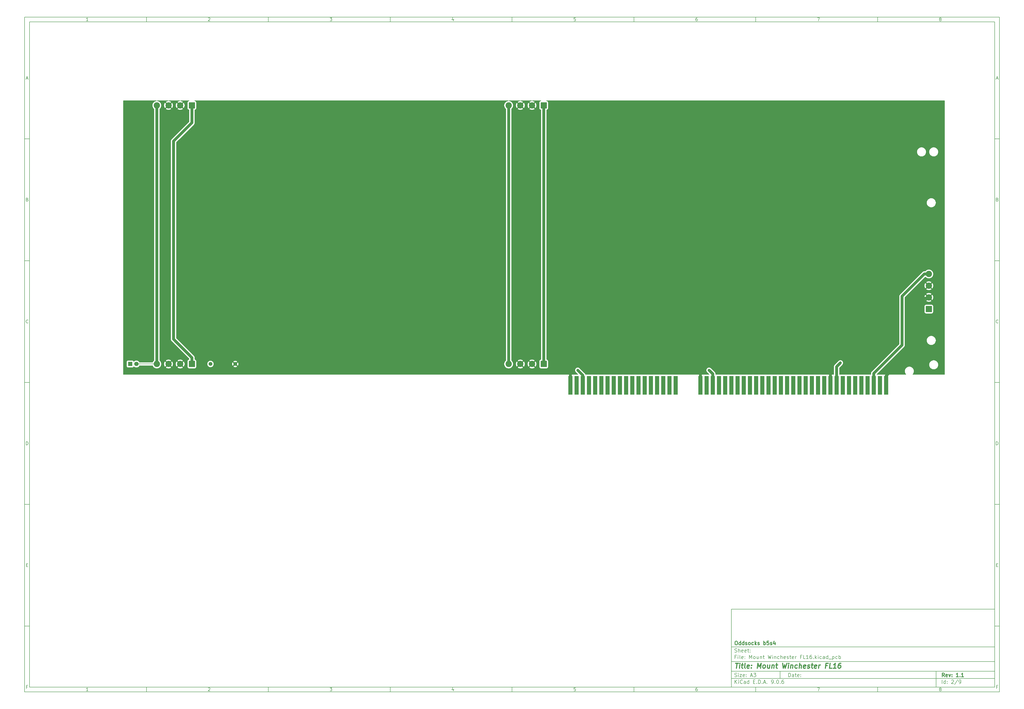
<source format=gbl>
%TF.GenerationSoftware,KiCad,Pcbnew,9.0.6*%
%TF.CreationDate,2025-11-29T14:17:50+08:00*%
%TF.ProjectId,Mount Winchester FL16,4d6f756e-7420-4576-996e-636865737465,1.1*%
%TF.SameCoordinates,Original*%
%TF.FileFunction,Copper,L2,Bot*%
%TF.FilePolarity,Positive*%
%FSLAX46Y46*%
G04 Gerber Fmt 4.6, Leading zero omitted, Abs format (unit mm)*
G04 Created by KiCad (PCBNEW 9.0.6) date 2025-11-29 14:17:50*
%MOMM*%
%LPD*%
G01*
G04 APERTURE LIST*
G04 Aperture macros list*
%AMRoundRect*
0 Rectangle with rounded corners*
0 $1 Rounding radius*
0 $2 $3 $4 $5 $6 $7 $8 $9 X,Y pos of 4 corners*
0 Add a 4 corners polygon primitive as box body*
4,1,4,$2,$3,$4,$5,$6,$7,$8,$9,$2,$3,0*
0 Add four circle primitives for the rounded corners*
1,1,$1+$1,$2,$3*
1,1,$1+$1,$4,$5*
1,1,$1+$1,$6,$7*
1,1,$1+$1,$8,$9*
0 Add four rect primitives between the rounded corners*
20,1,$1+$1,$2,$3,$4,$5,0*
20,1,$1+$1,$4,$5,$6,$7,0*
20,1,$1+$1,$6,$7,$8,$9,0*
20,1,$1+$1,$8,$9,$2,$3,0*%
G04 Aperture macros list end*
%ADD10C,0.100000*%
%ADD11C,0.150000*%
%ADD12C,0.300000*%
%ADD13C,0.400000*%
%TA.AperFunction,ComponentPad*%
%ADD14RoundRect,0.250000X1.050000X1.050000X-1.050000X1.050000X-1.050000X-1.050000X1.050000X-1.050000X0*%
%TD*%
%TA.AperFunction,ComponentPad*%
%ADD15C,2.600000*%
%TD*%
%TA.AperFunction,ComponentPad*%
%ADD16R,1.800000X1.800000*%
%TD*%
%TA.AperFunction,ComponentPad*%
%ADD17C,1.800000*%
%TD*%
%TA.AperFunction,ComponentPad*%
%ADD18RoundRect,0.250000X1.050000X-1.050000X1.050000X1.050000X-1.050000X1.050000X-1.050000X-1.050000X0*%
%TD*%
%TA.AperFunction,ConnectorPad*%
%ADD19R,1.780000X7.620000*%
%TD*%
%TA.AperFunction,ComponentPad*%
%ADD20C,1.600000*%
%TD*%
%TA.AperFunction,ComponentPad*%
%ADD21C,3.900000*%
%TD*%
%TA.AperFunction,ConnectorPad*%
%ADD22C,7.000000*%
%TD*%
%TA.AperFunction,ComponentPad*%
%ADD23C,3.600000*%
%TD*%
%TA.AperFunction,ConnectorPad*%
%ADD24C,5.600000*%
%TD*%
%TA.AperFunction,ViaPad*%
%ADD25C,0.600000*%
%TD*%
%TA.AperFunction,Conductor*%
%ADD26C,1.200000*%
%TD*%
%TA.AperFunction,Conductor*%
%ADD27C,0.200000*%
%TD*%
G04 APERTURE END LIST*
D10*
D11*
X299989000Y-253002200D02*
X407989000Y-253002200D01*
X407989000Y-285002200D01*
X299989000Y-285002200D01*
X299989000Y-253002200D01*
D10*
D11*
X10000000Y-10000000D02*
X409989000Y-10000000D01*
X409989000Y-287002200D01*
X10000000Y-287002200D01*
X10000000Y-10000000D01*
D10*
D11*
X12000000Y-12000000D02*
X407989000Y-12000000D01*
X407989000Y-285002200D01*
X12000000Y-285002200D01*
X12000000Y-12000000D01*
D10*
D11*
X60000000Y-12000000D02*
X60000000Y-10000000D01*
D10*
D11*
X110000000Y-12000000D02*
X110000000Y-10000000D01*
D10*
D11*
X160000000Y-12000000D02*
X160000000Y-10000000D01*
D10*
D11*
X210000000Y-12000000D02*
X210000000Y-10000000D01*
D10*
D11*
X260000000Y-12000000D02*
X260000000Y-10000000D01*
D10*
D11*
X310000000Y-12000000D02*
X310000000Y-10000000D01*
D10*
D11*
X360000000Y-12000000D02*
X360000000Y-10000000D01*
D10*
D11*
X36089160Y-11593604D02*
X35346303Y-11593604D01*
X35717731Y-11593604D02*
X35717731Y-10293604D01*
X35717731Y-10293604D02*
X35593922Y-10479319D01*
X35593922Y-10479319D02*
X35470112Y-10603128D01*
X35470112Y-10603128D02*
X35346303Y-10665033D01*
D10*
D11*
X85346303Y-10417414D02*
X85408207Y-10355509D01*
X85408207Y-10355509D02*
X85532017Y-10293604D01*
X85532017Y-10293604D02*
X85841541Y-10293604D01*
X85841541Y-10293604D02*
X85965350Y-10355509D01*
X85965350Y-10355509D02*
X86027255Y-10417414D01*
X86027255Y-10417414D02*
X86089160Y-10541223D01*
X86089160Y-10541223D02*
X86089160Y-10665033D01*
X86089160Y-10665033D02*
X86027255Y-10850747D01*
X86027255Y-10850747D02*
X85284398Y-11593604D01*
X85284398Y-11593604D02*
X86089160Y-11593604D01*
D10*
D11*
X135284398Y-10293604D02*
X136089160Y-10293604D01*
X136089160Y-10293604D02*
X135655826Y-10788842D01*
X135655826Y-10788842D02*
X135841541Y-10788842D01*
X135841541Y-10788842D02*
X135965350Y-10850747D01*
X135965350Y-10850747D02*
X136027255Y-10912652D01*
X136027255Y-10912652D02*
X136089160Y-11036461D01*
X136089160Y-11036461D02*
X136089160Y-11345985D01*
X136089160Y-11345985D02*
X136027255Y-11469795D01*
X136027255Y-11469795D02*
X135965350Y-11531700D01*
X135965350Y-11531700D02*
X135841541Y-11593604D01*
X135841541Y-11593604D02*
X135470112Y-11593604D01*
X135470112Y-11593604D02*
X135346303Y-11531700D01*
X135346303Y-11531700D02*
X135284398Y-11469795D01*
D10*
D11*
X185965350Y-10726938D02*
X185965350Y-11593604D01*
X185655826Y-10231700D02*
X185346303Y-11160271D01*
X185346303Y-11160271D02*
X186151064Y-11160271D01*
D10*
D11*
X236027255Y-10293604D02*
X235408207Y-10293604D01*
X235408207Y-10293604D02*
X235346303Y-10912652D01*
X235346303Y-10912652D02*
X235408207Y-10850747D01*
X235408207Y-10850747D02*
X235532017Y-10788842D01*
X235532017Y-10788842D02*
X235841541Y-10788842D01*
X235841541Y-10788842D02*
X235965350Y-10850747D01*
X235965350Y-10850747D02*
X236027255Y-10912652D01*
X236027255Y-10912652D02*
X236089160Y-11036461D01*
X236089160Y-11036461D02*
X236089160Y-11345985D01*
X236089160Y-11345985D02*
X236027255Y-11469795D01*
X236027255Y-11469795D02*
X235965350Y-11531700D01*
X235965350Y-11531700D02*
X235841541Y-11593604D01*
X235841541Y-11593604D02*
X235532017Y-11593604D01*
X235532017Y-11593604D02*
X235408207Y-11531700D01*
X235408207Y-11531700D02*
X235346303Y-11469795D01*
D10*
D11*
X285965350Y-10293604D02*
X285717731Y-10293604D01*
X285717731Y-10293604D02*
X285593922Y-10355509D01*
X285593922Y-10355509D02*
X285532017Y-10417414D01*
X285532017Y-10417414D02*
X285408207Y-10603128D01*
X285408207Y-10603128D02*
X285346303Y-10850747D01*
X285346303Y-10850747D02*
X285346303Y-11345985D01*
X285346303Y-11345985D02*
X285408207Y-11469795D01*
X285408207Y-11469795D02*
X285470112Y-11531700D01*
X285470112Y-11531700D02*
X285593922Y-11593604D01*
X285593922Y-11593604D02*
X285841541Y-11593604D01*
X285841541Y-11593604D02*
X285965350Y-11531700D01*
X285965350Y-11531700D02*
X286027255Y-11469795D01*
X286027255Y-11469795D02*
X286089160Y-11345985D01*
X286089160Y-11345985D02*
X286089160Y-11036461D01*
X286089160Y-11036461D02*
X286027255Y-10912652D01*
X286027255Y-10912652D02*
X285965350Y-10850747D01*
X285965350Y-10850747D02*
X285841541Y-10788842D01*
X285841541Y-10788842D02*
X285593922Y-10788842D01*
X285593922Y-10788842D02*
X285470112Y-10850747D01*
X285470112Y-10850747D02*
X285408207Y-10912652D01*
X285408207Y-10912652D02*
X285346303Y-11036461D01*
D10*
D11*
X335284398Y-10293604D02*
X336151064Y-10293604D01*
X336151064Y-10293604D02*
X335593922Y-11593604D01*
D10*
D11*
X385593922Y-10850747D02*
X385470112Y-10788842D01*
X385470112Y-10788842D02*
X385408207Y-10726938D01*
X385408207Y-10726938D02*
X385346303Y-10603128D01*
X385346303Y-10603128D02*
X385346303Y-10541223D01*
X385346303Y-10541223D02*
X385408207Y-10417414D01*
X385408207Y-10417414D02*
X385470112Y-10355509D01*
X385470112Y-10355509D02*
X385593922Y-10293604D01*
X385593922Y-10293604D02*
X385841541Y-10293604D01*
X385841541Y-10293604D02*
X385965350Y-10355509D01*
X385965350Y-10355509D02*
X386027255Y-10417414D01*
X386027255Y-10417414D02*
X386089160Y-10541223D01*
X386089160Y-10541223D02*
X386089160Y-10603128D01*
X386089160Y-10603128D02*
X386027255Y-10726938D01*
X386027255Y-10726938D02*
X385965350Y-10788842D01*
X385965350Y-10788842D02*
X385841541Y-10850747D01*
X385841541Y-10850747D02*
X385593922Y-10850747D01*
X385593922Y-10850747D02*
X385470112Y-10912652D01*
X385470112Y-10912652D02*
X385408207Y-10974557D01*
X385408207Y-10974557D02*
X385346303Y-11098366D01*
X385346303Y-11098366D02*
X385346303Y-11345985D01*
X385346303Y-11345985D02*
X385408207Y-11469795D01*
X385408207Y-11469795D02*
X385470112Y-11531700D01*
X385470112Y-11531700D02*
X385593922Y-11593604D01*
X385593922Y-11593604D02*
X385841541Y-11593604D01*
X385841541Y-11593604D02*
X385965350Y-11531700D01*
X385965350Y-11531700D02*
X386027255Y-11469795D01*
X386027255Y-11469795D02*
X386089160Y-11345985D01*
X386089160Y-11345985D02*
X386089160Y-11098366D01*
X386089160Y-11098366D02*
X386027255Y-10974557D01*
X386027255Y-10974557D02*
X385965350Y-10912652D01*
X385965350Y-10912652D02*
X385841541Y-10850747D01*
D10*
D11*
X60000000Y-285002200D02*
X60000000Y-287002200D01*
D10*
D11*
X110000000Y-285002200D02*
X110000000Y-287002200D01*
D10*
D11*
X160000000Y-285002200D02*
X160000000Y-287002200D01*
D10*
D11*
X210000000Y-285002200D02*
X210000000Y-287002200D01*
D10*
D11*
X260000000Y-285002200D02*
X260000000Y-287002200D01*
D10*
D11*
X310000000Y-285002200D02*
X310000000Y-287002200D01*
D10*
D11*
X360000000Y-285002200D02*
X360000000Y-287002200D01*
D10*
D11*
X36089160Y-286595804D02*
X35346303Y-286595804D01*
X35717731Y-286595804D02*
X35717731Y-285295804D01*
X35717731Y-285295804D02*
X35593922Y-285481519D01*
X35593922Y-285481519D02*
X35470112Y-285605328D01*
X35470112Y-285605328D02*
X35346303Y-285667233D01*
D10*
D11*
X85346303Y-285419614D02*
X85408207Y-285357709D01*
X85408207Y-285357709D02*
X85532017Y-285295804D01*
X85532017Y-285295804D02*
X85841541Y-285295804D01*
X85841541Y-285295804D02*
X85965350Y-285357709D01*
X85965350Y-285357709D02*
X86027255Y-285419614D01*
X86027255Y-285419614D02*
X86089160Y-285543423D01*
X86089160Y-285543423D02*
X86089160Y-285667233D01*
X86089160Y-285667233D02*
X86027255Y-285852947D01*
X86027255Y-285852947D02*
X85284398Y-286595804D01*
X85284398Y-286595804D02*
X86089160Y-286595804D01*
D10*
D11*
X135284398Y-285295804D02*
X136089160Y-285295804D01*
X136089160Y-285295804D02*
X135655826Y-285791042D01*
X135655826Y-285791042D02*
X135841541Y-285791042D01*
X135841541Y-285791042D02*
X135965350Y-285852947D01*
X135965350Y-285852947D02*
X136027255Y-285914852D01*
X136027255Y-285914852D02*
X136089160Y-286038661D01*
X136089160Y-286038661D02*
X136089160Y-286348185D01*
X136089160Y-286348185D02*
X136027255Y-286471995D01*
X136027255Y-286471995D02*
X135965350Y-286533900D01*
X135965350Y-286533900D02*
X135841541Y-286595804D01*
X135841541Y-286595804D02*
X135470112Y-286595804D01*
X135470112Y-286595804D02*
X135346303Y-286533900D01*
X135346303Y-286533900D02*
X135284398Y-286471995D01*
D10*
D11*
X185965350Y-285729138D02*
X185965350Y-286595804D01*
X185655826Y-285233900D02*
X185346303Y-286162471D01*
X185346303Y-286162471D02*
X186151064Y-286162471D01*
D10*
D11*
X236027255Y-285295804D02*
X235408207Y-285295804D01*
X235408207Y-285295804D02*
X235346303Y-285914852D01*
X235346303Y-285914852D02*
X235408207Y-285852947D01*
X235408207Y-285852947D02*
X235532017Y-285791042D01*
X235532017Y-285791042D02*
X235841541Y-285791042D01*
X235841541Y-285791042D02*
X235965350Y-285852947D01*
X235965350Y-285852947D02*
X236027255Y-285914852D01*
X236027255Y-285914852D02*
X236089160Y-286038661D01*
X236089160Y-286038661D02*
X236089160Y-286348185D01*
X236089160Y-286348185D02*
X236027255Y-286471995D01*
X236027255Y-286471995D02*
X235965350Y-286533900D01*
X235965350Y-286533900D02*
X235841541Y-286595804D01*
X235841541Y-286595804D02*
X235532017Y-286595804D01*
X235532017Y-286595804D02*
X235408207Y-286533900D01*
X235408207Y-286533900D02*
X235346303Y-286471995D01*
D10*
D11*
X285965350Y-285295804D02*
X285717731Y-285295804D01*
X285717731Y-285295804D02*
X285593922Y-285357709D01*
X285593922Y-285357709D02*
X285532017Y-285419614D01*
X285532017Y-285419614D02*
X285408207Y-285605328D01*
X285408207Y-285605328D02*
X285346303Y-285852947D01*
X285346303Y-285852947D02*
X285346303Y-286348185D01*
X285346303Y-286348185D02*
X285408207Y-286471995D01*
X285408207Y-286471995D02*
X285470112Y-286533900D01*
X285470112Y-286533900D02*
X285593922Y-286595804D01*
X285593922Y-286595804D02*
X285841541Y-286595804D01*
X285841541Y-286595804D02*
X285965350Y-286533900D01*
X285965350Y-286533900D02*
X286027255Y-286471995D01*
X286027255Y-286471995D02*
X286089160Y-286348185D01*
X286089160Y-286348185D02*
X286089160Y-286038661D01*
X286089160Y-286038661D02*
X286027255Y-285914852D01*
X286027255Y-285914852D02*
X285965350Y-285852947D01*
X285965350Y-285852947D02*
X285841541Y-285791042D01*
X285841541Y-285791042D02*
X285593922Y-285791042D01*
X285593922Y-285791042D02*
X285470112Y-285852947D01*
X285470112Y-285852947D02*
X285408207Y-285914852D01*
X285408207Y-285914852D02*
X285346303Y-286038661D01*
D10*
D11*
X335284398Y-285295804D02*
X336151064Y-285295804D01*
X336151064Y-285295804D02*
X335593922Y-286595804D01*
D10*
D11*
X385593922Y-285852947D02*
X385470112Y-285791042D01*
X385470112Y-285791042D02*
X385408207Y-285729138D01*
X385408207Y-285729138D02*
X385346303Y-285605328D01*
X385346303Y-285605328D02*
X385346303Y-285543423D01*
X385346303Y-285543423D02*
X385408207Y-285419614D01*
X385408207Y-285419614D02*
X385470112Y-285357709D01*
X385470112Y-285357709D02*
X385593922Y-285295804D01*
X385593922Y-285295804D02*
X385841541Y-285295804D01*
X385841541Y-285295804D02*
X385965350Y-285357709D01*
X385965350Y-285357709D02*
X386027255Y-285419614D01*
X386027255Y-285419614D02*
X386089160Y-285543423D01*
X386089160Y-285543423D02*
X386089160Y-285605328D01*
X386089160Y-285605328D02*
X386027255Y-285729138D01*
X386027255Y-285729138D02*
X385965350Y-285791042D01*
X385965350Y-285791042D02*
X385841541Y-285852947D01*
X385841541Y-285852947D02*
X385593922Y-285852947D01*
X385593922Y-285852947D02*
X385470112Y-285914852D01*
X385470112Y-285914852D02*
X385408207Y-285976757D01*
X385408207Y-285976757D02*
X385346303Y-286100566D01*
X385346303Y-286100566D02*
X385346303Y-286348185D01*
X385346303Y-286348185D02*
X385408207Y-286471995D01*
X385408207Y-286471995D02*
X385470112Y-286533900D01*
X385470112Y-286533900D02*
X385593922Y-286595804D01*
X385593922Y-286595804D02*
X385841541Y-286595804D01*
X385841541Y-286595804D02*
X385965350Y-286533900D01*
X385965350Y-286533900D02*
X386027255Y-286471995D01*
X386027255Y-286471995D02*
X386089160Y-286348185D01*
X386089160Y-286348185D02*
X386089160Y-286100566D01*
X386089160Y-286100566D02*
X386027255Y-285976757D01*
X386027255Y-285976757D02*
X385965350Y-285914852D01*
X385965350Y-285914852D02*
X385841541Y-285852947D01*
D10*
D11*
X10000000Y-60000000D02*
X12000000Y-60000000D01*
D10*
D11*
X10000000Y-110000000D02*
X12000000Y-110000000D01*
D10*
D11*
X10000000Y-160000000D02*
X12000000Y-160000000D01*
D10*
D11*
X10000000Y-210000000D02*
X12000000Y-210000000D01*
D10*
D11*
X10000000Y-260000000D02*
X12000000Y-260000000D01*
D10*
D11*
X10690476Y-35222176D02*
X11309523Y-35222176D01*
X10566666Y-35593604D02*
X10999999Y-34293604D01*
X10999999Y-34293604D02*
X11433333Y-35593604D01*
D10*
D11*
X11092857Y-84912652D02*
X11278571Y-84974557D01*
X11278571Y-84974557D02*
X11340476Y-85036461D01*
X11340476Y-85036461D02*
X11402380Y-85160271D01*
X11402380Y-85160271D02*
X11402380Y-85345985D01*
X11402380Y-85345985D02*
X11340476Y-85469795D01*
X11340476Y-85469795D02*
X11278571Y-85531700D01*
X11278571Y-85531700D02*
X11154761Y-85593604D01*
X11154761Y-85593604D02*
X10659523Y-85593604D01*
X10659523Y-85593604D02*
X10659523Y-84293604D01*
X10659523Y-84293604D02*
X11092857Y-84293604D01*
X11092857Y-84293604D02*
X11216666Y-84355509D01*
X11216666Y-84355509D02*
X11278571Y-84417414D01*
X11278571Y-84417414D02*
X11340476Y-84541223D01*
X11340476Y-84541223D02*
X11340476Y-84665033D01*
X11340476Y-84665033D02*
X11278571Y-84788842D01*
X11278571Y-84788842D02*
X11216666Y-84850747D01*
X11216666Y-84850747D02*
X11092857Y-84912652D01*
X11092857Y-84912652D02*
X10659523Y-84912652D01*
D10*
D11*
X11402380Y-135469795D02*
X11340476Y-135531700D01*
X11340476Y-135531700D02*
X11154761Y-135593604D01*
X11154761Y-135593604D02*
X11030952Y-135593604D01*
X11030952Y-135593604D02*
X10845238Y-135531700D01*
X10845238Y-135531700D02*
X10721428Y-135407890D01*
X10721428Y-135407890D02*
X10659523Y-135284080D01*
X10659523Y-135284080D02*
X10597619Y-135036461D01*
X10597619Y-135036461D02*
X10597619Y-134850747D01*
X10597619Y-134850747D02*
X10659523Y-134603128D01*
X10659523Y-134603128D02*
X10721428Y-134479319D01*
X10721428Y-134479319D02*
X10845238Y-134355509D01*
X10845238Y-134355509D02*
X11030952Y-134293604D01*
X11030952Y-134293604D02*
X11154761Y-134293604D01*
X11154761Y-134293604D02*
X11340476Y-134355509D01*
X11340476Y-134355509D02*
X11402380Y-134417414D01*
D10*
D11*
X10659523Y-185593604D02*
X10659523Y-184293604D01*
X10659523Y-184293604D02*
X10969047Y-184293604D01*
X10969047Y-184293604D02*
X11154761Y-184355509D01*
X11154761Y-184355509D02*
X11278571Y-184479319D01*
X11278571Y-184479319D02*
X11340476Y-184603128D01*
X11340476Y-184603128D02*
X11402380Y-184850747D01*
X11402380Y-184850747D02*
X11402380Y-185036461D01*
X11402380Y-185036461D02*
X11340476Y-185284080D01*
X11340476Y-185284080D02*
X11278571Y-185407890D01*
X11278571Y-185407890D02*
X11154761Y-185531700D01*
X11154761Y-185531700D02*
X10969047Y-185593604D01*
X10969047Y-185593604D02*
X10659523Y-185593604D01*
D10*
D11*
X10721428Y-234912652D02*
X11154762Y-234912652D01*
X11340476Y-235593604D02*
X10721428Y-235593604D01*
X10721428Y-235593604D02*
X10721428Y-234293604D01*
X10721428Y-234293604D02*
X11340476Y-234293604D01*
D10*
D11*
X11185714Y-284912652D02*
X10752380Y-284912652D01*
X10752380Y-285593604D02*
X10752380Y-284293604D01*
X10752380Y-284293604D02*
X11371428Y-284293604D01*
D10*
D11*
X409989000Y-60000000D02*
X407989000Y-60000000D01*
D10*
D11*
X409989000Y-110000000D02*
X407989000Y-110000000D01*
D10*
D11*
X409989000Y-160000000D02*
X407989000Y-160000000D01*
D10*
D11*
X409989000Y-210000000D02*
X407989000Y-210000000D01*
D10*
D11*
X409989000Y-260000000D02*
X407989000Y-260000000D01*
D10*
D11*
X408679476Y-35222176D02*
X409298523Y-35222176D01*
X408555666Y-35593604D02*
X408988999Y-34293604D01*
X408988999Y-34293604D02*
X409422333Y-35593604D01*
D10*
D11*
X409081857Y-84912652D02*
X409267571Y-84974557D01*
X409267571Y-84974557D02*
X409329476Y-85036461D01*
X409329476Y-85036461D02*
X409391380Y-85160271D01*
X409391380Y-85160271D02*
X409391380Y-85345985D01*
X409391380Y-85345985D02*
X409329476Y-85469795D01*
X409329476Y-85469795D02*
X409267571Y-85531700D01*
X409267571Y-85531700D02*
X409143761Y-85593604D01*
X409143761Y-85593604D02*
X408648523Y-85593604D01*
X408648523Y-85593604D02*
X408648523Y-84293604D01*
X408648523Y-84293604D02*
X409081857Y-84293604D01*
X409081857Y-84293604D02*
X409205666Y-84355509D01*
X409205666Y-84355509D02*
X409267571Y-84417414D01*
X409267571Y-84417414D02*
X409329476Y-84541223D01*
X409329476Y-84541223D02*
X409329476Y-84665033D01*
X409329476Y-84665033D02*
X409267571Y-84788842D01*
X409267571Y-84788842D02*
X409205666Y-84850747D01*
X409205666Y-84850747D02*
X409081857Y-84912652D01*
X409081857Y-84912652D02*
X408648523Y-84912652D01*
D10*
D11*
X409391380Y-135469795D02*
X409329476Y-135531700D01*
X409329476Y-135531700D02*
X409143761Y-135593604D01*
X409143761Y-135593604D02*
X409019952Y-135593604D01*
X409019952Y-135593604D02*
X408834238Y-135531700D01*
X408834238Y-135531700D02*
X408710428Y-135407890D01*
X408710428Y-135407890D02*
X408648523Y-135284080D01*
X408648523Y-135284080D02*
X408586619Y-135036461D01*
X408586619Y-135036461D02*
X408586619Y-134850747D01*
X408586619Y-134850747D02*
X408648523Y-134603128D01*
X408648523Y-134603128D02*
X408710428Y-134479319D01*
X408710428Y-134479319D02*
X408834238Y-134355509D01*
X408834238Y-134355509D02*
X409019952Y-134293604D01*
X409019952Y-134293604D02*
X409143761Y-134293604D01*
X409143761Y-134293604D02*
X409329476Y-134355509D01*
X409329476Y-134355509D02*
X409391380Y-134417414D01*
D10*
D11*
X408648523Y-185593604D02*
X408648523Y-184293604D01*
X408648523Y-184293604D02*
X408958047Y-184293604D01*
X408958047Y-184293604D02*
X409143761Y-184355509D01*
X409143761Y-184355509D02*
X409267571Y-184479319D01*
X409267571Y-184479319D02*
X409329476Y-184603128D01*
X409329476Y-184603128D02*
X409391380Y-184850747D01*
X409391380Y-184850747D02*
X409391380Y-185036461D01*
X409391380Y-185036461D02*
X409329476Y-185284080D01*
X409329476Y-185284080D02*
X409267571Y-185407890D01*
X409267571Y-185407890D02*
X409143761Y-185531700D01*
X409143761Y-185531700D02*
X408958047Y-185593604D01*
X408958047Y-185593604D02*
X408648523Y-185593604D01*
D10*
D11*
X408710428Y-234912652D02*
X409143762Y-234912652D01*
X409329476Y-235593604D02*
X408710428Y-235593604D01*
X408710428Y-235593604D02*
X408710428Y-234293604D01*
X408710428Y-234293604D02*
X409329476Y-234293604D01*
D10*
D11*
X409174714Y-284912652D02*
X408741380Y-284912652D01*
X408741380Y-285593604D02*
X408741380Y-284293604D01*
X408741380Y-284293604D02*
X409360428Y-284293604D01*
D10*
D11*
X323444826Y-280788328D02*
X323444826Y-279288328D01*
X323444826Y-279288328D02*
X323801969Y-279288328D01*
X323801969Y-279288328D02*
X324016255Y-279359757D01*
X324016255Y-279359757D02*
X324159112Y-279502614D01*
X324159112Y-279502614D02*
X324230541Y-279645471D01*
X324230541Y-279645471D02*
X324301969Y-279931185D01*
X324301969Y-279931185D02*
X324301969Y-280145471D01*
X324301969Y-280145471D02*
X324230541Y-280431185D01*
X324230541Y-280431185D02*
X324159112Y-280574042D01*
X324159112Y-280574042D02*
X324016255Y-280716900D01*
X324016255Y-280716900D02*
X323801969Y-280788328D01*
X323801969Y-280788328D02*
X323444826Y-280788328D01*
X325587684Y-280788328D02*
X325587684Y-280002614D01*
X325587684Y-280002614D02*
X325516255Y-279859757D01*
X325516255Y-279859757D02*
X325373398Y-279788328D01*
X325373398Y-279788328D02*
X325087684Y-279788328D01*
X325087684Y-279788328D02*
X324944826Y-279859757D01*
X325587684Y-280716900D02*
X325444826Y-280788328D01*
X325444826Y-280788328D02*
X325087684Y-280788328D01*
X325087684Y-280788328D02*
X324944826Y-280716900D01*
X324944826Y-280716900D02*
X324873398Y-280574042D01*
X324873398Y-280574042D02*
X324873398Y-280431185D01*
X324873398Y-280431185D02*
X324944826Y-280288328D01*
X324944826Y-280288328D02*
X325087684Y-280216900D01*
X325087684Y-280216900D02*
X325444826Y-280216900D01*
X325444826Y-280216900D02*
X325587684Y-280145471D01*
X326087684Y-279788328D02*
X326659112Y-279788328D01*
X326301969Y-279288328D02*
X326301969Y-280574042D01*
X326301969Y-280574042D02*
X326373398Y-280716900D01*
X326373398Y-280716900D02*
X326516255Y-280788328D01*
X326516255Y-280788328D02*
X326659112Y-280788328D01*
X327730541Y-280716900D02*
X327587684Y-280788328D01*
X327587684Y-280788328D02*
X327301970Y-280788328D01*
X327301970Y-280788328D02*
X327159112Y-280716900D01*
X327159112Y-280716900D02*
X327087684Y-280574042D01*
X327087684Y-280574042D02*
X327087684Y-280002614D01*
X327087684Y-280002614D02*
X327159112Y-279859757D01*
X327159112Y-279859757D02*
X327301970Y-279788328D01*
X327301970Y-279788328D02*
X327587684Y-279788328D01*
X327587684Y-279788328D02*
X327730541Y-279859757D01*
X327730541Y-279859757D02*
X327801970Y-280002614D01*
X327801970Y-280002614D02*
X327801970Y-280145471D01*
X327801970Y-280145471D02*
X327087684Y-280288328D01*
X328444826Y-280645471D02*
X328516255Y-280716900D01*
X328516255Y-280716900D02*
X328444826Y-280788328D01*
X328444826Y-280788328D02*
X328373398Y-280716900D01*
X328373398Y-280716900D02*
X328444826Y-280645471D01*
X328444826Y-280645471D02*
X328444826Y-280788328D01*
X328444826Y-279859757D02*
X328516255Y-279931185D01*
X328516255Y-279931185D02*
X328444826Y-280002614D01*
X328444826Y-280002614D02*
X328373398Y-279931185D01*
X328373398Y-279931185D02*
X328444826Y-279859757D01*
X328444826Y-279859757D02*
X328444826Y-280002614D01*
D10*
D11*
X299989000Y-281502200D02*
X407989000Y-281502200D01*
D10*
D11*
X301444826Y-283588328D02*
X301444826Y-282088328D01*
X302301969Y-283588328D02*
X301659112Y-282731185D01*
X302301969Y-282088328D02*
X301444826Y-282945471D01*
X302944826Y-283588328D02*
X302944826Y-282588328D01*
X302944826Y-282088328D02*
X302873398Y-282159757D01*
X302873398Y-282159757D02*
X302944826Y-282231185D01*
X302944826Y-282231185D02*
X303016255Y-282159757D01*
X303016255Y-282159757D02*
X302944826Y-282088328D01*
X302944826Y-282088328D02*
X302944826Y-282231185D01*
X304516255Y-283445471D02*
X304444827Y-283516900D01*
X304444827Y-283516900D02*
X304230541Y-283588328D01*
X304230541Y-283588328D02*
X304087684Y-283588328D01*
X304087684Y-283588328D02*
X303873398Y-283516900D01*
X303873398Y-283516900D02*
X303730541Y-283374042D01*
X303730541Y-283374042D02*
X303659112Y-283231185D01*
X303659112Y-283231185D02*
X303587684Y-282945471D01*
X303587684Y-282945471D02*
X303587684Y-282731185D01*
X303587684Y-282731185D02*
X303659112Y-282445471D01*
X303659112Y-282445471D02*
X303730541Y-282302614D01*
X303730541Y-282302614D02*
X303873398Y-282159757D01*
X303873398Y-282159757D02*
X304087684Y-282088328D01*
X304087684Y-282088328D02*
X304230541Y-282088328D01*
X304230541Y-282088328D02*
X304444827Y-282159757D01*
X304444827Y-282159757D02*
X304516255Y-282231185D01*
X305801970Y-283588328D02*
X305801970Y-282802614D01*
X305801970Y-282802614D02*
X305730541Y-282659757D01*
X305730541Y-282659757D02*
X305587684Y-282588328D01*
X305587684Y-282588328D02*
X305301970Y-282588328D01*
X305301970Y-282588328D02*
X305159112Y-282659757D01*
X305801970Y-283516900D02*
X305659112Y-283588328D01*
X305659112Y-283588328D02*
X305301970Y-283588328D01*
X305301970Y-283588328D02*
X305159112Y-283516900D01*
X305159112Y-283516900D02*
X305087684Y-283374042D01*
X305087684Y-283374042D02*
X305087684Y-283231185D01*
X305087684Y-283231185D02*
X305159112Y-283088328D01*
X305159112Y-283088328D02*
X305301970Y-283016900D01*
X305301970Y-283016900D02*
X305659112Y-283016900D01*
X305659112Y-283016900D02*
X305801970Y-282945471D01*
X307159113Y-283588328D02*
X307159113Y-282088328D01*
X307159113Y-283516900D02*
X307016255Y-283588328D01*
X307016255Y-283588328D02*
X306730541Y-283588328D01*
X306730541Y-283588328D02*
X306587684Y-283516900D01*
X306587684Y-283516900D02*
X306516255Y-283445471D01*
X306516255Y-283445471D02*
X306444827Y-283302614D01*
X306444827Y-283302614D02*
X306444827Y-282874042D01*
X306444827Y-282874042D02*
X306516255Y-282731185D01*
X306516255Y-282731185D02*
X306587684Y-282659757D01*
X306587684Y-282659757D02*
X306730541Y-282588328D01*
X306730541Y-282588328D02*
X307016255Y-282588328D01*
X307016255Y-282588328D02*
X307159113Y-282659757D01*
X309016255Y-282802614D02*
X309516255Y-282802614D01*
X309730541Y-283588328D02*
X309016255Y-283588328D01*
X309016255Y-283588328D02*
X309016255Y-282088328D01*
X309016255Y-282088328D02*
X309730541Y-282088328D01*
X310373398Y-283445471D02*
X310444827Y-283516900D01*
X310444827Y-283516900D02*
X310373398Y-283588328D01*
X310373398Y-283588328D02*
X310301970Y-283516900D01*
X310301970Y-283516900D02*
X310373398Y-283445471D01*
X310373398Y-283445471D02*
X310373398Y-283588328D01*
X311087684Y-283588328D02*
X311087684Y-282088328D01*
X311087684Y-282088328D02*
X311444827Y-282088328D01*
X311444827Y-282088328D02*
X311659113Y-282159757D01*
X311659113Y-282159757D02*
X311801970Y-282302614D01*
X311801970Y-282302614D02*
X311873399Y-282445471D01*
X311873399Y-282445471D02*
X311944827Y-282731185D01*
X311944827Y-282731185D02*
X311944827Y-282945471D01*
X311944827Y-282945471D02*
X311873399Y-283231185D01*
X311873399Y-283231185D02*
X311801970Y-283374042D01*
X311801970Y-283374042D02*
X311659113Y-283516900D01*
X311659113Y-283516900D02*
X311444827Y-283588328D01*
X311444827Y-283588328D02*
X311087684Y-283588328D01*
X312587684Y-283445471D02*
X312659113Y-283516900D01*
X312659113Y-283516900D02*
X312587684Y-283588328D01*
X312587684Y-283588328D02*
X312516256Y-283516900D01*
X312516256Y-283516900D02*
X312587684Y-283445471D01*
X312587684Y-283445471D02*
X312587684Y-283588328D01*
X313230542Y-283159757D02*
X313944828Y-283159757D01*
X313087685Y-283588328D02*
X313587685Y-282088328D01*
X313587685Y-282088328D02*
X314087685Y-283588328D01*
X314587684Y-283445471D02*
X314659113Y-283516900D01*
X314659113Y-283516900D02*
X314587684Y-283588328D01*
X314587684Y-283588328D02*
X314516256Y-283516900D01*
X314516256Y-283516900D02*
X314587684Y-283445471D01*
X314587684Y-283445471D02*
X314587684Y-283588328D01*
X316516256Y-283588328D02*
X316801970Y-283588328D01*
X316801970Y-283588328D02*
X316944827Y-283516900D01*
X316944827Y-283516900D02*
X317016256Y-283445471D01*
X317016256Y-283445471D02*
X317159113Y-283231185D01*
X317159113Y-283231185D02*
X317230542Y-282945471D01*
X317230542Y-282945471D02*
X317230542Y-282374042D01*
X317230542Y-282374042D02*
X317159113Y-282231185D01*
X317159113Y-282231185D02*
X317087685Y-282159757D01*
X317087685Y-282159757D02*
X316944827Y-282088328D01*
X316944827Y-282088328D02*
X316659113Y-282088328D01*
X316659113Y-282088328D02*
X316516256Y-282159757D01*
X316516256Y-282159757D02*
X316444827Y-282231185D01*
X316444827Y-282231185D02*
X316373399Y-282374042D01*
X316373399Y-282374042D02*
X316373399Y-282731185D01*
X316373399Y-282731185D02*
X316444827Y-282874042D01*
X316444827Y-282874042D02*
X316516256Y-282945471D01*
X316516256Y-282945471D02*
X316659113Y-283016900D01*
X316659113Y-283016900D02*
X316944827Y-283016900D01*
X316944827Y-283016900D02*
X317087685Y-282945471D01*
X317087685Y-282945471D02*
X317159113Y-282874042D01*
X317159113Y-282874042D02*
X317230542Y-282731185D01*
X317873398Y-283445471D02*
X317944827Y-283516900D01*
X317944827Y-283516900D02*
X317873398Y-283588328D01*
X317873398Y-283588328D02*
X317801970Y-283516900D01*
X317801970Y-283516900D02*
X317873398Y-283445471D01*
X317873398Y-283445471D02*
X317873398Y-283588328D01*
X318873399Y-282088328D02*
X319016256Y-282088328D01*
X319016256Y-282088328D02*
X319159113Y-282159757D01*
X319159113Y-282159757D02*
X319230542Y-282231185D01*
X319230542Y-282231185D02*
X319301970Y-282374042D01*
X319301970Y-282374042D02*
X319373399Y-282659757D01*
X319373399Y-282659757D02*
X319373399Y-283016900D01*
X319373399Y-283016900D02*
X319301970Y-283302614D01*
X319301970Y-283302614D02*
X319230542Y-283445471D01*
X319230542Y-283445471D02*
X319159113Y-283516900D01*
X319159113Y-283516900D02*
X319016256Y-283588328D01*
X319016256Y-283588328D02*
X318873399Y-283588328D01*
X318873399Y-283588328D02*
X318730542Y-283516900D01*
X318730542Y-283516900D02*
X318659113Y-283445471D01*
X318659113Y-283445471D02*
X318587684Y-283302614D01*
X318587684Y-283302614D02*
X318516256Y-283016900D01*
X318516256Y-283016900D02*
X318516256Y-282659757D01*
X318516256Y-282659757D02*
X318587684Y-282374042D01*
X318587684Y-282374042D02*
X318659113Y-282231185D01*
X318659113Y-282231185D02*
X318730542Y-282159757D01*
X318730542Y-282159757D02*
X318873399Y-282088328D01*
X320016255Y-283445471D02*
X320087684Y-283516900D01*
X320087684Y-283516900D02*
X320016255Y-283588328D01*
X320016255Y-283588328D02*
X319944827Y-283516900D01*
X319944827Y-283516900D02*
X320016255Y-283445471D01*
X320016255Y-283445471D02*
X320016255Y-283588328D01*
X321373399Y-282088328D02*
X321087684Y-282088328D01*
X321087684Y-282088328D02*
X320944827Y-282159757D01*
X320944827Y-282159757D02*
X320873399Y-282231185D01*
X320873399Y-282231185D02*
X320730541Y-282445471D01*
X320730541Y-282445471D02*
X320659113Y-282731185D01*
X320659113Y-282731185D02*
X320659113Y-283302614D01*
X320659113Y-283302614D02*
X320730541Y-283445471D01*
X320730541Y-283445471D02*
X320801970Y-283516900D01*
X320801970Y-283516900D02*
X320944827Y-283588328D01*
X320944827Y-283588328D02*
X321230541Y-283588328D01*
X321230541Y-283588328D02*
X321373399Y-283516900D01*
X321373399Y-283516900D02*
X321444827Y-283445471D01*
X321444827Y-283445471D02*
X321516256Y-283302614D01*
X321516256Y-283302614D02*
X321516256Y-282945471D01*
X321516256Y-282945471D02*
X321444827Y-282802614D01*
X321444827Y-282802614D02*
X321373399Y-282731185D01*
X321373399Y-282731185D02*
X321230541Y-282659757D01*
X321230541Y-282659757D02*
X320944827Y-282659757D01*
X320944827Y-282659757D02*
X320801970Y-282731185D01*
X320801970Y-282731185D02*
X320730541Y-282802614D01*
X320730541Y-282802614D02*
X320659113Y-282945471D01*
D10*
D11*
X299989000Y-278502200D02*
X407989000Y-278502200D01*
D10*
D12*
X387400653Y-280780528D02*
X386900653Y-280066242D01*
X386543510Y-280780528D02*
X386543510Y-279280528D01*
X386543510Y-279280528D02*
X387114939Y-279280528D01*
X387114939Y-279280528D02*
X387257796Y-279351957D01*
X387257796Y-279351957D02*
X387329225Y-279423385D01*
X387329225Y-279423385D02*
X387400653Y-279566242D01*
X387400653Y-279566242D02*
X387400653Y-279780528D01*
X387400653Y-279780528D02*
X387329225Y-279923385D01*
X387329225Y-279923385D02*
X387257796Y-279994814D01*
X387257796Y-279994814D02*
X387114939Y-280066242D01*
X387114939Y-280066242D02*
X386543510Y-280066242D01*
X388614939Y-280709100D02*
X388472082Y-280780528D01*
X388472082Y-280780528D02*
X388186368Y-280780528D01*
X388186368Y-280780528D02*
X388043510Y-280709100D01*
X388043510Y-280709100D02*
X387972082Y-280566242D01*
X387972082Y-280566242D02*
X387972082Y-279994814D01*
X387972082Y-279994814D02*
X388043510Y-279851957D01*
X388043510Y-279851957D02*
X388186368Y-279780528D01*
X388186368Y-279780528D02*
X388472082Y-279780528D01*
X388472082Y-279780528D02*
X388614939Y-279851957D01*
X388614939Y-279851957D02*
X388686368Y-279994814D01*
X388686368Y-279994814D02*
X388686368Y-280137671D01*
X388686368Y-280137671D02*
X387972082Y-280280528D01*
X389186367Y-279780528D02*
X389543510Y-280780528D01*
X389543510Y-280780528D02*
X389900653Y-279780528D01*
X390472081Y-280637671D02*
X390543510Y-280709100D01*
X390543510Y-280709100D02*
X390472081Y-280780528D01*
X390472081Y-280780528D02*
X390400653Y-280709100D01*
X390400653Y-280709100D02*
X390472081Y-280637671D01*
X390472081Y-280637671D02*
X390472081Y-280780528D01*
X390472081Y-279851957D02*
X390543510Y-279923385D01*
X390543510Y-279923385D02*
X390472081Y-279994814D01*
X390472081Y-279994814D02*
X390400653Y-279923385D01*
X390400653Y-279923385D02*
X390472081Y-279851957D01*
X390472081Y-279851957D02*
X390472081Y-279994814D01*
X393114939Y-280780528D02*
X392257796Y-280780528D01*
X392686367Y-280780528D02*
X392686367Y-279280528D01*
X392686367Y-279280528D02*
X392543510Y-279494814D01*
X392543510Y-279494814D02*
X392400653Y-279637671D01*
X392400653Y-279637671D02*
X392257796Y-279709100D01*
X393757795Y-280637671D02*
X393829224Y-280709100D01*
X393829224Y-280709100D02*
X393757795Y-280780528D01*
X393757795Y-280780528D02*
X393686367Y-280709100D01*
X393686367Y-280709100D02*
X393757795Y-280637671D01*
X393757795Y-280637671D02*
X393757795Y-280780528D01*
X395257796Y-280780528D02*
X394400653Y-280780528D01*
X394829224Y-280780528D02*
X394829224Y-279280528D01*
X394829224Y-279280528D02*
X394686367Y-279494814D01*
X394686367Y-279494814D02*
X394543510Y-279637671D01*
X394543510Y-279637671D02*
X394400653Y-279709100D01*
D10*
D11*
X301373398Y-280716900D02*
X301587684Y-280788328D01*
X301587684Y-280788328D02*
X301944826Y-280788328D01*
X301944826Y-280788328D02*
X302087684Y-280716900D01*
X302087684Y-280716900D02*
X302159112Y-280645471D01*
X302159112Y-280645471D02*
X302230541Y-280502614D01*
X302230541Y-280502614D02*
X302230541Y-280359757D01*
X302230541Y-280359757D02*
X302159112Y-280216900D01*
X302159112Y-280216900D02*
X302087684Y-280145471D01*
X302087684Y-280145471D02*
X301944826Y-280074042D01*
X301944826Y-280074042D02*
X301659112Y-280002614D01*
X301659112Y-280002614D02*
X301516255Y-279931185D01*
X301516255Y-279931185D02*
X301444826Y-279859757D01*
X301444826Y-279859757D02*
X301373398Y-279716900D01*
X301373398Y-279716900D02*
X301373398Y-279574042D01*
X301373398Y-279574042D02*
X301444826Y-279431185D01*
X301444826Y-279431185D02*
X301516255Y-279359757D01*
X301516255Y-279359757D02*
X301659112Y-279288328D01*
X301659112Y-279288328D02*
X302016255Y-279288328D01*
X302016255Y-279288328D02*
X302230541Y-279359757D01*
X302873397Y-280788328D02*
X302873397Y-279788328D01*
X302873397Y-279288328D02*
X302801969Y-279359757D01*
X302801969Y-279359757D02*
X302873397Y-279431185D01*
X302873397Y-279431185D02*
X302944826Y-279359757D01*
X302944826Y-279359757D02*
X302873397Y-279288328D01*
X302873397Y-279288328D02*
X302873397Y-279431185D01*
X303444826Y-279788328D02*
X304230541Y-279788328D01*
X304230541Y-279788328D02*
X303444826Y-280788328D01*
X303444826Y-280788328D02*
X304230541Y-280788328D01*
X305373398Y-280716900D02*
X305230541Y-280788328D01*
X305230541Y-280788328D02*
X304944827Y-280788328D01*
X304944827Y-280788328D02*
X304801969Y-280716900D01*
X304801969Y-280716900D02*
X304730541Y-280574042D01*
X304730541Y-280574042D02*
X304730541Y-280002614D01*
X304730541Y-280002614D02*
X304801969Y-279859757D01*
X304801969Y-279859757D02*
X304944827Y-279788328D01*
X304944827Y-279788328D02*
X305230541Y-279788328D01*
X305230541Y-279788328D02*
X305373398Y-279859757D01*
X305373398Y-279859757D02*
X305444827Y-280002614D01*
X305444827Y-280002614D02*
X305444827Y-280145471D01*
X305444827Y-280145471D02*
X304730541Y-280288328D01*
X306087683Y-280645471D02*
X306159112Y-280716900D01*
X306159112Y-280716900D02*
X306087683Y-280788328D01*
X306087683Y-280788328D02*
X306016255Y-280716900D01*
X306016255Y-280716900D02*
X306087683Y-280645471D01*
X306087683Y-280645471D02*
X306087683Y-280788328D01*
X306087683Y-279859757D02*
X306159112Y-279931185D01*
X306159112Y-279931185D02*
X306087683Y-280002614D01*
X306087683Y-280002614D02*
X306016255Y-279931185D01*
X306016255Y-279931185D02*
X306087683Y-279859757D01*
X306087683Y-279859757D02*
X306087683Y-280002614D01*
X307873398Y-280359757D02*
X308587684Y-280359757D01*
X307730541Y-280788328D02*
X308230541Y-279288328D01*
X308230541Y-279288328D02*
X308730541Y-280788328D01*
X309087683Y-279288328D02*
X310016255Y-279288328D01*
X310016255Y-279288328D02*
X309516255Y-279859757D01*
X309516255Y-279859757D02*
X309730540Y-279859757D01*
X309730540Y-279859757D02*
X309873398Y-279931185D01*
X309873398Y-279931185D02*
X309944826Y-280002614D01*
X309944826Y-280002614D02*
X310016255Y-280145471D01*
X310016255Y-280145471D02*
X310016255Y-280502614D01*
X310016255Y-280502614D02*
X309944826Y-280645471D01*
X309944826Y-280645471D02*
X309873398Y-280716900D01*
X309873398Y-280716900D02*
X309730540Y-280788328D01*
X309730540Y-280788328D02*
X309301969Y-280788328D01*
X309301969Y-280788328D02*
X309159112Y-280716900D01*
X309159112Y-280716900D02*
X309087683Y-280645471D01*
D10*
D11*
X386444826Y-283588328D02*
X386444826Y-282088328D01*
X387801970Y-283588328D02*
X387801970Y-282088328D01*
X387801970Y-283516900D02*
X387659112Y-283588328D01*
X387659112Y-283588328D02*
X387373398Y-283588328D01*
X387373398Y-283588328D02*
X387230541Y-283516900D01*
X387230541Y-283516900D02*
X387159112Y-283445471D01*
X387159112Y-283445471D02*
X387087684Y-283302614D01*
X387087684Y-283302614D02*
X387087684Y-282874042D01*
X387087684Y-282874042D02*
X387159112Y-282731185D01*
X387159112Y-282731185D02*
X387230541Y-282659757D01*
X387230541Y-282659757D02*
X387373398Y-282588328D01*
X387373398Y-282588328D02*
X387659112Y-282588328D01*
X387659112Y-282588328D02*
X387801970Y-282659757D01*
X388516255Y-283445471D02*
X388587684Y-283516900D01*
X388587684Y-283516900D02*
X388516255Y-283588328D01*
X388516255Y-283588328D02*
X388444827Y-283516900D01*
X388444827Y-283516900D02*
X388516255Y-283445471D01*
X388516255Y-283445471D02*
X388516255Y-283588328D01*
X388516255Y-282659757D02*
X388587684Y-282731185D01*
X388587684Y-282731185D02*
X388516255Y-282802614D01*
X388516255Y-282802614D02*
X388444827Y-282731185D01*
X388444827Y-282731185D02*
X388516255Y-282659757D01*
X388516255Y-282659757D02*
X388516255Y-282802614D01*
X390301970Y-282231185D02*
X390373398Y-282159757D01*
X390373398Y-282159757D02*
X390516256Y-282088328D01*
X390516256Y-282088328D02*
X390873398Y-282088328D01*
X390873398Y-282088328D02*
X391016256Y-282159757D01*
X391016256Y-282159757D02*
X391087684Y-282231185D01*
X391087684Y-282231185D02*
X391159113Y-282374042D01*
X391159113Y-282374042D02*
X391159113Y-282516900D01*
X391159113Y-282516900D02*
X391087684Y-282731185D01*
X391087684Y-282731185D02*
X390230541Y-283588328D01*
X390230541Y-283588328D02*
X391159113Y-283588328D01*
X392873398Y-282016900D02*
X391587684Y-283945471D01*
X393444827Y-283588328D02*
X393730541Y-283588328D01*
X393730541Y-283588328D02*
X393873398Y-283516900D01*
X393873398Y-283516900D02*
X393944827Y-283445471D01*
X393944827Y-283445471D02*
X394087684Y-283231185D01*
X394087684Y-283231185D02*
X394159113Y-282945471D01*
X394159113Y-282945471D02*
X394159113Y-282374042D01*
X394159113Y-282374042D02*
X394087684Y-282231185D01*
X394087684Y-282231185D02*
X394016256Y-282159757D01*
X394016256Y-282159757D02*
X393873398Y-282088328D01*
X393873398Y-282088328D02*
X393587684Y-282088328D01*
X393587684Y-282088328D02*
X393444827Y-282159757D01*
X393444827Y-282159757D02*
X393373398Y-282231185D01*
X393373398Y-282231185D02*
X393301970Y-282374042D01*
X393301970Y-282374042D02*
X393301970Y-282731185D01*
X393301970Y-282731185D02*
X393373398Y-282874042D01*
X393373398Y-282874042D02*
X393444827Y-282945471D01*
X393444827Y-282945471D02*
X393587684Y-283016900D01*
X393587684Y-283016900D02*
X393873398Y-283016900D01*
X393873398Y-283016900D02*
X394016256Y-282945471D01*
X394016256Y-282945471D02*
X394087684Y-282874042D01*
X394087684Y-282874042D02*
X394159113Y-282731185D01*
D10*
D11*
X299989000Y-274502200D02*
X407989000Y-274502200D01*
D10*
D13*
X301680728Y-275206638D02*
X302823585Y-275206638D01*
X302002157Y-277206638D02*
X302252157Y-275206638D01*
X303240252Y-277206638D02*
X303406919Y-275873304D01*
X303490252Y-275206638D02*
X303383109Y-275301876D01*
X303383109Y-275301876D02*
X303466443Y-275397114D01*
X303466443Y-275397114D02*
X303573586Y-275301876D01*
X303573586Y-275301876D02*
X303490252Y-275206638D01*
X303490252Y-275206638D02*
X303466443Y-275397114D01*
X304073586Y-275873304D02*
X304835490Y-275873304D01*
X304442633Y-275206638D02*
X304228348Y-276920923D01*
X304228348Y-276920923D02*
X304299776Y-277111400D01*
X304299776Y-277111400D02*
X304478348Y-277206638D01*
X304478348Y-277206638D02*
X304668824Y-277206638D01*
X305621205Y-277206638D02*
X305442633Y-277111400D01*
X305442633Y-277111400D02*
X305371205Y-276920923D01*
X305371205Y-276920923D02*
X305585490Y-275206638D01*
X307156919Y-277111400D02*
X306954538Y-277206638D01*
X306954538Y-277206638D02*
X306573585Y-277206638D01*
X306573585Y-277206638D02*
X306395014Y-277111400D01*
X306395014Y-277111400D02*
X306323585Y-276920923D01*
X306323585Y-276920923D02*
X306418824Y-276159019D01*
X306418824Y-276159019D02*
X306537871Y-275968542D01*
X306537871Y-275968542D02*
X306740252Y-275873304D01*
X306740252Y-275873304D02*
X307121204Y-275873304D01*
X307121204Y-275873304D02*
X307299776Y-275968542D01*
X307299776Y-275968542D02*
X307371204Y-276159019D01*
X307371204Y-276159019D02*
X307347395Y-276349495D01*
X307347395Y-276349495D02*
X306371204Y-276539971D01*
X308121205Y-277016161D02*
X308204538Y-277111400D01*
X308204538Y-277111400D02*
X308097395Y-277206638D01*
X308097395Y-277206638D02*
X308014062Y-277111400D01*
X308014062Y-277111400D02*
X308121205Y-277016161D01*
X308121205Y-277016161D02*
X308097395Y-277206638D01*
X308252157Y-275968542D02*
X308335490Y-276063780D01*
X308335490Y-276063780D02*
X308228348Y-276159019D01*
X308228348Y-276159019D02*
X308145014Y-276063780D01*
X308145014Y-276063780D02*
X308252157Y-275968542D01*
X308252157Y-275968542D02*
X308228348Y-276159019D01*
X310573586Y-277206638D02*
X310823586Y-275206638D01*
X310823586Y-275206638D02*
X311311681Y-276635209D01*
X311311681Y-276635209D02*
X312156920Y-275206638D01*
X312156920Y-275206638D02*
X311906920Y-277206638D01*
X313145015Y-277206638D02*
X312966443Y-277111400D01*
X312966443Y-277111400D02*
X312883110Y-277016161D01*
X312883110Y-277016161D02*
X312811681Y-276825685D01*
X312811681Y-276825685D02*
X312883110Y-276254257D01*
X312883110Y-276254257D02*
X313002157Y-276063780D01*
X313002157Y-276063780D02*
X313109300Y-275968542D01*
X313109300Y-275968542D02*
X313311681Y-275873304D01*
X313311681Y-275873304D02*
X313597395Y-275873304D01*
X313597395Y-275873304D02*
X313775967Y-275968542D01*
X313775967Y-275968542D02*
X313859300Y-276063780D01*
X313859300Y-276063780D02*
X313930729Y-276254257D01*
X313930729Y-276254257D02*
X313859300Y-276825685D01*
X313859300Y-276825685D02*
X313740253Y-277016161D01*
X313740253Y-277016161D02*
X313633110Y-277111400D01*
X313633110Y-277111400D02*
X313430729Y-277206638D01*
X313430729Y-277206638D02*
X313145015Y-277206638D01*
X315692634Y-275873304D02*
X315525967Y-277206638D01*
X314835491Y-275873304D02*
X314704539Y-276920923D01*
X314704539Y-276920923D02*
X314775967Y-277111400D01*
X314775967Y-277111400D02*
X314954539Y-277206638D01*
X314954539Y-277206638D02*
X315240253Y-277206638D01*
X315240253Y-277206638D02*
X315442634Y-277111400D01*
X315442634Y-277111400D02*
X315549777Y-277016161D01*
X316645015Y-275873304D02*
X316478348Y-277206638D01*
X316621205Y-276063780D02*
X316728348Y-275968542D01*
X316728348Y-275968542D02*
X316930729Y-275873304D01*
X316930729Y-275873304D02*
X317216443Y-275873304D01*
X317216443Y-275873304D02*
X317395015Y-275968542D01*
X317395015Y-275968542D02*
X317466443Y-276159019D01*
X317466443Y-276159019D02*
X317335491Y-277206638D01*
X318168825Y-275873304D02*
X318930729Y-275873304D01*
X318537872Y-275206638D02*
X318323587Y-276920923D01*
X318323587Y-276920923D02*
X318395015Y-277111400D01*
X318395015Y-277111400D02*
X318573587Y-277206638D01*
X318573587Y-277206638D02*
X318764063Y-277206638D01*
X321014063Y-275206638D02*
X321240254Y-277206638D01*
X321240254Y-277206638D02*
X321799777Y-275778066D01*
X321799777Y-275778066D02*
X322002158Y-277206638D01*
X322002158Y-277206638D02*
X322728349Y-275206638D01*
X323240253Y-277206638D02*
X323406920Y-275873304D01*
X323490253Y-275206638D02*
X323383110Y-275301876D01*
X323383110Y-275301876D02*
X323466444Y-275397114D01*
X323466444Y-275397114D02*
X323573587Y-275301876D01*
X323573587Y-275301876D02*
X323490253Y-275206638D01*
X323490253Y-275206638D02*
X323466444Y-275397114D01*
X324359301Y-275873304D02*
X324192634Y-277206638D01*
X324335491Y-276063780D02*
X324442634Y-275968542D01*
X324442634Y-275968542D02*
X324645015Y-275873304D01*
X324645015Y-275873304D02*
X324930729Y-275873304D01*
X324930729Y-275873304D02*
X325109301Y-275968542D01*
X325109301Y-275968542D02*
X325180729Y-276159019D01*
X325180729Y-276159019D02*
X325049777Y-277206638D01*
X326871206Y-277111400D02*
X326668825Y-277206638D01*
X326668825Y-277206638D02*
X326287873Y-277206638D01*
X326287873Y-277206638D02*
X326109301Y-277111400D01*
X326109301Y-277111400D02*
X326025968Y-277016161D01*
X326025968Y-277016161D02*
X325954539Y-276825685D01*
X325954539Y-276825685D02*
X326025968Y-276254257D01*
X326025968Y-276254257D02*
X326145015Y-276063780D01*
X326145015Y-276063780D02*
X326252158Y-275968542D01*
X326252158Y-275968542D02*
X326454539Y-275873304D01*
X326454539Y-275873304D02*
X326835492Y-275873304D01*
X326835492Y-275873304D02*
X327014063Y-275968542D01*
X327716444Y-277206638D02*
X327966444Y-275206638D01*
X328573587Y-277206638D02*
X328704539Y-276159019D01*
X328704539Y-276159019D02*
X328633111Y-275968542D01*
X328633111Y-275968542D02*
X328454539Y-275873304D01*
X328454539Y-275873304D02*
X328168825Y-275873304D01*
X328168825Y-275873304D02*
X327966444Y-275968542D01*
X327966444Y-275968542D02*
X327859301Y-276063780D01*
X330299778Y-277111400D02*
X330097397Y-277206638D01*
X330097397Y-277206638D02*
X329716444Y-277206638D01*
X329716444Y-277206638D02*
X329537873Y-277111400D01*
X329537873Y-277111400D02*
X329466444Y-276920923D01*
X329466444Y-276920923D02*
X329561683Y-276159019D01*
X329561683Y-276159019D02*
X329680730Y-275968542D01*
X329680730Y-275968542D02*
X329883111Y-275873304D01*
X329883111Y-275873304D02*
X330264063Y-275873304D01*
X330264063Y-275873304D02*
X330442635Y-275968542D01*
X330442635Y-275968542D02*
X330514063Y-276159019D01*
X330514063Y-276159019D02*
X330490254Y-276349495D01*
X330490254Y-276349495D02*
X329514063Y-276539971D01*
X331156921Y-277111400D02*
X331335492Y-277206638D01*
X331335492Y-277206638D02*
X331716445Y-277206638D01*
X331716445Y-277206638D02*
X331918826Y-277111400D01*
X331918826Y-277111400D02*
X332037873Y-276920923D01*
X332037873Y-276920923D02*
X332049778Y-276825685D01*
X332049778Y-276825685D02*
X331978349Y-276635209D01*
X331978349Y-276635209D02*
X331799778Y-276539971D01*
X331799778Y-276539971D02*
X331514064Y-276539971D01*
X331514064Y-276539971D02*
X331335492Y-276444733D01*
X331335492Y-276444733D02*
X331264064Y-276254257D01*
X331264064Y-276254257D02*
X331275969Y-276159019D01*
X331275969Y-276159019D02*
X331395016Y-275968542D01*
X331395016Y-275968542D02*
X331597397Y-275873304D01*
X331597397Y-275873304D02*
X331883111Y-275873304D01*
X331883111Y-275873304D02*
X332061683Y-275968542D01*
X332740255Y-275873304D02*
X333502159Y-275873304D01*
X333109302Y-275206638D02*
X332895017Y-276920923D01*
X332895017Y-276920923D02*
X332966445Y-277111400D01*
X332966445Y-277111400D02*
X333145017Y-277206638D01*
X333145017Y-277206638D02*
X333335493Y-277206638D01*
X334775969Y-277111400D02*
X334573588Y-277206638D01*
X334573588Y-277206638D02*
X334192635Y-277206638D01*
X334192635Y-277206638D02*
X334014064Y-277111400D01*
X334014064Y-277111400D02*
X333942635Y-276920923D01*
X333942635Y-276920923D02*
X334037874Y-276159019D01*
X334037874Y-276159019D02*
X334156921Y-275968542D01*
X334156921Y-275968542D02*
X334359302Y-275873304D01*
X334359302Y-275873304D02*
X334740254Y-275873304D01*
X334740254Y-275873304D02*
X334918826Y-275968542D01*
X334918826Y-275968542D02*
X334990254Y-276159019D01*
X334990254Y-276159019D02*
X334966445Y-276349495D01*
X334966445Y-276349495D02*
X333990254Y-276539971D01*
X335716445Y-277206638D02*
X335883112Y-275873304D01*
X335835493Y-276254257D02*
X335954540Y-276063780D01*
X335954540Y-276063780D02*
X336061683Y-275968542D01*
X336061683Y-275968542D02*
X336264064Y-275873304D01*
X336264064Y-275873304D02*
X336454540Y-275873304D01*
X339275969Y-276159019D02*
X338609303Y-276159019D01*
X338478350Y-277206638D02*
X338728350Y-275206638D01*
X338728350Y-275206638D02*
X339680731Y-275206638D01*
X341145017Y-277206638D02*
X340192636Y-277206638D01*
X340192636Y-277206638D02*
X340442636Y-275206638D01*
X342859303Y-277206638D02*
X341716446Y-277206638D01*
X342287875Y-277206638D02*
X342537875Y-275206638D01*
X342537875Y-275206638D02*
X342311684Y-275492352D01*
X342311684Y-275492352D02*
X342097399Y-275682828D01*
X342097399Y-275682828D02*
X341895018Y-275778066D01*
X344823589Y-275206638D02*
X344442637Y-275206638D01*
X344442637Y-275206638D02*
X344240256Y-275301876D01*
X344240256Y-275301876D02*
X344133113Y-275397114D01*
X344133113Y-275397114D02*
X343906922Y-275682828D01*
X343906922Y-275682828D02*
X343764065Y-276063780D01*
X343764065Y-276063780D02*
X343668827Y-276825685D01*
X343668827Y-276825685D02*
X343740256Y-277016161D01*
X343740256Y-277016161D02*
X343823589Y-277111400D01*
X343823589Y-277111400D02*
X344002161Y-277206638D01*
X344002161Y-277206638D02*
X344383113Y-277206638D01*
X344383113Y-277206638D02*
X344585494Y-277111400D01*
X344585494Y-277111400D02*
X344692637Y-277016161D01*
X344692637Y-277016161D02*
X344811684Y-276825685D01*
X344811684Y-276825685D02*
X344871208Y-276349495D01*
X344871208Y-276349495D02*
X344799780Y-276159019D01*
X344799780Y-276159019D02*
X344716446Y-276063780D01*
X344716446Y-276063780D02*
X344537875Y-275968542D01*
X344537875Y-275968542D02*
X344156922Y-275968542D01*
X344156922Y-275968542D02*
X343954541Y-276063780D01*
X343954541Y-276063780D02*
X343847399Y-276159019D01*
X343847399Y-276159019D02*
X343728351Y-276349495D01*
D10*
D11*
X301944826Y-272602614D02*
X301444826Y-272602614D01*
X301444826Y-273388328D02*
X301444826Y-271888328D01*
X301444826Y-271888328D02*
X302159112Y-271888328D01*
X302730540Y-273388328D02*
X302730540Y-272388328D01*
X302730540Y-271888328D02*
X302659112Y-271959757D01*
X302659112Y-271959757D02*
X302730540Y-272031185D01*
X302730540Y-272031185D02*
X302801969Y-271959757D01*
X302801969Y-271959757D02*
X302730540Y-271888328D01*
X302730540Y-271888328D02*
X302730540Y-272031185D01*
X303659112Y-273388328D02*
X303516255Y-273316900D01*
X303516255Y-273316900D02*
X303444826Y-273174042D01*
X303444826Y-273174042D02*
X303444826Y-271888328D01*
X304801969Y-273316900D02*
X304659112Y-273388328D01*
X304659112Y-273388328D02*
X304373398Y-273388328D01*
X304373398Y-273388328D02*
X304230540Y-273316900D01*
X304230540Y-273316900D02*
X304159112Y-273174042D01*
X304159112Y-273174042D02*
X304159112Y-272602614D01*
X304159112Y-272602614D02*
X304230540Y-272459757D01*
X304230540Y-272459757D02*
X304373398Y-272388328D01*
X304373398Y-272388328D02*
X304659112Y-272388328D01*
X304659112Y-272388328D02*
X304801969Y-272459757D01*
X304801969Y-272459757D02*
X304873398Y-272602614D01*
X304873398Y-272602614D02*
X304873398Y-272745471D01*
X304873398Y-272745471D02*
X304159112Y-272888328D01*
X305516254Y-273245471D02*
X305587683Y-273316900D01*
X305587683Y-273316900D02*
X305516254Y-273388328D01*
X305516254Y-273388328D02*
X305444826Y-273316900D01*
X305444826Y-273316900D02*
X305516254Y-273245471D01*
X305516254Y-273245471D02*
X305516254Y-273388328D01*
X305516254Y-272459757D02*
X305587683Y-272531185D01*
X305587683Y-272531185D02*
X305516254Y-272602614D01*
X305516254Y-272602614D02*
X305444826Y-272531185D01*
X305444826Y-272531185D02*
X305516254Y-272459757D01*
X305516254Y-272459757D02*
X305516254Y-272602614D01*
X307373397Y-273388328D02*
X307373397Y-271888328D01*
X307373397Y-271888328D02*
X307873397Y-272959757D01*
X307873397Y-272959757D02*
X308373397Y-271888328D01*
X308373397Y-271888328D02*
X308373397Y-273388328D01*
X309301969Y-273388328D02*
X309159112Y-273316900D01*
X309159112Y-273316900D02*
X309087683Y-273245471D01*
X309087683Y-273245471D02*
X309016255Y-273102614D01*
X309016255Y-273102614D02*
X309016255Y-272674042D01*
X309016255Y-272674042D02*
X309087683Y-272531185D01*
X309087683Y-272531185D02*
X309159112Y-272459757D01*
X309159112Y-272459757D02*
X309301969Y-272388328D01*
X309301969Y-272388328D02*
X309516255Y-272388328D01*
X309516255Y-272388328D02*
X309659112Y-272459757D01*
X309659112Y-272459757D02*
X309730541Y-272531185D01*
X309730541Y-272531185D02*
X309801969Y-272674042D01*
X309801969Y-272674042D02*
X309801969Y-273102614D01*
X309801969Y-273102614D02*
X309730541Y-273245471D01*
X309730541Y-273245471D02*
X309659112Y-273316900D01*
X309659112Y-273316900D02*
X309516255Y-273388328D01*
X309516255Y-273388328D02*
X309301969Y-273388328D01*
X311087684Y-272388328D02*
X311087684Y-273388328D01*
X310444826Y-272388328D02*
X310444826Y-273174042D01*
X310444826Y-273174042D02*
X310516255Y-273316900D01*
X310516255Y-273316900D02*
X310659112Y-273388328D01*
X310659112Y-273388328D02*
X310873398Y-273388328D01*
X310873398Y-273388328D02*
X311016255Y-273316900D01*
X311016255Y-273316900D02*
X311087684Y-273245471D01*
X311801969Y-272388328D02*
X311801969Y-273388328D01*
X311801969Y-272531185D02*
X311873398Y-272459757D01*
X311873398Y-272459757D02*
X312016255Y-272388328D01*
X312016255Y-272388328D02*
X312230541Y-272388328D01*
X312230541Y-272388328D02*
X312373398Y-272459757D01*
X312373398Y-272459757D02*
X312444827Y-272602614D01*
X312444827Y-272602614D02*
X312444827Y-273388328D01*
X312944827Y-272388328D02*
X313516255Y-272388328D01*
X313159112Y-271888328D02*
X313159112Y-273174042D01*
X313159112Y-273174042D02*
X313230541Y-273316900D01*
X313230541Y-273316900D02*
X313373398Y-273388328D01*
X313373398Y-273388328D02*
X313516255Y-273388328D01*
X315016255Y-271888328D02*
X315373398Y-273388328D01*
X315373398Y-273388328D02*
X315659112Y-272316900D01*
X315659112Y-272316900D02*
X315944827Y-273388328D01*
X315944827Y-273388328D02*
X316301970Y-271888328D01*
X316873398Y-273388328D02*
X316873398Y-272388328D01*
X316873398Y-271888328D02*
X316801970Y-271959757D01*
X316801970Y-271959757D02*
X316873398Y-272031185D01*
X316873398Y-272031185D02*
X316944827Y-271959757D01*
X316944827Y-271959757D02*
X316873398Y-271888328D01*
X316873398Y-271888328D02*
X316873398Y-272031185D01*
X317587684Y-272388328D02*
X317587684Y-273388328D01*
X317587684Y-272531185D02*
X317659113Y-272459757D01*
X317659113Y-272459757D02*
X317801970Y-272388328D01*
X317801970Y-272388328D02*
X318016256Y-272388328D01*
X318016256Y-272388328D02*
X318159113Y-272459757D01*
X318159113Y-272459757D02*
X318230542Y-272602614D01*
X318230542Y-272602614D02*
X318230542Y-273388328D01*
X319587685Y-273316900D02*
X319444827Y-273388328D01*
X319444827Y-273388328D02*
X319159113Y-273388328D01*
X319159113Y-273388328D02*
X319016256Y-273316900D01*
X319016256Y-273316900D02*
X318944827Y-273245471D01*
X318944827Y-273245471D02*
X318873399Y-273102614D01*
X318873399Y-273102614D02*
X318873399Y-272674042D01*
X318873399Y-272674042D02*
X318944827Y-272531185D01*
X318944827Y-272531185D02*
X319016256Y-272459757D01*
X319016256Y-272459757D02*
X319159113Y-272388328D01*
X319159113Y-272388328D02*
X319444827Y-272388328D01*
X319444827Y-272388328D02*
X319587685Y-272459757D01*
X320230541Y-273388328D02*
X320230541Y-271888328D01*
X320873399Y-273388328D02*
X320873399Y-272602614D01*
X320873399Y-272602614D02*
X320801970Y-272459757D01*
X320801970Y-272459757D02*
X320659113Y-272388328D01*
X320659113Y-272388328D02*
X320444827Y-272388328D01*
X320444827Y-272388328D02*
X320301970Y-272459757D01*
X320301970Y-272459757D02*
X320230541Y-272531185D01*
X322159113Y-273316900D02*
X322016256Y-273388328D01*
X322016256Y-273388328D02*
X321730542Y-273388328D01*
X321730542Y-273388328D02*
X321587684Y-273316900D01*
X321587684Y-273316900D02*
X321516256Y-273174042D01*
X321516256Y-273174042D02*
X321516256Y-272602614D01*
X321516256Y-272602614D02*
X321587684Y-272459757D01*
X321587684Y-272459757D02*
X321730542Y-272388328D01*
X321730542Y-272388328D02*
X322016256Y-272388328D01*
X322016256Y-272388328D02*
X322159113Y-272459757D01*
X322159113Y-272459757D02*
X322230542Y-272602614D01*
X322230542Y-272602614D02*
X322230542Y-272745471D01*
X322230542Y-272745471D02*
X321516256Y-272888328D01*
X322801970Y-273316900D02*
X322944827Y-273388328D01*
X322944827Y-273388328D02*
X323230541Y-273388328D01*
X323230541Y-273388328D02*
X323373398Y-273316900D01*
X323373398Y-273316900D02*
X323444827Y-273174042D01*
X323444827Y-273174042D02*
X323444827Y-273102614D01*
X323444827Y-273102614D02*
X323373398Y-272959757D01*
X323373398Y-272959757D02*
X323230541Y-272888328D01*
X323230541Y-272888328D02*
X323016256Y-272888328D01*
X323016256Y-272888328D02*
X322873398Y-272816900D01*
X322873398Y-272816900D02*
X322801970Y-272674042D01*
X322801970Y-272674042D02*
X322801970Y-272602614D01*
X322801970Y-272602614D02*
X322873398Y-272459757D01*
X322873398Y-272459757D02*
X323016256Y-272388328D01*
X323016256Y-272388328D02*
X323230541Y-272388328D01*
X323230541Y-272388328D02*
X323373398Y-272459757D01*
X323873399Y-272388328D02*
X324444827Y-272388328D01*
X324087684Y-271888328D02*
X324087684Y-273174042D01*
X324087684Y-273174042D02*
X324159113Y-273316900D01*
X324159113Y-273316900D02*
X324301970Y-273388328D01*
X324301970Y-273388328D02*
X324444827Y-273388328D01*
X325516256Y-273316900D02*
X325373399Y-273388328D01*
X325373399Y-273388328D02*
X325087685Y-273388328D01*
X325087685Y-273388328D02*
X324944827Y-273316900D01*
X324944827Y-273316900D02*
X324873399Y-273174042D01*
X324873399Y-273174042D02*
X324873399Y-272602614D01*
X324873399Y-272602614D02*
X324944827Y-272459757D01*
X324944827Y-272459757D02*
X325087685Y-272388328D01*
X325087685Y-272388328D02*
X325373399Y-272388328D01*
X325373399Y-272388328D02*
X325516256Y-272459757D01*
X325516256Y-272459757D02*
X325587685Y-272602614D01*
X325587685Y-272602614D02*
X325587685Y-272745471D01*
X325587685Y-272745471D02*
X324873399Y-272888328D01*
X326230541Y-273388328D02*
X326230541Y-272388328D01*
X326230541Y-272674042D02*
X326301970Y-272531185D01*
X326301970Y-272531185D02*
X326373399Y-272459757D01*
X326373399Y-272459757D02*
X326516256Y-272388328D01*
X326516256Y-272388328D02*
X326659113Y-272388328D01*
X328801969Y-272602614D02*
X328301969Y-272602614D01*
X328301969Y-273388328D02*
X328301969Y-271888328D01*
X328301969Y-271888328D02*
X329016255Y-271888328D01*
X330301969Y-273388328D02*
X329587683Y-273388328D01*
X329587683Y-273388328D02*
X329587683Y-271888328D01*
X331587684Y-273388328D02*
X330730541Y-273388328D01*
X331159112Y-273388328D02*
X331159112Y-271888328D01*
X331159112Y-271888328D02*
X331016255Y-272102614D01*
X331016255Y-272102614D02*
X330873398Y-272245471D01*
X330873398Y-272245471D02*
X330730541Y-272316900D01*
X332873398Y-271888328D02*
X332587683Y-271888328D01*
X332587683Y-271888328D02*
X332444826Y-271959757D01*
X332444826Y-271959757D02*
X332373398Y-272031185D01*
X332373398Y-272031185D02*
X332230540Y-272245471D01*
X332230540Y-272245471D02*
X332159112Y-272531185D01*
X332159112Y-272531185D02*
X332159112Y-273102614D01*
X332159112Y-273102614D02*
X332230540Y-273245471D01*
X332230540Y-273245471D02*
X332301969Y-273316900D01*
X332301969Y-273316900D02*
X332444826Y-273388328D01*
X332444826Y-273388328D02*
X332730540Y-273388328D01*
X332730540Y-273388328D02*
X332873398Y-273316900D01*
X332873398Y-273316900D02*
X332944826Y-273245471D01*
X332944826Y-273245471D02*
X333016255Y-273102614D01*
X333016255Y-273102614D02*
X333016255Y-272745471D01*
X333016255Y-272745471D02*
X332944826Y-272602614D01*
X332944826Y-272602614D02*
X332873398Y-272531185D01*
X332873398Y-272531185D02*
X332730540Y-272459757D01*
X332730540Y-272459757D02*
X332444826Y-272459757D01*
X332444826Y-272459757D02*
X332301969Y-272531185D01*
X332301969Y-272531185D02*
X332230540Y-272602614D01*
X332230540Y-272602614D02*
X332159112Y-272745471D01*
X333659111Y-273245471D02*
X333730540Y-273316900D01*
X333730540Y-273316900D02*
X333659111Y-273388328D01*
X333659111Y-273388328D02*
X333587683Y-273316900D01*
X333587683Y-273316900D02*
X333659111Y-273245471D01*
X333659111Y-273245471D02*
X333659111Y-273388328D01*
X334373397Y-273388328D02*
X334373397Y-271888328D01*
X334516255Y-272816900D02*
X334944826Y-273388328D01*
X334944826Y-272388328D02*
X334373397Y-272959757D01*
X335587683Y-273388328D02*
X335587683Y-272388328D01*
X335587683Y-271888328D02*
X335516255Y-271959757D01*
X335516255Y-271959757D02*
X335587683Y-272031185D01*
X335587683Y-272031185D02*
X335659112Y-271959757D01*
X335659112Y-271959757D02*
X335587683Y-271888328D01*
X335587683Y-271888328D02*
X335587683Y-272031185D01*
X336944827Y-273316900D02*
X336801969Y-273388328D01*
X336801969Y-273388328D02*
X336516255Y-273388328D01*
X336516255Y-273388328D02*
X336373398Y-273316900D01*
X336373398Y-273316900D02*
X336301969Y-273245471D01*
X336301969Y-273245471D02*
X336230541Y-273102614D01*
X336230541Y-273102614D02*
X336230541Y-272674042D01*
X336230541Y-272674042D02*
X336301969Y-272531185D01*
X336301969Y-272531185D02*
X336373398Y-272459757D01*
X336373398Y-272459757D02*
X336516255Y-272388328D01*
X336516255Y-272388328D02*
X336801969Y-272388328D01*
X336801969Y-272388328D02*
X336944827Y-272459757D01*
X338230541Y-273388328D02*
X338230541Y-272602614D01*
X338230541Y-272602614D02*
X338159112Y-272459757D01*
X338159112Y-272459757D02*
X338016255Y-272388328D01*
X338016255Y-272388328D02*
X337730541Y-272388328D01*
X337730541Y-272388328D02*
X337587683Y-272459757D01*
X338230541Y-273316900D02*
X338087683Y-273388328D01*
X338087683Y-273388328D02*
X337730541Y-273388328D01*
X337730541Y-273388328D02*
X337587683Y-273316900D01*
X337587683Y-273316900D02*
X337516255Y-273174042D01*
X337516255Y-273174042D02*
X337516255Y-273031185D01*
X337516255Y-273031185D02*
X337587683Y-272888328D01*
X337587683Y-272888328D02*
X337730541Y-272816900D01*
X337730541Y-272816900D02*
X338087683Y-272816900D01*
X338087683Y-272816900D02*
X338230541Y-272745471D01*
X339587684Y-273388328D02*
X339587684Y-271888328D01*
X339587684Y-273316900D02*
X339444826Y-273388328D01*
X339444826Y-273388328D02*
X339159112Y-273388328D01*
X339159112Y-273388328D02*
X339016255Y-273316900D01*
X339016255Y-273316900D02*
X338944826Y-273245471D01*
X338944826Y-273245471D02*
X338873398Y-273102614D01*
X338873398Y-273102614D02*
X338873398Y-272674042D01*
X338873398Y-272674042D02*
X338944826Y-272531185D01*
X338944826Y-272531185D02*
X339016255Y-272459757D01*
X339016255Y-272459757D02*
X339159112Y-272388328D01*
X339159112Y-272388328D02*
X339444826Y-272388328D01*
X339444826Y-272388328D02*
X339587684Y-272459757D01*
X339944827Y-273531185D02*
X341087684Y-273531185D01*
X341444826Y-272388328D02*
X341444826Y-273888328D01*
X341444826Y-272459757D02*
X341587684Y-272388328D01*
X341587684Y-272388328D02*
X341873398Y-272388328D01*
X341873398Y-272388328D02*
X342016255Y-272459757D01*
X342016255Y-272459757D02*
X342087684Y-272531185D01*
X342087684Y-272531185D02*
X342159112Y-272674042D01*
X342159112Y-272674042D02*
X342159112Y-273102614D01*
X342159112Y-273102614D02*
X342087684Y-273245471D01*
X342087684Y-273245471D02*
X342016255Y-273316900D01*
X342016255Y-273316900D02*
X341873398Y-273388328D01*
X341873398Y-273388328D02*
X341587684Y-273388328D01*
X341587684Y-273388328D02*
X341444826Y-273316900D01*
X343444827Y-273316900D02*
X343301969Y-273388328D01*
X343301969Y-273388328D02*
X343016255Y-273388328D01*
X343016255Y-273388328D02*
X342873398Y-273316900D01*
X342873398Y-273316900D02*
X342801969Y-273245471D01*
X342801969Y-273245471D02*
X342730541Y-273102614D01*
X342730541Y-273102614D02*
X342730541Y-272674042D01*
X342730541Y-272674042D02*
X342801969Y-272531185D01*
X342801969Y-272531185D02*
X342873398Y-272459757D01*
X342873398Y-272459757D02*
X343016255Y-272388328D01*
X343016255Y-272388328D02*
X343301969Y-272388328D01*
X343301969Y-272388328D02*
X343444827Y-272459757D01*
X344087683Y-273388328D02*
X344087683Y-271888328D01*
X344087683Y-272459757D02*
X344230541Y-272388328D01*
X344230541Y-272388328D02*
X344516255Y-272388328D01*
X344516255Y-272388328D02*
X344659112Y-272459757D01*
X344659112Y-272459757D02*
X344730541Y-272531185D01*
X344730541Y-272531185D02*
X344801969Y-272674042D01*
X344801969Y-272674042D02*
X344801969Y-273102614D01*
X344801969Y-273102614D02*
X344730541Y-273245471D01*
X344730541Y-273245471D02*
X344659112Y-273316900D01*
X344659112Y-273316900D02*
X344516255Y-273388328D01*
X344516255Y-273388328D02*
X344230541Y-273388328D01*
X344230541Y-273388328D02*
X344087683Y-273316900D01*
D10*
D11*
X299989000Y-268502200D02*
X407989000Y-268502200D01*
D10*
D11*
X301373398Y-270616900D02*
X301587684Y-270688328D01*
X301587684Y-270688328D02*
X301944826Y-270688328D01*
X301944826Y-270688328D02*
X302087684Y-270616900D01*
X302087684Y-270616900D02*
X302159112Y-270545471D01*
X302159112Y-270545471D02*
X302230541Y-270402614D01*
X302230541Y-270402614D02*
X302230541Y-270259757D01*
X302230541Y-270259757D02*
X302159112Y-270116900D01*
X302159112Y-270116900D02*
X302087684Y-270045471D01*
X302087684Y-270045471D02*
X301944826Y-269974042D01*
X301944826Y-269974042D02*
X301659112Y-269902614D01*
X301659112Y-269902614D02*
X301516255Y-269831185D01*
X301516255Y-269831185D02*
X301444826Y-269759757D01*
X301444826Y-269759757D02*
X301373398Y-269616900D01*
X301373398Y-269616900D02*
X301373398Y-269474042D01*
X301373398Y-269474042D02*
X301444826Y-269331185D01*
X301444826Y-269331185D02*
X301516255Y-269259757D01*
X301516255Y-269259757D02*
X301659112Y-269188328D01*
X301659112Y-269188328D02*
X302016255Y-269188328D01*
X302016255Y-269188328D02*
X302230541Y-269259757D01*
X302873397Y-270688328D02*
X302873397Y-269188328D01*
X303516255Y-270688328D02*
X303516255Y-269902614D01*
X303516255Y-269902614D02*
X303444826Y-269759757D01*
X303444826Y-269759757D02*
X303301969Y-269688328D01*
X303301969Y-269688328D02*
X303087683Y-269688328D01*
X303087683Y-269688328D02*
X302944826Y-269759757D01*
X302944826Y-269759757D02*
X302873397Y-269831185D01*
X304801969Y-270616900D02*
X304659112Y-270688328D01*
X304659112Y-270688328D02*
X304373398Y-270688328D01*
X304373398Y-270688328D02*
X304230540Y-270616900D01*
X304230540Y-270616900D02*
X304159112Y-270474042D01*
X304159112Y-270474042D02*
X304159112Y-269902614D01*
X304159112Y-269902614D02*
X304230540Y-269759757D01*
X304230540Y-269759757D02*
X304373398Y-269688328D01*
X304373398Y-269688328D02*
X304659112Y-269688328D01*
X304659112Y-269688328D02*
X304801969Y-269759757D01*
X304801969Y-269759757D02*
X304873398Y-269902614D01*
X304873398Y-269902614D02*
X304873398Y-270045471D01*
X304873398Y-270045471D02*
X304159112Y-270188328D01*
X306087683Y-270616900D02*
X305944826Y-270688328D01*
X305944826Y-270688328D02*
X305659112Y-270688328D01*
X305659112Y-270688328D02*
X305516254Y-270616900D01*
X305516254Y-270616900D02*
X305444826Y-270474042D01*
X305444826Y-270474042D02*
X305444826Y-269902614D01*
X305444826Y-269902614D02*
X305516254Y-269759757D01*
X305516254Y-269759757D02*
X305659112Y-269688328D01*
X305659112Y-269688328D02*
X305944826Y-269688328D01*
X305944826Y-269688328D02*
X306087683Y-269759757D01*
X306087683Y-269759757D02*
X306159112Y-269902614D01*
X306159112Y-269902614D02*
X306159112Y-270045471D01*
X306159112Y-270045471D02*
X305444826Y-270188328D01*
X306587683Y-269688328D02*
X307159111Y-269688328D01*
X306801968Y-269188328D02*
X306801968Y-270474042D01*
X306801968Y-270474042D02*
X306873397Y-270616900D01*
X306873397Y-270616900D02*
X307016254Y-270688328D01*
X307016254Y-270688328D02*
X307159111Y-270688328D01*
X307659111Y-270545471D02*
X307730540Y-270616900D01*
X307730540Y-270616900D02*
X307659111Y-270688328D01*
X307659111Y-270688328D02*
X307587683Y-270616900D01*
X307587683Y-270616900D02*
X307659111Y-270545471D01*
X307659111Y-270545471D02*
X307659111Y-270688328D01*
X307659111Y-269759757D02*
X307730540Y-269831185D01*
X307730540Y-269831185D02*
X307659111Y-269902614D01*
X307659111Y-269902614D02*
X307587683Y-269831185D01*
X307587683Y-269831185D02*
X307659111Y-269759757D01*
X307659111Y-269759757D02*
X307659111Y-269902614D01*
D10*
D12*
X301829225Y-266180528D02*
X302114939Y-266180528D01*
X302114939Y-266180528D02*
X302257796Y-266251957D01*
X302257796Y-266251957D02*
X302400653Y-266394814D01*
X302400653Y-266394814D02*
X302472082Y-266680528D01*
X302472082Y-266680528D02*
X302472082Y-267180528D01*
X302472082Y-267180528D02*
X302400653Y-267466242D01*
X302400653Y-267466242D02*
X302257796Y-267609100D01*
X302257796Y-267609100D02*
X302114939Y-267680528D01*
X302114939Y-267680528D02*
X301829225Y-267680528D01*
X301829225Y-267680528D02*
X301686368Y-267609100D01*
X301686368Y-267609100D02*
X301543510Y-267466242D01*
X301543510Y-267466242D02*
X301472082Y-267180528D01*
X301472082Y-267180528D02*
X301472082Y-266680528D01*
X301472082Y-266680528D02*
X301543510Y-266394814D01*
X301543510Y-266394814D02*
X301686368Y-266251957D01*
X301686368Y-266251957D02*
X301829225Y-266180528D01*
X303757797Y-267680528D02*
X303757797Y-266180528D01*
X303757797Y-267609100D02*
X303614939Y-267680528D01*
X303614939Y-267680528D02*
X303329225Y-267680528D01*
X303329225Y-267680528D02*
X303186368Y-267609100D01*
X303186368Y-267609100D02*
X303114939Y-267537671D01*
X303114939Y-267537671D02*
X303043511Y-267394814D01*
X303043511Y-267394814D02*
X303043511Y-266966242D01*
X303043511Y-266966242D02*
X303114939Y-266823385D01*
X303114939Y-266823385D02*
X303186368Y-266751957D01*
X303186368Y-266751957D02*
X303329225Y-266680528D01*
X303329225Y-266680528D02*
X303614939Y-266680528D01*
X303614939Y-266680528D02*
X303757797Y-266751957D01*
X305114940Y-267680528D02*
X305114940Y-266180528D01*
X305114940Y-267609100D02*
X304972082Y-267680528D01*
X304972082Y-267680528D02*
X304686368Y-267680528D01*
X304686368Y-267680528D02*
X304543511Y-267609100D01*
X304543511Y-267609100D02*
X304472082Y-267537671D01*
X304472082Y-267537671D02*
X304400654Y-267394814D01*
X304400654Y-267394814D02*
X304400654Y-266966242D01*
X304400654Y-266966242D02*
X304472082Y-266823385D01*
X304472082Y-266823385D02*
X304543511Y-266751957D01*
X304543511Y-266751957D02*
X304686368Y-266680528D01*
X304686368Y-266680528D02*
X304972082Y-266680528D01*
X304972082Y-266680528D02*
X305114940Y-266751957D01*
X305757797Y-267609100D02*
X305900654Y-267680528D01*
X305900654Y-267680528D02*
X306186368Y-267680528D01*
X306186368Y-267680528D02*
X306329225Y-267609100D01*
X306329225Y-267609100D02*
X306400654Y-267466242D01*
X306400654Y-267466242D02*
X306400654Y-267394814D01*
X306400654Y-267394814D02*
X306329225Y-267251957D01*
X306329225Y-267251957D02*
X306186368Y-267180528D01*
X306186368Y-267180528D02*
X305972083Y-267180528D01*
X305972083Y-267180528D02*
X305829225Y-267109100D01*
X305829225Y-267109100D02*
X305757797Y-266966242D01*
X305757797Y-266966242D02*
X305757797Y-266894814D01*
X305757797Y-266894814D02*
X305829225Y-266751957D01*
X305829225Y-266751957D02*
X305972083Y-266680528D01*
X305972083Y-266680528D02*
X306186368Y-266680528D01*
X306186368Y-266680528D02*
X306329225Y-266751957D01*
X307257797Y-267680528D02*
X307114940Y-267609100D01*
X307114940Y-267609100D02*
X307043511Y-267537671D01*
X307043511Y-267537671D02*
X306972083Y-267394814D01*
X306972083Y-267394814D02*
X306972083Y-266966242D01*
X306972083Y-266966242D02*
X307043511Y-266823385D01*
X307043511Y-266823385D02*
X307114940Y-266751957D01*
X307114940Y-266751957D02*
X307257797Y-266680528D01*
X307257797Y-266680528D02*
X307472083Y-266680528D01*
X307472083Y-266680528D02*
X307614940Y-266751957D01*
X307614940Y-266751957D02*
X307686369Y-266823385D01*
X307686369Y-266823385D02*
X307757797Y-266966242D01*
X307757797Y-266966242D02*
X307757797Y-267394814D01*
X307757797Y-267394814D02*
X307686369Y-267537671D01*
X307686369Y-267537671D02*
X307614940Y-267609100D01*
X307614940Y-267609100D02*
X307472083Y-267680528D01*
X307472083Y-267680528D02*
X307257797Y-267680528D01*
X309043512Y-267609100D02*
X308900654Y-267680528D01*
X308900654Y-267680528D02*
X308614940Y-267680528D01*
X308614940Y-267680528D02*
X308472083Y-267609100D01*
X308472083Y-267609100D02*
X308400654Y-267537671D01*
X308400654Y-267537671D02*
X308329226Y-267394814D01*
X308329226Y-267394814D02*
X308329226Y-266966242D01*
X308329226Y-266966242D02*
X308400654Y-266823385D01*
X308400654Y-266823385D02*
X308472083Y-266751957D01*
X308472083Y-266751957D02*
X308614940Y-266680528D01*
X308614940Y-266680528D02*
X308900654Y-266680528D01*
X308900654Y-266680528D02*
X309043512Y-266751957D01*
X309686368Y-267680528D02*
X309686368Y-266180528D01*
X309829226Y-267109100D02*
X310257797Y-267680528D01*
X310257797Y-266680528D02*
X309686368Y-267251957D01*
X310829226Y-267609100D02*
X310972083Y-267680528D01*
X310972083Y-267680528D02*
X311257797Y-267680528D01*
X311257797Y-267680528D02*
X311400654Y-267609100D01*
X311400654Y-267609100D02*
X311472083Y-267466242D01*
X311472083Y-267466242D02*
X311472083Y-267394814D01*
X311472083Y-267394814D02*
X311400654Y-267251957D01*
X311400654Y-267251957D02*
X311257797Y-267180528D01*
X311257797Y-267180528D02*
X311043512Y-267180528D01*
X311043512Y-267180528D02*
X310900654Y-267109100D01*
X310900654Y-267109100D02*
X310829226Y-266966242D01*
X310829226Y-266966242D02*
X310829226Y-266894814D01*
X310829226Y-266894814D02*
X310900654Y-266751957D01*
X310900654Y-266751957D02*
X311043512Y-266680528D01*
X311043512Y-266680528D02*
X311257797Y-266680528D01*
X311257797Y-266680528D02*
X311400654Y-266751957D01*
X313257797Y-267680528D02*
X313257797Y-266180528D01*
X313257797Y-266751957D02*
X313400655Y-266680528D01*
X313400655Y-266680528D02*
X313686369Y-266680528D01*
X313686369Y-266680528D02*
X313829226Y-266751957D01*
X313829226Y-266751957D02*
X313900655Y-266823385D01*
X313900655Y-266823385D02*
X313972083Y-266966242D01*
X313972083Y-266966242D02*
X313972083Y-267394814D01*
X313972083Y-267394814D02*
X313900655Y-267537671D01*
X313900655Y-267537671D02*
X313829226Y-267609100D01*
X313829226Y-267609100D02*
X313686369Y-267680528D01*
X313686369Y-267680528D02*
X313400655Y-267680528D01*
X313400655Y-267680528D02*
X313257797Y-267609100D01*
X315329226Y-266180528D02*
X314614940Y-266180528D01*
X314614940Y-266180528D02*
X314543512Y-266894814D01*
X314543512Y-266894814D02*
X314614940Y-266823385D01*
X314614940Y-266823385D02*
X314757798Y-266751957D01*
X314757798Y-266751957D02*
X315114940Y-266751957D01*
X315114940Y-266751957D02*
X315257798Y-266823385D01*
X315257798Y-266823385D02*
X315329226Y-266894814D01*
X315329226Y-266894814D02*
X315400655Y-267037671D01*
X315400655Y-267037671D02*
X315400655Y-267394814D01*
X315400655Y-267394814D02*
X315329226Y-267537671D01*
X315329226Y-267537671D02*
X315257798Y-267609100D01*
X315257798Y-267609100D02*
X315114940Y-267680528D01*
X315114940Y-267680528D02*
X314757798Y-267680528D01*
X314757798Y-267680528D02*
X314614940Y-267609100D01*
X314614940Y-267609100D02*
X314543512Y-267537671D01*
X315972083Y-267609100D02*
X316114940Y-267680528D01*
X316114940Y-267680528D02*
X316400654Y-267680528D01*
X316400654Y-267680528D02*
X316543511Y-267609100D01*
X316543511Y-267609100D02*
X316614940Y-267466242D01*
X316614940Y-267466242D02*
X316614940Y-267394814D01*
X316614940Y-267394814D02*
X316543511Y-267251957D01*
X316543511Y-267251957D02*
X316400654Y-267180528D01*
X316400654Y-267180528D02*
X316186369Y-267180528D01*
X316186369Y-267180528D02*
X316043511Y-267109100D01*
X316043511Y-267109100D02*
X315972083Y-266966242D01*
X315972083Y-266966242D02*
X315972083Y-266894814D01*
X315972083Y-266894814D02*
X316043511Y-266751957D01*
X316043511Y-266751957D02*
X316186369Y-266680528D01*
X316186369Y-266680528D02*
X316400654Y-266680528D01*
X316400654Y-266680528D02*
X316543511Y-266751957D01*
X317900655Y-266680528D02*
X317900655Y-267680528D01*
X317543512Y-266109100D02*
X317186369Y-267180528D01*
X317186369Y-267180528D02*
X318114940Y-267180528D01*
D10*
D11*
X319989000Y-278502200D02*
X319989000Y-281502200D01*
D10*
D11*
X383989000Y-278502200D02*
X383989000Y-285002200D01*
D14*
%TO.P,CN3,1,Pin_1*%
%TO.N,+12V*%
X78660000Y-152400000D03*
D15*
%TO.P,CN3,2,Pin_2*%
%TO.N,GND*%
X73860000Y-152400000D03*
%TO.P,CN3,3,Pin_3*%
X69060000Y-152400000D03*
%TO.P,CN3,4,Pin_4*%
%TO.N,+5V*%
X64260000Y-152400000D03*
%TD*%
D14*
%TO.P,CN4,1,Pin_1*%
%TO.N,+12V*%
X78660000Y-46260000D03*
D15*
%TO.P,CN4,2,Pin_2*%
%TO.N,GND*%
X73860000Y-46260000D03*
%TO.P,CN4,3,Pin_3*%
X69060000Y-46260000D03*
%TO.P,CN4,4,Pin_4*%
%TO.N,+5V*%
X64260000Y-46260000D03*
%TD*%
D16*
%TO.P,D1,1,K*%
%TO.N,Net-(D1-K)*%
X53340000Y-152400000D03*
D17*
%TO.P,D1,2,A*%
%TO.N,+5V*%
X55880000Y-152400000D03*
%TD*%
D18*
%TO.P,CN5,1,Pin_1*%
%TO.N,+12V*%
X381000000Y-129860000D03*
D15*
%TO.P,CN5,2,Pin_2*%
%TO.N,GND*%
X381000000Y-125060000D03*
%TO.P,CN5,3,Pin_3*%
X381000000Y-120260000D03*
%TO.P,CN5,4,Pin_4*%
%TO.N,+5V*%
X381000000Y-115460000D03*
%TD*%
D19*
%TO.P,CN6,1,GND*%
%TO.N,GND*%
X363456300Y-161150000D03*
%TO.P,CN6,2,RESET*%
%TO.N,unconnected-(CN6-RESET-Pad2)*%
X360916300Y-161150000D03*
%TO.P,CN6,3,+5V*%
%TO.N,+5V*%
X358376300Y-161150000D03*
%TO.P,CN6,4,IRQ2*%
%TO.N,unconnected-(CN6-IRQ2-Pad4)*%
X355836300Y-161150000D03*
%TO.P,CN6,5,-5V*%
%TO.N,unconnected-(CN6--5V-Pad5)*%
X353296300Y-161150000D03*
%TO.P,CN6,6,DRQ2*%
%TO.N,unconnected-(CN6-DRQ2-Pad6)*%
X350756300Y-161150000D03*
%TO.P,CN6,7,-12V*%
%TO.N,unconnected-(CN6--12V-Pad7)*%
X348216300Y-161150000D03*
%TO.P,CN6,8,UNUSED*%
%TO.N,unconnected-(CN6-UNUSED-Pad8)*%
X345676300Y-161150000D03*
%TO.P,CN6,9,+12V*%
%TO.N,+12V*%
X343136300Y-161150000D03*
%TO.P,CN6,10,GND*%
%TO.N,GND*%
X340596300Y-161150000D03*
%TO.P,CN6,11,~{SMEMW}*%
%TO.N,unconnected-(CN6-~{SMEMW}-Pad11)*%
X338056300Y-161150000D03*
%TO.P,CN6,12,~{SMEMR}*%
%TO.N,unconnected-(CN6-~{SMEMR}-Pad12)*%
X335516300Y-161150000D03*
%TO.P,CN6,13,~{IOW}*%
%TO.N,unconnected-(CN6-~{IOW}-Pad13)*%
X332976300Y-161150000D03*
%TO.P,CN6,14,~{IOR}*%
%TO.N,unconnected-(CN6-~{IOR}-Pad14)*%
X330436300Y-161150000D03*
%TO.P,CN6,15,~{DACK3}*%
%TO.N,unconnected-(CN6-~{DACK3}-Pad15)*%
X327896300Y-161150000D03*
%TO.P,CN6,16,DRQ3*%
%TO.N,unconnected-(CN6-DRQ3-Pad16)*%
X325356300Y-161150000D03*
%TO.P,CN6,17,~{DACK1}*%
%TO.N,unconnected-(CN6-~{DACK1}-Pad17)*%
X322816300Y-161150000D03*
%TO.P,CN6,18,DRQ1*%
%TO.N,unconnected-(CN6-DRQ1-Pad18)*%
X320276300Y-161150000D03*
%TO.P,CN6,19,~{REFRESH}*%
%TO.N,unconnected-(CN6-~{REFRESH}-Pad19)*%
X317736300Y-161150000D03*
%TO.P,CN6,20,CLK*%
%TO.N,unconnected-(CN6-CLK-Pad20)*%
X315196300Y-161150000D03*
%TO.P,CN6,21,IRQ7*%
%TO.N,unconnected-(CN6-IRQ7-Pad21)*%
X312656300Y-161150000D03*
%TO.P,CN6,22,IRQ6*%
%TO.N,unconnected-(CN6-IRQ6-Pad22)*%
X310116300Y-161150000D03*
%TO.P,CN6,23,IRQ5*%
%TO.N,unconnected-(CN6-IRQ5-Pad23)*%
X307576300Y-161150000D03*
%TO.P,CN6,24,IRQ4*%
%TO.N,unconnected-(CN6-IRQ4-Pad24)*%
X305036300Y-161150000D03*
%TO.P,CN6,25,IRQ3*%
%TO.N,unconnected-(CN6-IRQ3-Pad25)*%
X302496300Y-161150000D03*
%TO.P,CN6,26,~{DACK2}*%
%TO.N,unconnected-(CN6-~{DACK2}-Pad26)*%
X299956300Y-161150000D03*
%TO.P,CN6,27,TC*%
%TO.N,unconnected-(CN6-TC-Pad27)*%
X297416300Y-161150000D03*
%TO.P,CN6,28,ALE*%
%TO.N,unconnected-(CN6-ALE-Pad28)*%
X294876300Y-161150000D03*
%TO.P,CN6,29,VCC*%
%TO.N,+5V*%
X292336300Y-161150000D03*
%TO.P,CN6,30,OSC*%
%TO.N,unconnected-(CN6-OSC-Pad30)*%
X289796300Y-161150000D03*
%TO.P,CN6,31,GND*%
%TO.N,GND*%
X287256300Y-161150000D03*
%TO.P,CN6,63,~{MEMCS16}*%
%TO.N,unconnected-(CN6-~{MEMCS16}-Pad63)*%
X277096300Y-161150000D03*
%TO.P,CN6,64,~{IOCS16}*%
%TO.N,unconnected-(CN6-~{IOCS16}-Pad64)*%
X274556300Y-161150000D03*
%TO.P,CN6,65,IRQ10*%
%TO.N,unconnected-(CN6-IRQ10-Pad65)*%
X272016300Y-161150000D03*
%TO.P,CN6,66,IRQ11*%
%TO.N,unconnected-(CN6-IRQ11-Pad66)*%
X269476300Y-161150000D03*
%TO.P,CN6,67,IRQ12*%
%TO.N,unconnected-(CN6-IRQ12-Pad67)*%
X266936300Y-161150000D03*
%TO.P,CN6,68,IRQ15*%
%TO.N,unconnected-(CN6-IRQ15-Pad68)*%
X264396300Y-161150000D03*
%TO.P,CN6,69,IRQ14*%
%TO.N,unconnected-(CN6-IRQ14-Pad69)*%
X261856300Y-161150000D03*
%TO.P,CN6,70,~{DACK0}*%
%TO.N,unconnected-(CN6-~{DACK0}-Pad70)*%
X259316300Y-161150000D03*
%TO.P,CN6,71,DRQ0*%
%TO.N,unconnected-(CN6-DRQ0-Pad71)*%
X256776300Y-161150000D03*
%TO.P,CN6,72,~{DACK5}*%
%TO.N,unconnected-(CN6-~{DACK5}-Pad72)*%
X254236300Y-161150000D03*
%TO.P,CN6,73,DRQ5*%
%TO.N,unconnected-(CN6-DRQ5-Pad73)*%
X251696300Y-161150000D03*
%TO.P,CN6,74,~{DACK6}*%
%TO.N,unconnected-(CN6-~{DACK6}-Pad74)*%
X249156300Y-161150000D03*
%TO.P,CN6,75,DRQ6*%
%TO.N,unconnected-(CN6-DRQ6-Pad75)*%
X246616300Y-161150000D03*
%TO.P,CN6,76,~{DACK7}*%
%TO.N,unconnected-(CN6-~{DACK7}-Pad76)*%
X244076300Y-161150000D03*
%TO.P,CN6,77,DRQ7*%
%TO.N,unconnected-(CN6-DRQ7-Pad77)*%
X241536300Y-161150000D03*
%TO.P,CN6,78,+5V*%
%TO.N,+5V*%
X238996300Y-161150000D03*
%TO.P,CN6,79,MASTER*%
%TO.N,unconnected-(CN6-MASTER-Pad79)*%
X236456300Y-161150000D03*
%TO.P,CN6,80,GND*%
%TO.N,GND*%
X233916300Y-161150000D03*
%TD*%
D14*
%TO.P,CN1,1,Pin_1*%
%TO.N,+12V*%
X223000000Y-152400000D03*
D15*
%TO.P,CN1,2,Pin_2*%
%TO.N,GND*%
X218200000Y-152400000D03*
%TO.P,CN1,3,Pin_3*%
X213400000Y-152400000D03*
%TO.P,CN1,4,Pin_4*%
%TO.N,+5V*%
X208600000Y-152400000D03*
%TD*%
D14*
%TO.P,CN2,1,Pin_1*%
%TO.N,+12V*%
X223000000Y-46260000D03*
D15*
%TO.P,CN2,2,Pin_2*%
%TO.N,GND*%
X218200000Y-46260000D03*
%TO.P,CN2,3,Pin_3*%
X213400000Y-46260000D03*
%TO.P,CN2,4,Pin_4*%
%TO.N,+5V*%
X208600000Y-46260000D03*
%TD*%
D20*
%TO.P,R1,1*%
%TO.N,Net-(D1-K)*%
X86280000Y-152400000D03*
%TO.P,R1,2*%
%TO.N,GND*%
X96440000Y-152400000D03*
%TD*%
D21*
%TO.P,H12,1,1*%
%TO.N,GND*%
X96872500Y-146450000D03*
D22*
X96872500Y-146450000D03*
%TD*%
D21*
%TO.P,H11,1,1*%
%TO.N,GND*%
X96872500Y-51200000D03*
D22*
X96872500Y-51200000D03*
%TD*%
D23*
%TO.P,H19,1,1*%
%TO.N,GND*%
X247920000Y-140100000D03*
D24*
X247920000Y-140100000D03*
%TD*%
D23*
%TO.P,H21,1,1*%
%TO.N,GND*%
X358460000Y-132980000D03*
D24*
X358460000Y-132980000D03*
%TD*%
D23*
%TO.P,H22,1,1*%
%TO.N,GND*%
X358460000Y-71260000D03*
D24*
X358460000Y-71260000D03*
%TD*%
D21*
%TO.P,H10,1,1*%
%TO.N,GND*%
X141322500Y-146450000D03*
D22*
X141322500Y-146450000D03*
%TD*%
D23*
%TO.P,H18,1,1*%
%TO.N,GND*%
X186200000Y-63500000D03*
D24*
X186200000Y-63500000D03*
%TD*%
D23*
%TO.P,H20,1,1*%
%TO.N,GND*%
X186200000Y-140100000D03*
D24*
X186200000Y-140100000D03*
%TD*%
D23*
%TO.P,H16,1,1*%
%TO.N,GND*%
X76510000Y-71260000D03*
D24*
X76510000Y-71260000D03*
%TD*%
D23*
%TO.P,H24,1,1*%
%TO.N,GND*%
X281860000Y-71260000D03*
D24*
X281860000Y-71260000D03*
%TD*%
D21*
%TO.P,H9,1,1*%
%TO.N,GND*%
X141322500Y-51200000D03*
D22*
X141322500Y-51200000D03*
%TD*%
D23*
%TO.P,H15,1,1*%
%TO.N,GND*%
X76510000Y-132980000D03*
D24*
X76510000Y-132980000D03*
%TD*%
D21*
%TO.P,H1,1,1*%
%TO.N,GND*%
X343460000Y-51200000D03*
D22*
X343460000Y-51200000D03*
%TD*%
D21*
%TO.P,H4,1,1*%
%TO.N,GND*%
X311710000Y-146450000D03*
D22*
X311710000Y-146450000D03*
%TD*%
D23*
%TO.P,H23,1,1*%
%TO.N,GND*%
X281860000Y-132980000D03*
D24*
X281860000Y-132980000D03*
%TD*%
D23*
%TO.P,H13,1,1*%
%TO.N,GND*%
X153110000Y-132980000D03*
D24*
X153110000Y-132980000D03*
%TD*%
D21*
%TO.P,H5,1,1*%
%TO.N,GND*%
X267260000Y-51200000D03*
D22*
X267260000Y-51200000D03*
%TD*%
D23*
%TO.P,H17,1,1*%
%TO.N,GND*%
X247920000Y-63500000D03*
D24*
X247920000Y-63500000D03*
%TD*%
D21*
%TO.P,H7,1,1*%
%TO.N,GND*%
X173072500Y-51200000D03*
D22*
X173072500Y-51200000D03*
%TD*%
D21*
%TO.P,H3,1,1*%
%TO.N,GND*%
X311710000Y-51200000D03*
D22*
X311710000Y-51200000D03*
%TD*%
D23*
%TO.P,H14,1,1*%
%TO.N,GND*%
X153110000Y-71260000D03*
D24*
X153110000Y-71260000D03*
%TD*%
D21*
%TO.P,H2,1,1*%
%TO.N,GND*%
X343460000Y-146450000D03*
D22*
X343460000Y-146450000D03*
%TD*%
D21*
%TO.P,H8,1,1*%
%TO.N,GND*%
X173072500Y-146450000D03*
D22*
X173072500Y-146450000D03*
%TD*%
D21*
%TO.P,H6,1,1*%
%TO.N,GND*%
X267260000Y-146450000D03*
D22*
X267260000Y-146450000D03*
%TD*%
D25*
%TO.N,+5V*%
X290836500Y-154955700D03*
X236962500Y-154955700D03*
X359675500Y-154955700D03*
%TO.N,GND*%
X83820000Y-99060000D03*
X58420000Y-58420000D03*
X195580000Y-83820000D03*
X162560000Y-149860000D03*
X104140000Y-114300000D03*
X124460000Y-111760000D03*
X358140000Y-63500000D03*
X287020000Y-142240000D03*
X375920000Y-147320000D03*
X287020000Y-48260000D03*
X193040000Y-73660000D03*
X304800000Y-83820000D03*
X180340000Y-99060000D03*
X325120000Y-88900000D03*
X116840000Y-93980000D03*
X332740000Y-81280000D03*
X154940000Y-114300000D03*
X170180000Y-91440000D03*
X279400000Y-116840000D03*
X279400000Y-60960000D03*
X144780000Y-116840000D03*
X261620000Y-99060000D03*
X91440000Y-76200000D03*
X322580000Y-134620000D03*
X238760000Y-129540000D03*
X345440000Y-127000000D03*
X78740000Y-114300000D03*
X149860000Y-91440000D03*
X86360000Y-119380000D03*
X297180000Y-60960000D03*
X342900000Y-96520000D03*
X106680000Y-66040000D03*
X215900000Y-134620000D03*
X355600000Y-86360000D03*
X129540000Y-66040000D03*
X287020000Y-99060000D03*
X360680000Y-116840000D03*
X172720000Y-63500000D03*
X309880000Y-91440000D03*
X190500000Y-99060000D03*
X58420000Y-129540000D03*
X259080000Y-60960000D03*
X121920000Y-48260000D03*
X119380000Y-119380000D03*
X111760000Y-53340000D03*
X368300000Y-55880000D03*
X236220000Y-60960000D03*
X335280000Y-142240000D03*
X317500000Y-124460000D03*
X215900000Y-71120000D03*
X381000000Y-104140000D03*
X129540000Y-76200000D03*
X86360000Y-60960000D03*
X256540000Y-83820000D03*
X363220000Y-99060000D03*
X381000000Y-50800000D03*
X340360000Y-114300000D03*
X193040000Y-121920000D03*
X139700000Y-109220000D03*
X276860000Y-83820000D03*
X299720000Y-124460000D03*
X99060000Y-81280000D03*
X109220000Y-127000000D03*
X381000000Y-73660000D03*
X109220000Y-149860000D03*
X137160000Y-124460000D03*
X345440000Y-73660000D03*
X167640000Y-134620000D03*
X198120000Y-132080000D03*
X185420000Y-152400000D03*
X180340000Y-76200000D03*
X175260000Y-124460000D03*
X233680000Y-76200000D03*
X58420000Y-106680000D03*
X327660000Y-114300000D03*
X297180000Y-139700000D03*
X294640000Y-111760000D03*
X172720000Y-73660000D03*
X259080000Y-124460000D03*
%TO.N,+12V*%
X344710500Y-151960200D03*
%TD*%
D26*
%TO.N,+5V*%
X208600000Y-152500000D02*
X208600000Y-46260000D01*
X358376300Y-161150000D02*
X358376300Y-156254900D01*
X238996300Y-156989500D02*
X236962500Y-154955700D01*
X370000000Y-144631200D02*
X370000000Y-124621523D01*
X379161523Y-115460000D02*
X381000000Y-115460000D01*
X292336300Y-161150000D02*
X292336300Y-156455500D01*
X358376300Y-156254900D02*
X359675500Y-154955700D01*
D27*
X55880000Y-152400000D02*
X64260000Y-152400000D01*
D26*
X370000000Y-124621523D02*
X379161523Y-115460000D01*
X238996300Y-161150000D02*
X238996300Y-156989500D01*
X292336300Y-156455500D02*
X290836500Y-154955700D01*
X64260000Y-152400000D02*
X64260000Y-46260000D01*
X359675500Y-154955700D02*
X370000000Y-144631200D01*
%TO.N,GND*%
X379161523Y-125460000D02*
X381000000Y-125460000D01*
X287256300Y-161150000D02*
X287256300Y-155176300D01*
D27*
X73401900Y-48518100D02*
X73660000Y-48260000D01*
D26*
X233916300Y-155176300D02*
X233680000Y-154940000D01*
D27*
X73660000Y-152400000D02*
X73401900Y-152141900D01*
D26*
X363456300Y-161150000D02*
X363456300Y-157243700D01*
X363456300Y-157243700D02*
X365760000Y-154940000D01*
X233916300Y-161150000D02*
X233916300Y-155176300D01*
X340596300Y-161150000D02*
X340596300Y-155176300D01*
%TO.N,+12V*%
X78660000Y-152400000D02*
X78660000Y-149780000D01*
X343136300Y-161150000D02*
X343136300Y-153534400D01*
X343136300Y-153534400D02*
X344710500Y-151960200D01*
X223000000Y-152500000D02*
X223000000Y-46260000D01*
X71120000Y-60960000D02*
X78660000Y-53420000D01*
X78660000Y-149780000D02*
X71120000Y-142240000D01*
X71120000Y-142240000D02*
X71120000Y-60960000D01*
X78660000Y-53420000D02*
X78660000Y-46260000D01*
%TD*%
%TA.AperFunction,Conductor*%
%TO.N,GND*%
G36*
X64132539Y-44240185D02*
G01*
X64178294Y-44292989D01*
X64188238Y-44362147D01*
X64159213Y-44425703D01*
X64100435Y-44463477D01*
X64081685Y-44467439D01*
X63907989Y-44490306D01*
X63680006Y-44551394D01*
X63461954Y-44641714D01*
X63461943Y-44641719D01*
X63257545Y-44759730D01*
X63070302Y-44903406D01*
X63070295Y-44903412D01*
X62903412Y-45070295D01*
X62903406Y-45070302D01*
X62759730Y-45257545D01*
X62759727Y-45257549D01*
X62759727Y-45257550D01*
X62752014Y-45270909D01*
X62641719Y-45461943D01*
X62641714Y-45461954D01*
X62551394Y-45680006D01*
X62490306Y-45907989D01*
X62459501Y-46141979D01*
X62459500Y-46141995D01*
X62459500Y-46378004D01*
X62459501Y-46378020D01*
X62490306Y-46612010D01*
X62551394Y-46839993D01*
X62641714Y-47058045D01*
X62641719Y-47058056D01*
X62712677Y-47180957D01*
X62759727Y-47262450D01*
X62759729Y-47262453D01*
X62759730Y-47262454D01*
X62903406Y-47449697D01*
X62903412Y-47449704D01*
X63070299Y-47616591D01*
X63086903Y-47629331D01*
X63110985Y-47647810D01*
X63152188Y-47704236D01*
X63159500Y-47746186D01*
X63159500Y-150913812D01*
X63139815Y-150980851D01*
X63110987Y-151012187D01*
X63070305Y-151043403D01*
X63070295Y-151043412D01*
X62903412Y-151210295D01*
X62903406Y-151210302D01*
X62759730Y-151397545D01*
X62759727Y-151397549D01*
X62759727Y-151397550D01*
X62753678Y-151408028D01*
X62641719Y-151601943D01*
X62641714Y-151601954D01*
X62591595Y-151722953D01*
X62547754Y-151777356D01*
X62481460Y-151799421D01*
X62477034Y-151799500D01*
X57221836Y-151799500D01*
X57154797Y-151779815D01*
X57111352Y-151731796D01*
X57077814Y-151665976D01*
X56948247Y-151487641D01*
X56948243Y-151487636D01*
X56792363Y-151331756D01*
X56792358Y-151331752D01*
X56614025Y-151202187D01*
X56614024Y-151202186D01*
X56614022Y-151202185D01*
X56496791Y-151142452D01*
X56417606Y-151102104D01*
X56417603Y-151102103D01*
X56207952Y-151033985D01*
X56031627Y-151006058D01*
X55990222Y-150999500D01*
X55769778Y-150999500D01*
X55728373Y-151006058D01*
X55552047Y-151033985D01*
X55342396Y-151102103D01*
X55342393Y-151102104D01*
X55145974Y-151202187D01*
X54967641Y-151331752D01*
X54967636Y-151331756D01*
X54917463Y-151381929D01*
X54856140Y-151415413D01*
X54786448Y-151410428D01*
X54730515Y-151368557D01*
X54713601Y-151337580D01*
X54683797Y-151257671D01*
X54683793Y-151257664D01*
X54597547Y-151142455D01*
X54597544Y-151142452D01*
X54482335Y-151056206D01*
X54482328Y-151056202D01*
X54347482Y-151005908D01*
X54347483Y-151005908D01*
X54287883Y-150999501D01*
X54287881Y-150999500D01*
X54287873Y-150999500D01*
X54287864Y-150999500D01*
X52392129Y-150999500D01*
X52392123Y-150999501D01*
X52332516Y-151005908D01*
X52197671Y-151056202D01*
X52197664Y-151056206D01*
X52082455Y-151142452D01*
X52082452Y-151142455D01*
X51996206Y-151257664D01*
X51996202Y-151257671D01*
X51945908Y-151392517D01*
X51939501Y-151452116D01*
X51939500Y-151452135D01*
X51939500Y-153347870D01*
X51939501Y-153347876D01*
X51945908Y-153407483D01*
X51996202Y-153542328D01*
X51996206Y-153542335D01*
X52082452Y-153657544D01*
X52082455Y-153657547D01*
X52197664Y-153743793D01*
X52197671Y-153743797D01*
X52332517Y-153794091D01*
X52332516Y-153794091D01*
X52339444Y-153794835D01*
X52392127Y-153800500D01*
X54287872Y-153800499D01*
X54347483Y-153794091D01*
X54482331Y-153743796D01*
X54597546Y-153657546D01*
X54683796Y-153542331D01*
X54699578Y-153500018D01*
X54713601Y-153462420D01*
X54755471Y-153406486D01*
X54820936Y-153382068D01*
X54889209Y-153396919D01*
X54917464Y-153418071D01*
X54967636Y-153468243D01*
X54967641Y-153468247D01*
X55069603Y-153542326D01*
X55145978Y-153597815D01*
X55274375Y-153663237D01*
X55342393Y-153697895D01*
X55342396Y-153697896D01*
X55447221Y-153731955D01*
X55552049Y-153766015D01*
X55769778Y-153800500D01*
X55769779Y-153800500D01*
X55990221Y-153800500D01*
X55990222Y-153800500D01*
X56207951Y-153766015D01*
X56417606Y-153697895D01*
X56614022Y-153597815D01*
X56792365Y-153468242D01*
X56948242Y-153312365D01*
X57077815Y-153134022D01*
X57094581Y-153101117D01*
X57111352Y-153068204D01*
X57159326Y-153017409D01*
X57221836Y-153000500D01*
X62477034Y-153000500D01*
X62544073Y-153020185D01*
X62589828Y-153072989D01*
X62591595Y-153077047D01*
X62641714Y-153198045D01*
X62641719Y-153198056D01*
X62687126Y-153276702D01*
X62759727Y-153402450D01*
X62759729Y-153402453D01*
X62759730Y-153402454D01*
X62903406Y-153589697D01*
X62903412Y-153589704D01*
X63070295Y-153756587D01*
X63070302Y-153756593D01*
X63180306Y-153841001D01*
X63257550Y-153900273D01*
X63388918Y-153976118D01*
X63461943Y-154018280D01*
X63461948Y-154018282D01*
X63461951Y-154018284D01*
X63680007Y-154108606D01*
X63907986Y-154169693D01*
X64141989Y-154200500D01*
X64141996Y-154200500D01*
X64378004Y-154200500D01*
X64378011Y-154200500D01*
X64612014Y-154169693D01*
X64839993Y-154108606D01*
X65058049Y-154018284D01*
X65262450Y-153900273D01*
X65449699Y-153756592D01*
X65462498Y-153743793D01*
X65504648Y-153701644D01*
X65616587Y-153589704D01*
X65616592Y-153589699D01*
X65760273Y-153402450D01*
X65878284Y-153198049D01*
X65968606Y-152979993D01*
X66029693Y-152752014D01*
X66060500Y-152518011D01*
X66060500Y-152282014D01*
X67260000Y-152282014D01*
X67260000Y-152517985D01*
X67290799Y-152751914D01*
X67351870Y-152979837D01*
X67442160Y-153197819D01*
X67442165Y-153197828D01*
X67560144Y-153402171D01*
X67560145Y-153402172D01*
X67622721Y-153483723D01*
X68344152Y-152762292D01*
X68351049Y-152778942D01*
X68438599Y-152909970D01*
X68550030Y-153021401D01*
X68681058Y-153108951D01*
X68697706Y-153115846D01*
X67976275Y-153837277D01*
X68057827Y-153899854D01*
X68057828Y-153899855D01*
X68262171Y-154017834D01*
X68262180Y-154017839D01*
X68480163Y-154108129D01*
X68480161Y-154108129D01*
X68708085Y-154169200D01*
X68942014Y-154199999D01*
X68942029Y-154200000D01*
X69177971Y-154200000D01*
X69177985Y-154199999D01*
X69411914Y-154169200D01*
X69639837Y-154108129D01*
X69857819Y-154017839D01*
X69857828Y-154017834D01*
X70062181Y-153899850D01*
X70143723Y-153837279D01*
X70143723Y-153837276D01*
X69422293Y-153115847D01*
X69438942Y-153108951D01*
X69569970Y-153021401D01*
X69681401Y-152909970D01*
X69768951Y-152778942D01*
X69775847Y-152762293D01*
X70497276Y-153483723D01*
X70497279Y-153483723D01*
X70559850Y-153402181D01*
X70677834Y-153197828D01*
X70677839Y-153197819D01*
X70768129Y-152979837D01*
X70829200Y-152751914D01*
X70859999Y-152517985D01*
X70860000Y-152517971D01*
X70860000Y-152282028D01*
X70859999Y-152282014D01*
X72060000Y-152282014D01*
X72060000Y-152517985D01*
X72090799Y-152751914D01*
X72151870Y-152979837D01*
X72242160Y-153197819D01*
X72242165Y-153197828D01*
X72360144Y-153402171D01*
X72360145Y-153402172D01*
X72422721Y-153483723D01*
X73144152Y-152762292D01*
X73151049Y-152778942D01*
X73238599Y-152909970D01*
X73350030Y-153021401D01*
X73481058Y-153108951D01*
X73497706Y-153115846D01*
X72776275Y-153837277D01*
X72857827Y-153899854D01*
X72857828Y-153899855D01*
X73062171Y-154017834D01*
X73062180Y-154017839D01*
X73280163Y-154108129D01*
X73280161Y-154108129D01*
X73508085Y-154169200D01*
X73742014Y-154199999D01*
X73742029Y-154200000D01*
X73977971Y-154200000D01*
X73977985Y-154199999D01*
X74211914Y-154169200D01*
X74439837Y-154108129D01*
X74657819Y-154017839D01*
X74657828Y-154017834D01*
X74862181Y-153899850D01*
X74943723Y-153837279D01*
X74943723Y-153837276D01*
X74222293Y-153115847D01*
X74238942Y-153108951D01*
X74369970Y-153021401D01*
X74481401Y-152909970D01*
X74568951Y-152778942D01*
X74575847Y-152762293D01*
X75297276Y-153483723D01*
X75297279Y-153483723D01*
X75359850Y-153402181D01*
X75477834Y-153197828D01*
X75477839Y-153197819D01*
X75568129Y-152979837D01*
X75629200Y-152751914D01*
X75659999Y-152517985D01*
X75660000Y-152517971D01*
X75660000Y-152282028D01*
X75659999Y-152282014D01*
X75629200Y-152048085D01*
X75568129Y-151820162D01*
X75477839Y-151602180D01*
X75477834Y-151602171D01*
X75359855Y-151397828D01*
X75359854Y-151397827D01*
X75297277Y-151316275D01*
X74575846Y-152037705D01*
X74568951Y-152021058D01*
X74481401Y-151890030D01*
X74369970Y-151778599D01*
X74238942Y-151691049D01*
X74222293Y-151684152D01*
X74943723Y-150962721D01*
X74862172Y-150900145D01*
X74862171Y-150900144D01*
X74657828Y-150782165D01*
X74657819Y-150782160D01*
X74439836Y-150691870D01*
X74439838Y-150691870D01*
X74211914Y-150630799D01*
X73977985Y-150600000D01*
X73742014Y-150600000D01*
X73508085Y-150630799D01*
X73280162Y-150691870D01*
X73062180Y-150782160D01*
X73062171Y-150782165D01*
X72857828Y-150900144D01*
X72857818Y-150900150D01*
X72776275Y-150962720D01*
X72776275Y-150962721D01*
X73497706Y-151684152D01*
X73481058Y-151691049D01*
X73350030Y-151778599D01*
X73238599Y-151890030D01*
X73151049Y-152021058D01*
X73144153Y-152037706D01*
X72422721Y-151316275D01*
X72422720Y-151316275D01*
X72360150Y-151397818D01*
X72360144Y-151397828D01*
X72242165Y-151602171D01*
X72242160Y-151602180D01*
X72151870Y-151820162D01*
X72090799Y-152048085D01*
X72060000Y-152282014D01*
X70859999Y-152282014D01*
X70829200Y-152048085D01*
X70768129Y-151820162D01*
X70677839Y-151602180D01*
X70677834Y-151602171D01*
X70559855Y-151397828D01*
X70559854Y-151397827D01*
X70497277Y-151316275D01*
X69775846Y-152037705D01*
X69768951Y-152021058D01*
X69681401Y-151890030D01*
X69569970Y-151778599D01*
X69438942Y-151691049D01*
X69422293Y-151684152D01*
X70143723Y-150962721D01*
X70062172Y-150900145D01*
X70062171Y-150900144D01*
X69857828Y-150782165D01*
X69857819Y-150782160D01*
X69639836Y-150691870D01*
X69639838Y-150691870D01*
X69411914Y-150630799D01*
X69177985Y-150600000D01*
X68942014Y-150600000D01*
X68708085Y-150630799D01*
X68480162Y-150691870D01*
X68262180Y-150782160D01*
X68262171Y-150782165D01*
X68057828Y-150900144D01*
X68057818Y-150900150D01*
X67976275Y-150962720D01*
X67976275Y-150962721D01*
X68697706Y-151684152D01*
X68681058Y-151691049D01*
X68550030Y-151778599D01*
X68438599Y-151890030D01*
X68351049Y-152021058D01*
X68344152Y-152037706D01*
X67622721Y-151316275D01*
X67622720Y-151316275D01*
X67560150Y-151397818D01*
X67560144Y-151397828D01*
X67442165Y-151602171D01*
X67442160Y-151602180D01*
X67351870Y-151820162D01*
X67290799Y-152048085D01*
X67260000Y-152282014D01*
X66060500Y-152282014D01*
X66060500Y-152281989D01*
X66029693Y-152047986D01*
X65968606Y-151820007D01*
X65878284Y-151601951D01*
X65878282Y-151601948D01*
X65878280Y-151601943D01*
X65817842Y-151497263D01*
X65760273Y-151397550D01*
X65616592Y-151210301D01*
X65616587Y-151210295D01*
X65506994Y-151100702D01*
X65506984Y-151100693D01*
X65449699Y-151043408D01*
X65405216Y-151009275D01*
X65401635Y-151006058D01*
X65385697Y-150980255D01*
X65367810Y-150955759D01*
X65366726Y-150949544D01*
X65364917Y-150946614D01*
X65365037Y-150939851D01*
X65360500Y-150913812D01*
X65360500Y-47746186D01*
X65380185Y-47679147D01*
X65409013Y-47647810D01*
X65449699Y-47616592D01*
X65449704Y-47616587D01*
X65504648Y-47561644D01*
X65616587Y-47449704D01*
X65616592Y-47449699D01*
X65760273Y-47262450D01*
X65878284Y-47058049D01*
X65968606Y-46839993D01*
X66029693Y-46612014D01*
X66060500Y-46378011D01*
X66060500Y-46141989D01*
X66029693Y-45907986D01*
X65968606Y-45680007D01*
X65878284Y-45461951D01*
X65878282Y-45461948D01*
X65878280Y-45461943D01*
X65836118Y-45388918D01*
X65760273Y-45257550D01*
X65616592Y-45070301D01*
X65616587Y-45070295D01*
X65449704Y-44903412D01*
X65449697Y-44903406D01*
X65262454Y-44759730D01*
X65262453Y-44759729D01*
X65262450Y-44759727D01*
X65180957Y-44712677D01*
X65058056Y-44641719D01*
X65058045Y-44641714D01*
X64839993Y-44551394D01*
X64612010Y-44490306D01*
X64438315Y-44467439D01*
X64374418Y-44439173D01*
X64335947Y-44380848D01*
X64335116Y-44310983D01*
X64372188Y-44251760D01*
X64435394Y-44221981D01*
X64454500Y-44220500D01*
X68869332Y-44220500D01*
X68936371Y-44240185D01*
X68982126Y-44292989D01*
X68992070Y-44362147D01*
X68963045Y-44425703D01*
X68904267Y-44463477D01*
X68885518Y-44467439D01*
X68708085Y-44490799D01*
X68480162Y-44551870D01*
X68262180Y-44642160D01*
X68262171Y-44642165D01*
X68057828Y-44760144D01*
X68057818Y-44760150D01*
X67976275Y-44822720D01*
X67976275Y-44822721D01*
X68697706Y-45544152D01*
X68681058Y-45551049D01*
X68550030Y-45638599D01*
X68438599Y-45750030D01*
X68351049Y-45881058D01*
X68344152Y-45897706D01*
X67622721Y-45176275D01*
X67622720Y-45176275D01*
X67560150Y-45257818D01*
X67560144Y-45257828D01*
X67442165Y-45462171D01*
X67442160Y-45462180D01*
X67351870Y-45680162D01*
X67290799Y-45908085D01*
X67260000Y-46142014D01*
X67260000Y-46377985D01*
X67290799Y-46611914D01*
X67351870Y-46839837D01*
X67442160Y-47057819D01*
X67442165Y-47057828D01*
X67560144Y-47262171D01*
X67560145Y-47262172D01*
X67622721Y-47343723D01*
X68344152Y-46622292D01*
X68351049Y-46638942D01*
X68438599Y-46769970D01*
X68550030Y-46881401D01*
X68681058Y-46968951D01*
X68697706Y-46975846D01*
X67976275Y-47697277D01*
X68057827Y-47759854D01*
X68057828Y-47759855D01*
X68262171Y-47877834D01*
X68262180Y-47877839D01*
X68480163Y-47968129D01*
X68480161Y-47968129D01*
X68708085Y-48029200D01*
X68942014Y-48059999D01*
X68942029Y-48060000D01*
X69177971Y-48060000D01*
X69177985Y-48059999D01*
X69411914Y-48029200D01*
X69639837Y-47968129D01*
X69857819Y-47877839D01*
X69857828Y-47877834D01*
X70062181Y-47759850D01*
X70143723Y-47697279D01*
X70143723Y-47697276D01*
X69422293Y-46975847D01*
X69438942Y-46968951D01*
X69569970Y-46881401D01*
X69681401Y-46769970D01*
X69768951Y-46638942D01*
X69775847Y-46622293D01*
X70497276Y-47343723D01*
X70497279Y-47343723D01*
X70559850Y-47262181D01*
X70677834Y-47057828D01*
X70677839Y-47057819D01*
X70768129Y-46839837D01*
X70829200Y-46611914D01*
X70859999Y-46377985D01*
X70860000Y-46377971D01*
X70860000Y-46142028D01*
X70859999Y-46142014D01*
X70829200Y-45908085D01*
X70768129Y-45680162D01*
X70677839Y-45462180D01*
X70677834Y-45462171D01*
X70559855Y-45257828D01*
X70559854Y-45257827D01*
X70497277Y-45176275D01*
X69775846Y-45897705D01*
X69768951Y-45881058D01*
X69681401Y-45750030D01*
X69569970Y-45638599D01*
X69438942Y-45551049D01*
X69422293Y-45544152D01*
X70143723Y-44822721D01*
X70062172Y-44760145D01*
X70062171Y-44760144D01*
X69857828Y-44642165D01*
X69857819Y-44642160D01*
X69639836Y-44551870D01*
X69639838Y-44551870D01*
X69411914Y-44490799D01*
X69234482Y-44467439D01*
X69170586Y-44439172D01*
X69132115Y-44380848D01*
X69131284Y-44310983D01*
X69168356Y-44251760D01*
X69231562Y-44221981D01*
X69250668Y-44220500D01*
X73669332Y-44220500D01*
X73736371Y-44240185D01*
X73782126Y-44292989D01*
X73792070Y-44362147D01*
X73763045Y-44425703D01*
X73704267Y-44463477D01*
X73685518Y-44467439D01*
X73508085Y-44490799D01*
X73280162Y-44551870D01*
X73062180Y-44642160D01*
X73062171Y-44642165D01*
X72857828Y-44760144D01*
X72857818Y-44760150D01*
X72776275Y-44822720D01*
X72776275Y-44822721D01*
X73497706Y-45544152D01*
X73481058Y-45551049D01*
X73350030Y-45638599D01*
X73238599Y-45750030D01*
X73151049Y-45881058D01*
X73144153Y-45897706D01*
X72422721Y-45176275D01*
X72422720Y-45176275D01*
X72360150Y-45257818D01*
X72360144Y-45257828D01*
X72242165Y-45462171D01*
X72242160Y-45462180D01*
X72151870Y-45680162D01*
X72090799Y-45908085D01*
X72060000Y-46142014D01*
X72060000Y-46377985D01*
X72090799Y-46611914D01*
X72151870Y-46839837D01*
X72242160Y-47057819D01*
X72242165Y-47057828D01*
X72360144Y-47262171D01*
X72360145Y-47262172D01*
X72422721Y-47343723D01*
X73144152Y-46622292D01*
X73151049Y-46638942D01*
X73238599Y-46769970D01*
X73350030Y-46881401D01*
X73481058Y-46968951D01*
X73497706Y-46975846D01*
X72776275Y-47697277D01*
X72857827Y-47759854D01*
X72857828Y-47759855D01*
X73062171Y-47877834D01*
X73062180Y-47877839D01*
X73280163Y-47968129D01*
X73280161Y-47968129D01*
X73508085Y-48029200D01*
X73742014Y-48059999D01*
X73742029Y-48060000D01*
X73977971Y-48060000D01*
X73977985Y-48059999D01*
X74211914Y-48029200D01*
X74439837Y-47968129D01*
X74657819Y-47877839D01*
X74657828Y-47877834D01*
X74862181Y-47759850D01*
X74943723Y-47697279D01*
X74943723Y-47697276D01*
X74222293Y-46975847D01*
X74238942Y-46968951D01*
X74369970Y-46881401D01*
X74481401Y-46769970D01*
X74568951Y-46638942D01*
X74575847Y-46622293D01*
X75297276Y-47343723D01*
X75297279Y-47343723D01*
X75359850Y-47262181D01*
X75477834Y-47057828D01*
X75477839Y-47057819D01*
X75568129Y-46839837D01*
X75629200Y-46611914D01*
X75659999Y-46377985D01*
X75660000Y-46377971D01*
X75660000Y-46142028D01*
X75659999Y-46142014D01*
X75629200Y-45908085D01*
X75568129Y-45680162D01*
X75477839Y-45462180D01*
X75477834Y-45462171D01*
X75359855Y-45257828D01*
X75359854Y-45257827D01*
X75297277Y-45176275D01*
X74575846Y-45897705D01*
X74568951Y-45881058D01*
X74481401Y-45750030D01*
X74369970Y-45638599D01*
X74238942Y-45551049D01*
X74222293Y-45544152D01*
X74943723Y-44822721D01*
X74862172Y-44760145D01*
X74862171Y-44760144D01*
X74657828Y-44642165D01*
X74657819Y-44642160D01*
X74439836Y-44551870D01*
X74439838Y-44551870D01*
X74211914Y-44490799D01*
X74034482Y-44467439D01*
X73970586Y-44439172D01*
X73932115Y-44380848D01*
X73931284Y-44310983D01*
X73968356Y-44251760D01*
X74031562Y-44221981D01*
X74050668Y-44220500D01*
X77465580Y-44220500D01*
X77532619Y-44240185D01*
X77578374Y-44292989D01*
X77588318Y-44362147D01*
X77559293Y-44425703D01*
X77500515Y-44463477D01*
X77478182Y-44467858D01*
X77457202Y-44470001D01*
X77457200Y-44470001D01*
X77290668Y-44525185D01*
X77290663Y-44525187D01*
X77141342Y-44617289D01*
X77017289Y-44741342D01*
X76925187Y-44890663D01*
X76925185Y-44890668D01*
X76920962Y-44903412D01*
X76870001Y-45057203D01*
X76870001Y-45057204D01*
X76870000Y-45057204D01*
X76859500Y-45159983D01*
X76859500Y-47360001D01*
X76859501Y-47360018D01*
X76870000Y-47462796D01*
X76870001Y-47462799D01*
X76920962Y-47616587D01*
X76925186Y-47629334D01*
X77017288Y-47778656D01*
X77141344Y-47902712D01*
X77290666Y-47994814D01*
X77457203Y-48049999D01*
X77457209Y-48049999D01*
X77461448Y-48050907D01*
X77522884Y-48084185D01*
X77556576Y-48145394D01*
X77559500Y-48172162D01*
X77559500Y-52912796D01*
X77539815Y-52979835D01*
X77523181Y-53000477D01*
X70280588Y-60243069D01*
X70280588Y-60243070D01*
X70280586Y-60243072D01*
X70236859Y-60303256D01*
X70178768Y-60383211D01*
X70100128Y-60537552D01*
X70046597Y-60702302D01*
X70019500Y-60873389D01*
X70019500Y-142153389D01*
X70019500Y-142326611D01*
X70046598Y-142497701D01*
X70100127Y-142662445D01*
X70178768Y-142816788D01*
X70280586Y-142956928D01*
X70280588Y-142956930D01*
X77523181Y-150199523D01*
X77537884Y-150226450D01*
X77554477Y-150252269D01*
X77555368Y-150258469D01*
X77556666Y-150260846D01*
X77559500Y-150287204D01*
X77559500Y-150487837D01*
X77539815Y-150554876D01*
X77487011Y-150600631D01*
X77461459Y-150609089D01*
X77457207Y-150609999D01*
X77290668Y-150665185D01*
X77290663Y-150665187D01*
X77141342Y-150757289D01*
X77017289Y-150881342D01*
X76925187Y-151030663D01*
X76925185Y-151030668D01*
X76902377Y-151099500D01*
X76870001Y-151197203D01*
X76870001Y-151197204D01*
X76870000Y-151197204D01*
X76859500Y-151299983D01*
X76859500Y-153500001D01*
X76859501Y-153500018D01*
X76870000Y-153602796D01*
X76870001Y-153602799D01*
X76925185Y-153769331D01*
X76925187Y-153769336D01*
X76944408Y-153800498D01*
X77017288Y-153918656D01*
X77141344Y-154042712D01*
X77290666Y-154134814D01*
X77457203Y-154189999D01*
X77559991Y-154200500D01*
X79760008Y-154200499D01*
X79862797Y-154189999D01*
X80029334Y-154134814D01*
X80178656Y-154042712D01*
X80302712Y-153918656D01*
X80394814Y-153769334D01*
X80449999Y-153602797D01*
X80460500Y-153500009D01*
X80460499Y-152297648D01*
X84979500Y-152297648D01*
X84979500Y-152502351D01*
X85011522Y-152704534D01*
X85074781Y-152899223D01*
X85115857Y-152979837D01*
X85167585Y-153081359D01*
X85167715Y-153081613D01*
X85288028Y-153247213D01*
X85432786Y-153391971D01*
X85567026Y-153489500D01*
X85598390Y-153512287D01*
X85714607Y-153571503D01*
X85780776Y-153605218D01*
X85780778Y-153605218D01*
X85780781Y-153605220D01*
X85885137Y-153639127D01*
X85975465Y-153668477D01*
X86027869Y-153676777D01*
X86177648Y-153700500D01*
X86177649Y-153700500D01*
X86382351Y-153700500D01*
X86382352Y-153700500D01*
X86584534Y-153668477D01*
X86779219Y-153605220D01*
X86961610Y-153512287D01*
X87054590Y-153444732D01*
X87127213Y-153391971D01*
X87127215Y-153391968D01*
X87127219Y-153391966D01*
X87271966Y-153247219D01*
X87271968Y-153247215D01*
X87271971Y-153247213D01*
X87354207Y-153134023D01*
X87392287Y-153081610D01*
X87485220Y-152899219D01*
X87548477Y-152704534D01*
X87580500Y-152502352D01*
X87580500Y-152297682D01*
X95140000Y-152297682D01*
X95140000Y-152502317D01*
X95172009Y-152704417D01*
X95235244Y-152899031D01*
X95328141Y-153081350D01*
X95328147Y-153081359D01*
X95360523Y-153125921D01*
X95360524Y-153125922D01*
X96040000Y-152446446D01*
X96040000Y-152452661D01*
X96067259Y-152554394D01*
X96119920Y-152645606D01*
X96194394Y-152720080D01*
X96285606Y-152772741D01*
X96387339Y-152800000D01*
X96393553Y-152800000D01*
X95714076Y-153479474D01*
X95758650Y-153511859D01*
X95940968Y-153604755D01*
X96135582Y-153667990D01*
X96337683Y-153700000D01*
X96542317Y-153700000D01*
X96744417Y-153667990D01*
X96939031Y-153604755D01*
X97121349Y-153511859D01*
X97165921Y-153479474D01*
X96486447Y-152800000D01*
X96492661Y-152800000D01*
X96594394Y-152772741D01*
X96685606Y-152720080D01*
X96760080Y-152645606D01*
X96812741Y-152554394D01*
X96840000Y-152452661D01*
X96840000Y-152446447D01*
X97519474Y-153125921D01*
X97551859Y-153081349D01*
X97644755Y-152899031D01*
X97707990Y-152704417D01*
X97740000Y-152502317D01*
X97740000Y-152297682D01*
X97707990Y-152095582D01*
X97644755Y-151900968D01*
X97551859Y-151718650D01*
X97519474Y-151674077D01*
X97519474Y-151674076D01*
X96840000Y-152353551D01*
X96840000Y-152347339D01*
X96812741Y-152245606D01*
X96760080Y-152154394D01*
X96685606Y-152079920D01*
X96594394Y-152027259D01*
X96492661Y-152000000D01*
X96486446Y-152000000D01*
X97165922Y-151320524D01*
X97165921Y-151320523D01*
X97121359Y-151288147D01*
X97121350Y-151288141D01*
X96939031Y-151195244D01*
X96744417Y-151132009D01*
X96542317Y-151100000D01*
X96337683Y-151100000D01*
X96135582Y-151132009D01*
X95940968Y-151195244D01*
X95758644Y-151288143D01*
X95714077Y-151320523D01*
X95714077Y-151320524D01*
X96393554Y-152000000D01*
X96387339Y-152000000D01*
X96285606Y-152027259D01*
X96194394Y-152079920D01*
X96119920Y-152154394D01*
X96067259Y-152245606D01*
X96040000Y-152347339D01*
X96040000Y-152353553D01*
X95360524Y-151674077D01*
X95360523Y-151674077D01*
X95328143Y-151718644D01*
X95235244Y-151900968D01*
X95172009Y-152095582D01*
X95140000Y-152297682D01*
X87580500Y-152297682D01*
X87580500Y-152297648D01*
X87567869Y-152217901D01*
X87548477Y-152095465D01*
X87517458Y-152000000D01*
X87485220Y-151900781D01*
X87485218Y-151900778D01*
X87485218Y-151900776D01*
X87451503Y-151834607D01*
X87392287Y-151718390D01*
X87360092Y-151674077D01*
X87271971Y-151552786D01*
X87127213Y-151408028D01*
X86961613Y-151287715D01*
X86961612Y-151287714D01*
X86961610Y-151287713D01*
X86874384Y-151243269D01*
X86779223Y-151194781D01*
X86584534Y-151131522D01*
X86398799Y-151102105D01*
X86382352Y-151099500D01*
X86177648Y-151099500D01*
X86161201Y-151102105D01*
X85975465Y-151131522D01*
X85780776Y-151194781D01*
X85598386Y-151287715D01*
X85432786Y-151408028D01*
X85288028Y-151552786D01*
X85167715Y-151718386D01*
X85074781Y-151900776D01*
X85011522Y-152095465D01*
X84979500Y-152297648D01*
X80460499Y-152297648D01*
X80460499Y-151299992D01*
X80459288Y-151288141D01*
X80449999Y-151197203D01*
X80449998Y-151197200D01*
X80428396Y-151132009D01*
X80394814Y-151030666D01*
X80302712Y-150881344D01*
X80178656Y-150757288D01*
X80029334Y-150665186D01*
X80029331Y-150665185D01*
X79862795Y-150610000D01*
X79858533Y-150609088D01*
X79797102Y-150575801D01*
X79763419Y-150514586D01*
X79760500Y-150487837D01*
X79760500Y-149693389D01*
X79733402Y-149522301D01*
X79733402Y-149522299D01*
X79681380Y-149362193D01*
X79680318Y-149358427D01*
X79601231Y-149203211D01*
X79499414Y-149063072D01*
X72256819Y-141820477D01*
X72223334Y-141759154D01*
X72220500Y-141732796D01*
X72220500Y-61467204D01*
X72240185Y-61400165D01*
X72256819Y-61379523D01*
X73515756Y-60120586D01*
X79499414Y-54136928D01*
X79601232Y-53996788D01*
X79679873Y-53842446D01*
X79733402Y-53677701D01*
X79760500Y-53506611D01*
X79760500Y-53333390D01*
X79760500Y-48172162D01*
X79780185Y-48105123D01*
X79832989Y-48059368D01*
X79858552Y-48050907D01*
X79862788Y-48049999D01*
X79862797Y-48049999D01*
X80029334Y-47994814D01*
X80178656Y-47902712D01*
X80302712Y-47778656D01*
X80394814Y-47629334D01*
X80449999Y-47462797D01*
X80460500Y-47360009D01*
X80460499Y-45159992D01*
X80449999Y-45057203D01*
X80394814Y-44890666D01*
X80302712Y-44741344D01*
X80178656Y-44617288D01*
X80029334Y-44525186D01*
X79862797Y-44470001D01*
X79862794Y-44470000D01*
X79841821Y-44467858D01*
X79777129Y-44441462D01*
X79736977Y-44384281D01*
X79734114Y-44314470D01*
X79769448Y-44254193D01*
X79831761Y-44222588D01*
X79854423Y-44220500D01*
X208405500Y-44220500D01*
X208472539Y-44240185D01*
X208518294Y-44292989D01*
X208528238Y-44362147D01*
X208499213Y-44425703D01*
X208440435Y-44463477D01*
X208421685Y-44467439D01*
X208247989Y-44490306D01*
X208020006Y-44551394D01*
X207801954Y-44641714D01*
X207801943Y-44641719D01*
X207597545Y-44759730D01*
X207410302Y-44903406D01*
X207410295Y-44903412D01*
X207243412Y-45070295D01*
X207243406Y-45070302D01*
X207099730Y-45257545D01*
X207099727Y-45257549D01*
X207099727Y-45257550D01*
X207092014Y-45270909D01*
X206981719Y-45461943D01*
X206981714Y-45461954D01*
X206891394Y-45680006D01*
X206830306Y-45907989D01*
X206799501Y-46141979D01*
X206799500Y-46141995D01*
X206799500Y-46378004D01*
X206799501Y-46378020D01*
X206830306Y-46612010D01*
X206891394Y-46839993D01*
X206981714Y-47058045D01*
X206981719Y-47058056D01*
X207052677Y-47180957D01*
X207099727Y-47262450D01*
X207099729Y-47262453D01*
X207099730Y-47262454D01*
X207243406Y-47449697D01*
X207243412Y-47449704D01*
X207410299Y-47616591D01*
X207426903Y-47629331D01*
X207450985Y-47647810D01*
X207492188Y-47704236D01*
X207499500Y-47746186D01*
X207499500Y-150913812D01*
X207479815Y-150980851D01*
X207450987Y-151012187D01*
X207410305Y-151043403D01*
X207410295Y-151043412D01*
X207243412Y-151210295D01*
X207243406Y-151210302D01*
X207099730Y-151397545D01*
X207099727Y-151397549D01*
X207099727Y-151397550D01*
X207093678Y-151408028D01*
X206981719Y-151601943D01*
X206981714Y-151601954D01*
X206891394Y-151820006D01*
X206830306Y-152047989D01*
X206799501Y-152281979D01*
X206799500Y-152281995D01*
X206799500Y-152518004D01*
X206799501Y-152518020D01*
X206830293Y-152751914D01*
X206830307Y-152752014D01*
X206854228Y-152841288D01*
X206891394Y-152979993D01*
X206981714Y-153198045D01*
X206981719Y-153198056D01*
X207027126Y-153276702D01*
X207099727Y-153402450D01*
X207099729Y-153402453D01*
X207099730Y-153402454D01*
X207243406Y-153589697D01*
X207243412Y-153589704D01*
X207410295Y-153756587D01*
X207410302Y-153756593D01*
X207520306Y-153841001D01*
X207597550Y-153900273D01*
X207728918Y-153976118D01*
X207801943Y-154018280D01*
X207801948Y-154018282D01*
X207801951Y-154018284D01*
X208020007Y-154108606D01*
X208247986Y-154169693D01*
X208481989Y-154200500D01*
X208481996Y-154200500D01*
X208718004Y-154200500D01*
X208718011Y-154200500D01*
X208952014Y-154169693D01*
X209179993Y-154108606D01*
X209398049Y-154018284D01*
X209602450Y-153900273D01*
X209789699Y-153756592D01*
X209802498Y-153743793D01*
X209844648Y-153701644D01*
X209956587Y-153589704D01*
X209956592Y-153589699D01*
X210100273Y-153402450D01*
X210218284Y-153198049D01*
X210308606Y-152979993D01*
X210369693Y-152752014D01*
X210400500Y-152518011D01*
X210400500Y-152282014D01*
X211600000Y-152282014D01*
X211600000Y-152517985D01*
X211630799Y-152751914D01*
X211691870Y-152979837D01*
X211782160Y-153197819D01*
X211782165Y-153197828D01*
X211900144Y-153402171D01*
X211900145Y-153402172D01*
X211962721Y-153483723D01*
X212684152Y-152762292D01*
X212691049Y-152778942D01*
X212778599Y-152909970D01*
X212890030Y-153021401D01*
X213021058Y-153108951D01*
X213037706Y-153115846D01*
X212316275Y-153837277D01*
X212397827Y-153899854D01*
X212397828Y-153899855D01*
X212602171Y-154017834D01*
X212602180Y-154017839D01*
X212820163Y-154108129D01*
X212820161Y-154108129D01*
X213048085Y-154169200D01*
X213282014Y-154199999D01*
X213282029Y-154200000D01*
X213517971Y-154200000D01*
X213517985Y-154199999D01*
X213751914Y-154169200D01*
X213979837Y-154108129D01*
X214197819Y-154017839D01*
X214197828Y-154017834D01*
X214402181Y-153899850D01*
X214483723Y-153837279D01*
X214483723Y-153837276D01*
X213762293Y-153115847D01*
X213778942Y-153108951D01*
X213909970Y-153021401D01*
X214021401Y-152909970D01*
X214108951Y-152778942D01*
X214115846Y-152762293D01*
X214837276Y-153483723D01*
X214837279Y-153483723D01*
X214899850Y-153402181D01*
X215017834Y-153197828D01*
X215017839Y-153197819D01*
X215108129Y-152979837D01*
X215169200Y-152751914D01*
X215199999Y-152517985D01*
X215200000Y-152517971D01*
X215200000Y-152282028D01*
X215199999Y-152282014D01*
X216400000Y-152282014D01*
X216400000Y-152517985D01*
X216430799Y-152751914D01*
X216491870Y-152979837D01*
X216582160Y-153197819D01*
X216582165Y-153197828D01*
X216700144Y-153402171D01*
X216700145Y-153402172D01*
X216762721Y-153483723D01*
X217484152Y-152762292D01*
X217491049Y-152778942D01*
X217578599Y-152909970D01*
X217690030Y-153021401D01*
X217821058Y-153108951D01*
X217837706Y-153115846D01*
X217116275Y-153837277D01*
X217197827Y-153899854D01*
X217197828Y-153899855D01*
X217402171Y-154017834D01*
X217402180Y-154017839D01*
X217620163Y-154108129D01*
X217620161Y-154108129D01*
X217848085Y-154169200D01*
X218082014Y-154199999D01*
X218082029Y-154200000D01*
X218317971Y-154200000D01*
X218317985Y-154199999D01*
X218551914Y-154169200D01*
X218779837Y-154108129D01*
X218997819Y-154017839D01*
X218997828Y-154017834D01*
X219202181Y-153899850D01*
X219283723Y-153837279D01*
X219283723Y-153837276D01*
X218562293Y-153115847D01*
X218578942Y-153108951D01*
X218709970Y-153021401D01*
X218821401Y-152909970D01*
X218908951Y-152778942D01*
X218915846Y-152762293D01*
X219637276Y-153483723D01*
X219637279Y-153483723D01*
X219699850Y-153402181D01*
X219817834Y-153197828D01*
X219817839Y-153197819D01*
X219908129Y-152979837D01*
X219969200Y-152751914D01*
X219999999Y-152517985D01*
X220000000Y-152517971D01*
X220000000Y-152282028D01*
X219999999Y-152282014D01*
X219969200Y-152048085D01*
X219908129Y-151820162D01*
X219817839Y-151602180D01*
X219817834Y-151602171D01*
X219699855Y-151397828D01*
X219699854Y-151397827D01*
X219637277Y-151316275D01*
X218915846Y-152037705D01*
X218908951Y-152021058D01*
X218821401Y-151890030D01*
X218709970Y-151778599D01*
X218578942Y-151691049D01*
X218562293Y-151684152D01*
X219283723Y-150962721D01*
X219202172Y-150900145D01*
X219202171Y-150900144D01*
X218997828Y-150782165D01*
X218997819Y-150782160D01*
X218779836Y-150691870D01*
X218779838Y-150691870D01*
X218551914Y-150630799D01*
X218317985Y-150600000D01*
X218082014Y-150600000D01*
X217848085Y-150630799D01*
X217620162Y-150691870D01*
X217402180Y-150782160D01*
X217402171Y-150782165D01*
X217197828Y-150900144D01*
X217197818Y-150900150D01*
X217116275Y-150962720D01*
X217116275Y-150962721D01*
X217837706Y-151684152D01*
X217821058Y-151691049D01*
X217690030Y-151778599D01*
X217578599Y-151890030D01*
X217491049Y-152021058D01*
X217484153Y-152037706D01*
X216762721Y-151316275D01*
X216762720Y-151316275D01*
X216700150Y-151397818D01*
X216700144Y-151397828D01*
X216582165Y-151602171D01*
X216582160Y-151602180D01*
X216491870Y-151820162D01*
X216430799Y-152048085D01*
X216400000Y-152282014D01*
X215199999Y-152282014D01*
X215169200Y-152048085D01*
X215108129Y-151820162D01*
X215017839Y-151602180D01*
X215017834Y-151602171D01*
X214899855Y-151397828D01*
X214899854Y-151397827D01*
X214837277Y-151316275D01*
X214115846Y-152037705D01*
X214108951Y-152021058D01*
X214021401Y-151890030D01*
X213909970Y-151778599D01*
X213778942Y-151691049D01*
X213762293Y-151684152D01*
X214483723Y-150962721D01*
X214402172Y-150900145D01*
X214402171Y-150900144D01*
X214197828Y-150782165D01*
X214197819Y-150782160D01*
X213979836Y-150691870D01*
X213979838Y-150691870D01*
X213751914Y-150630799D01*
X213517985Y-150600000D01*
X213282014Y-150600000D01*
X213048085Y-150630799D01*
X212820162Y-150691870D01*
X212602180Y-150782160D01*
X212602171Y-150782165D01*
X212397828Y-150900144D01*
X212397818Y-150900150D01*
X212316275Y-150962720D01*
X212316275Y-150962721D01*
X213037706Y-151684152D01*
X213021058Y-151691049D01*
X212890030Y-151778599D01*
X212778599Y-151890030D01*
X212691049Y-152021058D01*
X212684153Y-152037706D01*
X211962721Y-151316275D01*
X211962720Y-151316275D01*
X211900150Y-151397818D01*
X211900144Y-151397828D01*
X211782165Y-151602171D01*
X211782160Y-151602180D01*
X211691870Y-151820162D01*
X211630799Y-152048085D01*
X211600000Y-152282014D01*
X210400500Y-152282014D01*
X210400500Y-152281989D01*
X210369693Y-152047986D01*
X210308606Y-151820007D01*
X210218284Y-151601951D01*
X210218282Y-151601948D01*
X210218280Y-151601943D01*
X210157842Y-151497263D01*
X210100273Y-151397550D01*
X209956592Y-151210301D01*
X209956587Y-151210295D01*
X209846994Y-151100702D01*
X209846984Y-151100693D01*
X209789699Y-151043408D01*
X209745216Y-151009275D01*
X209741635Y-151006058D01*
X209725697Y-150980255D01*
X209707810Y-150955759D01*
X209706726Y-150949544D01*
X209704917Y-150946614D01*
X209705037Y-150939851D01*
X209700500Y-150913812D01*
X209700500Y-47746186D01*
X209720185Y-47679147D01*
X209749013Y-47647810D01*
X209789699Y-47616592D01*
X209789704Y-47616587D01*
X209844648Y-47561644D01*
X209956587Y-47449704D01*
X209956592Y-47449699D01*
X210100273Y-47262450D01*
X210218284Y-47058049D01*
X210308606Y-46839993D01*
X210369693Y-46612014D01*
X210400500Y-46378011D01*
X210400500Y-46141989D01*
X210369693Y-45907986D01*
X210308606Y-45680007D01*
X210218284Y-45461951D01*
X210218282Y-45461948D01*
X210218280Y-45461943D01*
X210176118Y-45388918D01*
X210100273Y-45257550D01*
X209956592Y-45070301D01*
X209956587Y-45070295D01*
X209789704Y-44903412D01*
X209789697Y-44903406D01*
X209602454Y-44759730D01*
X209602453Y-44759729D01*
X209602450Y-44759727D01*
X209520957Y-44712677D01*
X209398056Y-44641719D01*
X209398045Y-44641714D01*
X209179993Y-44551394D01*
X208952010Y-44490306D01*
X208778315Y-44467439D01*
X208714418Y-44439173D01*
X208675947Y-44380848D01*
X208675116Y-44310983D01*
X208712188Y-44251760D01*
X208775394Y-44221981D01*
X208794500Y-44220500D01*
X213209332Y-44220500D01*
X213276371Y-44240185D01*
X213322126Y-44292989D01*
X213332070Y-44362147D01*
X213303045Y-44425703D01*
X213244267Y-44463477D01*
X213225518Y-44467439D01*
X213048085Y-44490799D01*
X212820162Y-44551870D01*
X212602180Y-44642160D01*
X212602171Y-44642165D01*
X212397828Y-44760144D01*
X212397818Y-44760150D01*
X212316275Y-44822720D01*
X212316275Y-44822721D01*
X213037706Y-45544152D01*
X213021058Y-45551049D01*
X212890030Y-45638599D01*
X212778599Y-45750030D01*
X212691049Y-45881058D01*
X212684153Y-45897706D01*
X211962721Y-45176275D01*
X211962720Y-45176275D01*
X211900150Y-45257818D01*
X211900144Y-45257828D01*
X211782165Y-45462171D01*
X211782160Y-45462180D01*
X211691870Y-45680162D01*
X211630799Y-45908085D01*
X211600000Y-46142014D01*
X211600000Y-46377985D01*
X211630799Y-46611914D01*
X211691870Y-46839837D01*
X211782160Y-47057819D01*
X211782165Y-47057828D01*
X211900144Y-47262171D01*
X211900145Y-47262172D01*
X211962721Y-47343723D01*
X212684152Y-46622292D01*
X212691049Y-46638942D01*
X212778599Y-46769970D01*
X212890030Y-46881401D01*
X213021058Y-46968951D01*
X213037706Y-46975846D01*
X212316275Y-47697277D01*
X212397827Y-47759854D01*
X212397828Y-47759855D01*
X212602171Y-47877834D01*
X212602180Y-47877839D01*
X212820163Y-47968129D01*
X212820161Y-47968129D01*
X213048085Y-48029200D01*
X213282014Y-48059999D01*
X213282029Y-48060000D01*
X213517971Y-48060000D01*
X213517985Y-48059999D01*
X213751914Y-48029200D01*
X213979837Y-47968129D01*
X214197819Y-47877839D01*
X214197828Y-47877834D01*
X214402181Y-47759850D01*
X214483723Y-47697279D01*
X214483723Y-47697276D01*
X213762293Y-46975847D01*
X213778942Y-46968951D01*
X213909970Y-46881401D01*
X214021401Y-46769970D01*
X214108951Y-46638942D01*
X214115846Y-46622293D01*
X214837276Y-47343723D01*
X214837279Y-47343723D01*
X214899850Y-47262181D01*
X215017834Y-47057828D01*
X215017839Y-47057819D01*
X215108129Y-46839837D01*
X215169200Y-46611914D01*
X215199999Y-46377985D01*
X215200000Y-46377971D01*
X215200000Y-46142028D01*
X215199999Y-46142014D01*
X215169200Y-45908085D01*
X215108129Y-45680162D01*
X215017839Y-45462180D01*
X215017834Y-45462171D01*
X214899855Y-45257828D01*
X214899854Y-45257827D01*
X214837277Y-45176275D01*
X214115846Y-45897705D01*
X214108951Y-45881058D01*
X214021401Y-45750030D01*
X213909970Y-45638599D01*
X213778942Y-45551049D01*
X213762293Y-45544152D01*
X214483723Y-44822721D01*
X214402172Y-44760145D01*
X214402171Y-44760144D01*
X214197828Y-44642165D01*
X214197819Y-44642160D01*
X213979836Y-44551870D01*
X213979838Y-44551870D01*
X213751914Y-44490799D01*
X213574482Y-44467439D01*
X213510586Y-44439172D01*
X213472115Y-44380848D01*
X213471284Y-44310983D01*
X213508356Y-44251760D01*
X213571562Y-44221981D01*
X213590668Y-44220500D01*
X218009332Y-44220500D01*
X218076371Y-44240185D01*
X218122126Y-44292989D01*
X218132070Y-44362147D01*
X218103045Y-44425703D01*
X218044267Y-44463477D01*
X218025518Y-44467439D01*
X217848085Y-44490799D01*
X217620162Y-44551870D01*
X217402180Y-44642160D01*
X217402171Y-44642165D01*
X217197828Y-44760144D01*
X217197818Y-44760150D01*
X217116275Y-44822720D01*
X217116275Y-44822721D01*
X217837706Y-45544152D01*
X217821058Y-45551049D01*
X217690030Y-45638599D01*
X217578599Y-45750030D01*
X217491049Y-45881058D01*
X217484153Y-45897706D01*
X216762721Y-45176275D01*
X216762720Y-45176275D01*
X216700150Y-45257818D01*
X216700144Y-45257828D01*
X216582165Y-45462171D01*
X216582160Y-45462180D01*
X216491870Y-45680162D01*
X216430799Y-45908085D01*
X216400000Y-46142014D01*
X216400000Y-46377985D01*
X216430799Y-46611914D01*
X216491870Y-46839837D01*
X216582160Y-47057819D01*
X216582165Y-47057828D01*
X216700144Y-47262171D01*
X216700145Y-47262172D01*
X216762721Y-47343723D01*
X217484152Y-46622292D01*
X217491049Y-46638942D01*
X217578599Y-46769970D01*
X217690030Y-46881401D01*
X217821058Y-46968951D01*
X217837706Y-46975846D01*
X217116275Y-47697277D01*
X217197827Y-47759854D01*
X217197828Y-47759855D01*
X217402171Y-47877834D01*
X217402180Y-47877839D01*
X217620163Y-47968129D01*
X217620161Y-47968129D01*
X217848085Y-48029200D01*
X218082014Y-48059999D01*
X218082029Y-48060000D01*
X218317971Y-48060000D01*
X218317985Y-48059999D01*
X218551914Y-48029200D01*
X218779837Y-47968129D01*
X218997819Y-47877839D01*
X218997828Y-47877834D01*
X219202181Y-47759850D01*
X219283723Y-47697279D01*
X219283723Y-47697276D01*
X218562293Y-46975847D01*
X218578942Y-46968951D01*
X218709970Y-46881401D01*
X218821401Y-46769970D01*
X218908951Y-46638942D01*
X218915846Y-46622293D01*
X219637276Y-47343723D01*
X219637279Y-47343723D01*
X219699850Y-47262181D01*
X219817834Y-47057828D01*
X219817839Y-47057819D01*
X219908129Y-46839837D01*
X219969200Y-46611914D01*
X219999999Y-46377985D01*
X220000000Y-46377971D01*
X220000000Y-46142028D01*
X219999999Y-46142014D01*
X219969200Y-45908085D01*
X219908129Y-45680162D01*
X219817839Y-45462180D01*
X219817834Y-45462171D01*
X219699855Y-45257828D01*
X219699854Y-45257827D01*
X219637277Y-45176275D01*
X218915846Y-45897705D01*
X218908951Y-45881058D01*
X218821401Y-45750030D01*
X218709970Y-45638599D01*
X218578942Y-45551049D01*
X218562293Y-45544152D01*
X219283723Y-44822721D01*
X219202172Y-44760145D01*
X219202171Y-44760144D01*
X218997828Y-44642165D01*
X218997819Y-44642160D01*
X218779836Y-44551870D01*
X218779838Y-44551870D01*
X218551914Y-44490799D01*
X218374482Y-44467439D01*
X218310586Y-44439172D01*
X218272115Y-44380848D01*
X218271284Y-44310983D01*
X218308356Y-44251760D01*
X218371562Y-44221981D01*
X218390668Y-44220500D01*
X221805580Y-44220500D01*
X221872619Y-44240185D01*
X221918374Y-44292989D01*
X221928318Y-44362147D01*
X221899293Y-44425703D01*
X221840515Y-44463477D01*
X221818182Y-44467858D01*
X221797202Y-44470001D01*
X221797200Y-44470001D01*
X221630668Y-44525185D01*
X221630663Y-44525187D01*
X221481342Y-44617289D01*
X221357289Y-44741342D01*
X221265187Y-44890663D01*
X221265185Y-44890668D01*
X221260962Y-44903412D01*
X221210001Y-45057203D01*
X221210001Y-45057204D01*
X221210000Y-45057204D01*
X221199500Y-45159983D01*
X221199500Y-47360001D01*
X221199501Y-47360018D01*
X221210000Y-47462796D01*
X221210001Y-47462799D01*
X221260962Y-47616587D01*
X221265186Y-47629334D01*
X221357288Y-47778656D01*
X221481344Y-47902712D01*
X221630666Y-47994814D01*
X221797203Y-48049999D01*
X221797209Y-48049999D01*
X221801448Y-48050907D01*
X221862884Y-48084185D01*
X221896576Y-48145394D01*
X221899500Y-48172162D01*
X221899500Y-150487837D01*
X221879815Y-150554876D01*
X221827011Y-150600631D01*
X221801459Y-150609089D01*
X221797207Y-150609999D01*
X221630668Y-150665185D01*
X221630663Y-150665187D01*
X221481342Y-150757289D01*
X221357289Y-150881342D01*
X221265187Y-151030663D01*
X221265185Y-151030668D01*
X221242377Y-151099500D01*
X221210001Y-151197203D01*
X221210001Y-151197204D01*
X221210000Y-151197204D01*
X221199500Y-151299983D01*
X221199500Y-153500001D01*
X221199501Y-153500018D01*
X221210000Y-153602796D01*
X221210001Y-153602799D01*
X221265185Y-153769331D01*
X221265187Y-153769336D01*
X221284408Y-153800498D01*
X221357288Y-153918656D01*
X221481344Y-154042712D01*
X221630666Y-154134814D01*
X221797203Y-154189999D01*
X221899991Y-154200500D01*
X224100008Y-154200499D01*
X224202797Y-154189999D01*
X224369334Y-154134814D01*
X224518656Y-154042712D01*
X224642712Y-153918656D01*
X224734814Y-153769334D01*
X224789999Y-153602797D01*
X224800500Y-153500009D01*
X224800499Y-151299992D01*
X224799288Y-151288141D01*
X224789999Y-151197203D01*
X224789998Y-151197200D01*
X224768396Y-151132009D01*
X224734814Y-151030666D01*
X224642712Y-150881344D01*
X224518656Y-150757288D01*
X224369334Y-150665186D01*
X224369331Y-150665185D01*
X224202795Y-150610000D01*
X224198533Y-150609088D01*
X224137102Y-150575801D01*
X224103419Y-150514586D01*
X224100500Y-150487837D01*
X224100500Y-86098711D01*
X380149500Y-86098711D01*
X380149500Y-86341288D01*
X380181161Y-86581785D01*
X380243947Y-86816104D01*
X380336773Y-87040205D01*
X380336776Y-87040212D01*
X380458064Y-87250289D01*
X380458066Y-87250292D01*
X380458067Y-87250293D01*
X380605733Y-87442736D01*
X380605739Y-87442743D01*
X380777256Y-87614260D01*
X380777262Y-87614265D01*
X380969711Y-87761936D01*
X381179788Y-87883224D01*
X381403900Y-87976054D01*
X381638211Y-88038838D01*
X381818586Y-88062584D01*
X381878711Y-88070500D01*
X381878712Y-88070500D01*
X382121289Y-88070500D01*
X382169388Y-88064167D01*
X382361789Y-88038838D01*
X382596100Y-87976054D01*
X382820212Y-87883224D01*
X383030289Y-87761936D01*
X383222738Y-87614265D01*
X383394265Y-87442738D01*
X383541936Y-87250289D01*
X383663224Y-87040212D01*
X383756054Y-86816100D01*
X383818838Y-86581789D01*
X383850500Y-86341288D01*
X383850500Y-86098712D01*
X383818838Y-85858211D01*
X383756054Y-85623900D01*
X383663224Y-85399788D01*
X383541936Y-85189711D01*
X383394265Y-84997262D01*
X383394260Y-84997256D01*
X383222743Y-84825739D01*
X383222736Y-84825733D01*
X383030293Y-84678067D01*
X383030292Y-84678066D01*
X383030289Y-84678064D01*
X382820212Y-84556776D01*
X382820205Y-84556773D01*
X382596104Y-84463947D01*
X382361785Y-84401161D01*
X382121289Y-84369500D01*
X382121288Y-84369500D01*
X381878712Y-84369500D01*
X381878711Y-84369500D01*
X381638214Y-84401161D01*
X381403895Y-84463947D01*
X381179794Y-84556773D01*
X381179785Y-84556777D01*
X380969706Y-84678067D01*
X380777263Y-84825733D01*
X380777256Y-84825739D01*
X380605739Y-84997256D01*
X380605733Y-84997263D01*
X380458067Y-85189706D01*
X380336777Y-85399785D01*
X380336773Y-85399794D01*
X380243947Y-85623895D01*
X380181161Y-85858214D01*
X380149500Y-86098711D01*
X224100500Y-86098711D01*
X224100500Y-65218711D01*
X376149500Y-65218711D01*
X376149500Y-65461288D01*
X376181161Y-65701785D01*
X376243947Y-65936104D01*
X376336773Y-66160205D01*
X376336776Y-66160212D01*
X376458064Y-66370289D01*
X376458066Y-66370292D01*
X376458067Y-66370293D01*
X376605733Y-66562736D01*
X376605739Y-66562743D01*
X376777256Y-66734260D01*
X376777262Y-66734265D01*
X376969711Y-66881936D01*
X377179788Y-67003224D01*
X377403900Y-67096054D01*
X377638211Y-67158838D01*
X377818586Y-67182584D01*
X377878711Y-67190500D01*
X377878712Y-67190500D01*
X378121289Y-67190500D01*
X378169388Y-67184167D01*
X378361789Y-67158838D01*
X378596100Y-67096054D01*
X378820212Y-67003224D01*
X379030289Y-66881936D01*
X379222738Y-66734265D01*
X379394265Y-66562738D01*
X379541936Y-66370289D01*
X379663224Y-66160212D01*
X379756054Y-65936100D01*
X379818838Y-65701789D01*
X379850500Y-65461288D01*
X379850500Y-65218712D01*
X379850500Y-65218711D01*
X381149500Y-65218711D01*
X381149500Y-65461288D01*
X381181161Y-65701785D01*
X381243947Y-65936104D01*
X381336773Y-66160205D01*
X381336776Y-66160212D01*
X381458064Y-66370289D01*
X381458066Y-66370292D01*
X381458067Y-66370293D01*
X381605733Y-66562736D01*
X381605739Y-66562743D01*
X381777256Y-66734260D01*
X381777262Y-66734265D01*
X381969711Y-66881936D01*
X382179788Y-67003224D01*
X382403900Y-67096054D01*
X382638211Y-67158838D01*
X382818586Y-67182584D01*
X382878711Y-67190500D01*
X382878712Y-67190500D01*
X383121289Y-67190500D01*
X383169388Y-67184167D01*
X383361789Y-67158838D01*
X383596100Y-67096054D01*
X383820212Y-67003224D01*
X384030289Y-66881936D01*
X384222738Y-66734265D01*
X384394265Y-66562738D01*
X384541936Y-66370289D01*
X384663224Y-66160212D01*
X384756054Y-65936100D01*
X384818838Y-65701789D01*
X384850500Y-65461288D01*
X384850500Y-65218712D01*
X384818838Y-64978211D01*
X384756054Y-64743900D01*
X384663224Y-64519788D01*
X384541936Y-64309711D01*
X384394265Y-64117262D01*
X384394260Y-64117256D01*
X384222743Y-63945739D01*
X384222736Y-63945733D01*
X384030293Y-63798067D01*
X384030292Y-63798066D01*
X384030289Y-63798064D01*
X383820212Y-63676776D01*
X383820205Y-63676773D01*
X383596104Y-63583947D01*
X383361785Y-63521161D01*
X383121289Y-63489500D01*
X383121288Y-63489500D01*
X382878712Y-63489500D01*
X382878711Y-63489500D01*
X382638214Y-63521161D01*
X382403895Y-63583947D01*
X382179794Y-63676773D01*
X382179785Y-63676777D01*
X381969706Y-63798067D01*
X381777263Y-63945733D01*
X381777256Y-63945739D01*
X381605739Y-64117256D01*
X381605733Y-64117263D01*
X381458067Y-64309706D01*
X381336777Y-64519785D01*
X381336773Y-64519794D01*
X381243947Y-64743895D01*
X381181161Y-64978214D01*
X381149500Y-65218711D01*
X379850500Y-65218711D01*
X379818838Y-64978211D01*
X379756054Y-64743900D01*
X379663224Y-64519788D01*
X379541936Y-64309711D01*
X379394265Y-64117262D01*
X379394260Y-64117256D01*
X379222743Y-63945739D01*
X379222736Y-63945733D01*
X379030293Y-63798067D01*
X379030292Y-63798066D01*
X379030289Y-63798064D01*
X378820212Y-63676776D01*
X378820205Y-63676773D01*
X378596104Y-63583947D01*
X378361785Y-63521161D01*
X378121289Y-63489500D01*
X378121288Y-63489500D01*
X377878712Y-63489500D01*
X377878711Y-63489500D01*
X377638214Y-63521161D01*
X377403895Y-63583947D01*
X377179794Y-63676773D01*
X377179785Y-63676777D01*
X376969706Y-63798067D01*
X376777263Y-63945733D01*
X376777256Y-63945739D01*
X376605739Y-64117256D01*
X376605733Y-64117263D01*
X376458067Y-64309706D01*
X376336777Y-64519785D01*
X376336773Y-64519794D01*
X376243947Y-64743895D01*
X376181161Y-64978214D01*
X376149500Y-65218711D01*
X224100500Y-65218711D01*
X224100500Y-48172162D01*
X224120185Y-48105123D01*
X224172989Y-48059368D01*
X224198552Y-48050907D01*
X224202788Y-48049999D01*
X224202797Y-48049999D01*
X224369334Y-47994814D01*
X224518656Y-47902712D01*
X224642712Y-47778656D01*
X224734814Y-47629334D01*
X224789999Y-47462797D01*
X224800500Y-47360009D01*
X224800499Y-45159992D01*
X224789999Y-45057203D01*
X224734814Y-44890666D01*
X224642712Y-44741344D01*
X224518656Y-44617288D01*
X224369334Y-44525186D01*
X224202797Y-44470001D01*
X224202794Y-44470000D01*
X224181821Y-44467858D01*
X224117129Y-44441462D01*
X224076977Y-44384281D01*
X224074114Y-44314470D01*
X224109448Y-44254193D01*
X224171761Y-44222588D01*
X224194423Y-44220500D01*
X387375500Y-44220500D01*
X387442539Y-44240185D01*
X387488294Y-44292989D01*
X387499500Y-44344500D01*
X387499500Y-156672457D01*
X387479815Y-156739496D01*
X387427011Y-156785251D01*
X387375500Y-156796457D01*
X374459909Y-156796457D01*
X374392870Y-156776772D01*
X374347115Y-156723968D01*
X374337171Y-156654810D01*
X374366196Y-156591254D01*
X374372228Y-156584776D01*
X374394260Y-156562743D01*
X374394268Y-156562735D01*
X374509381Y-156412715D01*
X374541936Y-156370289D01*
X374663224Y-156160212D01*
X374756054Y-155936100D01*
X374818838Y-155701789D01*
X374850500Y-155461288D01*
X374850500Y-155218712D01*
X374818838Y-154978211D01*
X374756054Y-154743900D01*
X374663224Y-154519788D01*
X374541936Y-154309711D01*
X374394265Y-154117262D01*
X374394260Y-154117256D01*
X374222743Y-153945739D01*
X374222736Y-153945733D01*
X374030293Y-153798067D01*
X374030292Y-153798066D01*
X374030289Y-153798064D01*
X373820212Y-153676776D01*
X373820205Y-153676773D01*
X373596104Y-153583947D01*
X373361785Y-153521161D01*
X373121289Y-153489500D01*
X373121288Y-153489500D01*
X372878712Y-153489500D01*
X372878711Y-153489500D01*
X372638214Y-153521161D01*
X372403895Y-153583947D01*
X372179794Y-153676773D01*
X372179785Y-153676777D01*
X372019478Y-153769331D01*
X371976593Y-153794091D01*
X371969706Y-153798067D01*
X371777263Y-153945733D01*
X371777256Y-153945739D01*
X371605739Y-154117256D01*
X371605733Y-154117263D01*
X371458067Y-154309706D01*
X371336777Y-154519785D01*
X371336773Y-154519794D01*
X371243947Y-154743895D01*
X371181161Y-154978214D01*
X371149500Y-155218711D01*
X371149500Y-155461288D01*
X371181161Y-155701785D01*
X371243947Y-155936104D01*
X371282469Y-156029104D01*
X371336776Y-156160212D01*
X371458064Y-156370289D01*
X371458066Y-156370292D01*
X371458067Y-156370293D01*
X371605732Y-156562735D01*
X371605739Y-156562743D01*
X371627772Y-156584776D01*
X371661257Y-156646099D01*
X371656273Y-156715791D01*
X371614401Y-156771724D01*
X371548937Y-156796141D01*
X371540091Y-156796457D01*
X359690447Y-156796457D01*
X359623408Y-156776772D01*
X359577653Y-156723968D01*
X359567709Y-156654810D01*
X359596734Y-156591254D01*
X359602766Y-156584776D01*
X363588831Y-152598711D01*
X381149500Y-152598711D01*
X381149500Y-152841288D01*
X381181161Y-153081785D01*
X381243947Y-153316104D01*
X381336773Y-153540205D01*
X381336777Y-153540214D01*
X381337998Y-153542328D01*
X381458064Y-153750289D01*
X381458066Y-153750292D01*
X381458067Y-153750293D01*
X381605733Y-153942736D01*
X381605739Y-153942743D01*
X381777256Y-154114260D01*
X381777263Y-154114266D01*
X381781169Y-154117263D01*
X381969711Y-154261936D01*
X382179788Y-154383224D01*
X382403900Y-154476054D01*
X382638211Y-154538838D01*
X382818586Y-154562584D01*
X382878711Y-154570500D01*
X382878712Y-154570500D01*
X383121289Y-154570500D01*
X383169388Y-154564167D01*
X383361789Y-154538838D01*
X383596100Y-154476054D01*
X383820212Y-154383224D01*
X384030289Y-154261936D01*
X384222738Y-154114265D01*
X384394265Y-153942738D01*
X384541936Y-153750289D01*
X384663224Y-153540212D01*
X384756054Y-153316100D01*
X384818838Y-153081789D01*
X384850500Y-152841288D01*
X384850500Y-152598712D01*
X384818838Y-152358211D01*
X384756054Y-152123900D01*
X384663224Y-151899788D01*
X384541936Y-151689711D01*
X384394265Y-151497262D01*
X384394260Y-151497256D01*
X384222743Y-151325739D01*
X384222736Y-151325733D01*
X384030293Y-151178067D01*
X384030292Y-151178066D01*
X384030289Y-151178064D01*
X383820212Y-151056776D01*
X383818826Y-151056202D01*
X383596104Y-150963947D01*
X383361785Y-150901161D01*
X383121289Y-150869500D01*
X383121288Y-150869500D01*
X382878712Y-150869500D01*
X382878711Y-150869500D01*
X382638214Y-150901161D01*
X382403895Y-150963947D01*
X382179794Y-151056773D01*
X382179785Y-151056777D01*
X381969706Y-151178067D01*
X381777263Y-151325733D01*
X381777256Y-151325739D01*
X381605739Y-151497256D01*
X381605733Y-151497263D01*
X381458067Y-151689706D01*
X381336777Y-151899785D01*
X381336773Y-151899794D01*
X381243947Y-152123895D01*
X381181161Y-152358214D01*
X381149500Y-152598711D01*
X363588831Y-152598711D01*
X363680570Y-152506972D01*
X367124473Y-149063069D01*
X370839414Y-145348128D01*
X370941232Y-145207988D01*
X371019873Y-145053645D01*
X371073402Y-144888901D01*
X371100500Y-144717811D01*
X371100500Y-144544589D01*
X371100500Y-142598711D01*
X380149500Y-142598711D01*
X380149500Y-142841288D01*
X380181161Y-143081785D01*
X380243947Y-143316104D01*
X380336773Y-143540205D01*
X380336776Y-143540212D01*
X380458064Y-143750289D01*
X380458066Y-143750292D01*
X380458067Y-143750293D01*
X380605733Y-143942736D01*
X380605739Y-143942743D01*
X380777256Y-144114260D01*
X380777263Y-144114266D01*
X380856880Y-144175358D01*
X380969711Y-144261936D01*
X381179788Y-144383224D01*
X381403900Y-144476054D01*
X381638211Y-144538838D01*
X381818586Y-144562584D01*
X381878711Y-144570500D01*
X381878712Y-144570500D01*
X382121289Y-144570500D01*
X382169388Y-144564167D01*
X382361789Y-144538838D01*
X382596100Y-144476054D01*
X382820212Y-144383224D01*
X383030289Y-144261936D01*
X383222738Y-144114265D01*
X383394265Y-143942738D01*
X383541936Y-143750289D01*
X383663224Y-143540212D01*
X383756054Y-143316100D01*
X383818838Y-143081789D01*
X383850500Y-142841288D01*
X383850500Y-142598712D01*
X383818838Y-142358211D01*
X383756054Y-142123900D01*
X383663224Y-141899788D01*
X383541936Y-141689711D01*
X383394265Y-141497262D01*
X383394260Y-141497256D01*
X383222743Y-141325739D01*
X383222736Y-141325733D01*
X383030293Y-141178067D01*
X383030292Y-141178066D01*
X383030289Y-141178064D01*
X382820212Y-141056776D01*
X382820205Y-141056773D01*
X382596104Y-140963947D01*
X382361785Y-140901161D01*
X382121289Y-140869500D01*
X382121288Y-140869500D01*
X381878712Y-140869500D01*
X381878711Y-140869500D01*
X381638214Y-140901161D01*
X381403895Y-140963947D01*
X381179794Y-141056773D01*
X381179785Y-141056777D01*
X380969706Y-141178067D01*
X380777263Y-141325733D01*
X380777256Y-141325739D01*
X380605739Y-141497256D01*
X380605733Y-141497263D01*
X380458067Y-141689706D01*
X380336777Y-141899785D01*
X380336773Y-141899794D01*
X380243947Y-142123895D01*
X380181161Y-142358214D01*
X380149500Y-142598711D01*
X371100500Y-142598711D01*
X371100500Y-128759983D01*
X379199500Y-128759983D01*
X379199500Y-130960001D01*
X379199501Y-130960018D01*
X379210000Y-131062796D01*
X379210001Y-131062799D01*
X379265185Y-131229331D01*
X379265186Y-131229334D01*
X379357288Y-131378656D01*
X379481344Y-131502712D01*
X379630666Y-131594814D01*
X379797203Y-131649999D01*
X379899991Y-131660500D01*
X382100008Y-131660499D01*
X382202797Y-131649999D01*
X382369334Y-131594814D01*
X382518656Y-131502712D01*
X382642712Y-131378656D01*
X382734814Y-131229334D01*
X382789999Y-131062797D01*
X382800500Y-130960009D01*
X382800499Y-128759992D01*
X382789999Y-128657203D01*
X382734814Y-128490666D01*
X382642712Y-128341344D01*
X382518656Y-128217288D01*
X382369334Y-128125186D01*
X382202797Y-128070001D01*
X382202795Y-128070000D01*
X382100010Y-128059500D01*
X379899998Y-128059500D01*
X379899981Y-128059501D01*
X379797203Y-128070000D01*
X379797200Y-128070001D01*
X379630668Y-128125185D01*
X379630663Y-128125187D01*
X379481342Y-128217289D01*
X379357289Y-128341342D01*
X379265187Y-128490663D01*
X379265186Y-128490666D01*
X379210001Y-128657203D01*
X379210001Y-128657204D01*
X379210000Y-128657204D01*
X379199500Y-128759983D01*
X371100500Y-128759983D01*
X371100500Y-125128726D01*
X371120185Y-125061687D01*
X371136814Y-125041050D01*
X371235850Y-124942014D01*
X379200000Y-124942014D01*
X379200000Y-125177985D01*
X379230799Y-125411914D01*
X379291870Y-125639837D01*
X379382160Y-125857819D01*
X379382165Y-125857828D01*
X379500144Y-126062171D01*
X379500145Y-126062172D01*
X379562721Y-126143723D01*
X380284152Y-125422292D01*
X380291049Y-125438942D01*
X380378599Y-125569970D01*
X380490030Y-125681401D01*
X380621058Y-125768951D01*
X380637706Y-125775846D01*
X379916275Y-126497277D01*
X379997827Y-126559854D01*
X379997828Y-126559855D01*
X380202171Y-126677834D01*
X380202180Y-126677839D01*
X380420163Y-126768129D01*
X380420161Y-126768129D01*
X380648085Y-126829200D01*
X380882014Y-126859999D01*
X380882029Y-126860000D01*
X381117971Y-126860000D01*
X381117985Y-126859999D01*
X381351914Y-126829200D01*
X381579837Y-126768129D01*
X381797819Y-126677839D01*
X381797828Y-126677834D01*
X382002181Y-126559850D01*
X382083723Y-126497279D01*
X382083723Y-126497276D01*
X381362293Y-125775847D01*
X381378942Y-125768951D01*
X381509970Y-125681401D01*
X381621401Y-125569970D01*
X381708951Y-125438942D01*
X381715846Y-125422293D01*
X382437276Y-126143723D01*
X382437279Y-126143723D01*
X382499850Y-126062181D01*
X382617834Y-125857828D01*
X382617839Y-125857819D01*
X382708129Y-125639837D01*
X382769200Y-125411914D01*
X382799999Y-125177985D01*
X382800000Y-125177971D01*
X382800000Y-124942028D01*
X382799999Y-124942014D01*
X382769200Y-124708085D01*
X382708129Y-124480162D01*
X382617839Y-124262180D01*
X382617834Y-124262171D01*
X382499855Y-124057828D01*
X382499854Y-124057827D01*
X382437277Y-123976275D01*
X381715846Y-124697705D01*
X381708951Y-124681058D01*
X381621401Y-124550030D01*
X381509970Y-124438599D01*
X381378942Y-124351049D01*
X381362293Y-124344152D01*
X382083723Y-123622721D01*
X382002172Y-123560145D01*
X382002171Y-123560144D01*
X381797828Y-123442165D01*
X381797819Y-123442160D01*
X381579836Y-123351870D01*
X381579838Y-123351870D01*
X381351914Y-123290799D01*
X381117985Y-123260000D01*
X380882014Y-123260000D01*
X380648085Y-123290799D01*
X380420162Y-123351870D01*
X380202180Y-123442160D01*
X380202171Y-123442165D01*
X379997828Y-123560144D01*
X379997818Y-123560150D01*
X379916275Y-123622720D01*
X379916275Y-123622721D01*
X380637706Y-124344152D01*
X380621058Y-124351049D01*
X380490030Y-124438599D01*
X380378599Y-124550030D01*
X380291049Y-124681058D01*
X380284153Y-124697706D01*
X379562721Y-123976275D01*
X379562720Y-123976275D01*
X379500150Y-124057818D01*
X379500144Y-124057828D01*
X379382165Y-124262171D01*
X379382160Y-124262180D01*
X379291870Y-124480162D01*
X379230799Y-124708085D01*
X379200000Y-124942014D01*
X371235850Y-124942014D01*
X376035849Y-120142014D01*
X379200000Y-120142014D01*
X379200000Y-120377985D01*
X379230799Y-120611914D01*
X379291870Y-120839837D01*
X379382160Y-121057819D01*
X379382165Y-121057828D01*
X379500144Y-121262171D01*
X379500145Y-121262172D01*
X379562721Y-121343723D01*
X380284152Y-120622292D01*
X380291049Y-120638942D01*
X380378599Y-120769970D01*
X380490030Y-120881401D01*
X380621058Y-120968951D01*
X380637706Y-120975846D01*
X379916275Y-121697277D01*
X379997827Y-121759854D01*
X379997828Y-121759855D01*
X380202171Y-121877834D01*
X380202180Y-121877839D01*
X380420163Y-121968129D01*
X380420161Y-121968129D01*
X380648085Y-122029200D01*
X380882014Y-122059999D01*
X380882029Y-122060000D01*
X381117971Y-122060000D01*
X381117985Y-122059999D01*
X381351914Y-122029200D01*
X381579837Y-121968129D01*
X381797819Y-121877839D01*
X381797828Y-121877834D01*
X382002181Y-121759850D01*
X382083723Y-121697279D01*
X382083723Y-121697276D01*
X381362293Y-120975847D01*
X381378942Y-120968951D01*
X381509970Y-120881401D01*
X381621401Y-120769970D01*
X381708951Y-120638942D01*
X381715846Y-120622293D01*
X382437276Y-121343723D01*
X382437279Y-121343723D01*
X382499850Y-121262181D01*
X382617834Y-121057828D01*
X382617839Y-121057819D01*
X382708129Y-120839837D01*
X382769200Y-120611914D01*
X382799999Y-120377985D01*
X382800000Y-120377971D01*
X382800000Y-120142028D01*
X382799999Y-120142014D01*
X382769200Y-119908085D01*
X382708129Y-119680162D01*
X382617839Y-119462180D01*
X382617834Y-119462171D01*
X382499855Y-119257828D01*
X382499854Y-119257827D01*
X382437277Y-119176275D01*
X381715846Y-119897705D01*
X381708951Y-119881058D01*
X381621401Y-119750030D01*
X381509970Y-119638599D01*
X381378942Y-119551049D01*
X381362293Y-119544152D01*
X382083723Y-118822721D01*
X382002172Y-118760145D01*
X382002171Y-118760144D01*
X381797828Y-118642165D01*
X381797819Y-118642160D01*
X381579836Y-118551870D01*
X381579838Y-118551870D01*
X381351914Y-118490799D01*
X381117985Y-118460000D01*
X380882014Y-118460000D01*
X380648085Y-118490799D01*
X380420162Y-118551870D01*
X380202180Y-118642160D01*
X380202171Y-118642165D01*
X379997828Y-118760144D01*
X379997818Y-118760150D01*
X379916275Y-118822720D01*
X379916275Y-118822721D01*
X380637706Y-119544152D01*
X380621058Y-119551049D01*
X380490030Y-119638599D01*
X380378599Y-119750030D01*
X380291049Y-119881058D01*
X380284153Y-119897706D01*
X379562721Y-119176275D01*
X379562720Y-119176275D01*
X379500150Y-119257818D01*
X379500144Y-119257828D01*
X379382165Y-119462171D01*
X379382160Y-119462180D01*
X379291870Y-119680162D01*
X379230799Y-119908085D01*
X379200000Y-120142014D01*
X376035849Y-120142014D01*
X379498107Y-116679756D01*
X379559428Y-116646273D01*
X379629120Y-116651257D01*
X379673465Y-116679756D01*
X379810296Y-116816587D01*
X379810303Y-116816594D01*
X379948890Y-116922935D01*
X379997550Y-116960273D01*
X380128918Y-117036118D01*
X380201943Y-117078280D01*
X380201948Y-117078282D01*
X380201951Y-117078284D01*
X380420007Y-117168606D01*
X380647986Y-117229693D01*
X380881989Y-117260500D01*
X380881996Y-117260500D01*
X381118004Y-117260500D01*
X381118011Y-117260500D01*
X381352014Y-117229693D01*
X381579993Y-117168606D01*
X381798049Y-117078284D01*
X382002450Y-116960273D01*
X382189699Y-116816592D01*
X382356592Y-116649699D01*
X382500273Y-116462450D01*
X382618284Y-116258049D01*
X382708606Y-116039993D01*
X382769693Y-115812014D01*
X382800500Y-115578011D01*
X382800500Y-115341989D01*
X382769693Y-115107986D01*
X382708606Y-114880007D01*
X382618284Y-114661951D01*
X382618282Y-114661948D01*
X382618280Y-114661943D01*
X382535617Y-114518768D01*
X382500273Y-114457550D01*
X382356592Y-114270301D01*
X382356587Y-114270295D01*
X382189704Y-114103412D01*
X382189697Y-114103406D01*
X382002454Y-113959730D01*
X382002453Y-113959729D01*
X382002450Y-113959727D01*
X381920957Y-113912677D01*
X381798056Y-113841719D01*
X381798045Y-113841714D01*
X381579993Y-113751394D01*
X381352010Y-113690306D01*
X381118020Y-113659501D01*
X381118017Y-113659500D01*
X381118011Y-113659500D01*
X380881989Y-113659500D01*
X380881983Y-113659500D01*
X380881979Y-113659501D01*
X380647989Y-113690306D01*
X380420006Y-113751394D01*
X380201954Y-113841714D01*
X380201943Y-113841719D01*
X379997545Y-113959730D01*
X379810302Y-114103406D01*
X379810295Y-114103412D01*
X379643412Y-114270295D01*
X379643406Y-114270302D01*
X379612189Y-114310986D01*
X379555761Y-114352189D01*
X379513813Y-114359500D01*
X379248134Y-114359500D01*
X379074912Y-114359500D01*
X379035251Y-114365781D01*
X378903825Y-114386597D01*
X378739075Y-114440128D01*
X378584734Y-114518768D01*
X378504779Y-114576859D01*
X378444595Y-114620586D01*
X378444593Y-114620588D01*
X378444592Y-114620588D01*
X369160588Y-123904592D01*
X369160588Y-123904593D01*
X369160586Y-123904595D01*
X369116859Y-123964779D01*
X369058768Y-124044734D01*
X368980128Y-124199075D01*
X368926597Y-124363825D01*
X368899500Y-124534912D01*
X368899500Y-144123996D01*
X368879815Y-144191035D01*
X368863181Y-144211677D01*
X357536888Y-155537969D01*
X357536888Y-155537970D01*
X357536886Y-155537972D01*
X357493159Y-155598156D01*
X357435068Y-155678111D01*
X357356428Y-155832452D01*
X357302897Y-155997202D01*
X357275800Y-156168289D01*
X357275800Y-156672457D01*
X357256115Y-156739496D01*
X357203311Y-156785251D01*
X357151800Y-156796457D01*
X344360800Y-156796457D01*
X344293761Y-156776772D01*
X344248006Y-156723968D01*
X344236800Y-156672457D01*
X344236800Y-154041604D01*
X344256485Y-153974565D01*
X344273119Y-153953923D01*
X344910942Y-153316100D01*
X345549914Y-152677128D01*
X345651732Y-152536988D01*
X345730373Y-152382645D01*
X345783902Y-152217901D01*
X345811000Y-152046811D01*
X345811000Y-151873589D01*
X345783902Y-151702499D01*
X345730373Y-151537755D01*
X345651732Y-151383412D01*
X345549914Y-151243272D01*
X345427428Y-151120786D01*
X345287288Y-151018968D01*
X345132945Y-150940327D01*
X344968201Y-150886798D01*
X344968199Y-150886797D01*
X344968198Y-150886797D01*
X344836771Y-150865981D01*
X344797111Y-150859700D01*
X344623889Y-150859700D01*
X344584228Y-150865981D01*
X344452802Y-150886797D01*
X344288052Y-150940328D01*
X344133711Y-151018968D01*
X344053756Y-151077059D01*
X343993572Y-151120786D01*
X343993570Y-151120788D01*
X343993569Y-151120788D01*
X342296888Y-152817469D01*
X342296888Y-152817470D01*
X342296886Y-152817472D01*
X342279583Y-152841288D01*
X342195068Y-152957611D01*
X342116428Y-153111952D01*
X342062897Y-153276702D01*
X342035800Y-153447789D01*
X342035800Y-156672457D01*
X342016115Y-156739496D01*
X341963311Y-156785251D01*
X341911800Y-156796457D01*
X293560800Y-156796457D01*
X293493761Y-156776772D01*
X293448006Y-156723968D01*
X293436800Y-156672457D01*
X293436800Y-156368884D01*
X293421545Y-156272574D01*
X293421545Y-156272569D01*
X293417597Y-156247648D01*
X293409703Y-156197800D01*
X293356173Y-156033055D01*
X293354159Y-156029102D01*
X293277532Y-155878712D01*
X293175714Y-155738572D01*
X293053228Y-155616086D01*
X291553428Y-154116286D01*
X291413288Y-154014468D01*
X291258945Y-153935827D01*
X291094201Y-153882298D01*
X291094199Y-153882297D01*
X291094198Y-153882297D01*
X290962771Y-153861481D01*
X290923111Y-153855200D01*
X290749889Y-153855200D01*
X290710228Y-153861481D01*
X290578802Y-153882297D01*
X290578799Y-153882298D01*
X290466902Y-153918656D01*
X290414052Y-153935828D01*
X290259711Y-154014468D01*
X290179756Y-154072559D01*
X290119572Y-154116286D01*
X290119570Y-154116288D01*
X290119569Y-154116288D01*
X289997088Y-154238769D01*
X289997088Y-154238770D01*
X289997086Y-154238772D01*
X289953359Y-154298956D01*
X289895268Y-154378911D01*
X289816628Y-154533252D01*
X289763097Y-154698002D01*
X289755828Y-154743900D01*
X289736000Y-154869089D01*
X289736000Y-155042311D01*
X289763098Y-155213401D01*
X289816627Y-155378145D01*
X289895268Y-155532488D01*
X289997086Y-155672628D01*
X289997088Y-155672630D01*
X290909234Y-156584776D01*
X290942719Y-156646099D01*
X290937735Y-156715791D01*
X290895863Y-156771724D01*
X290830399Y-156796141D01*
X290821553Y-156796457D01*
X240180802Y-156796457D01*
X240157838Y-156789714D01*
X240134027Y-156787296D01*
X240124925Y-156780049D01*
X240113763Y-156776772D01*
X240098091Y-156758685D01*
X240079365Y-156743777D01*
X240071449Y-156727940D01*
X240068008Y-156723968D01*
X240063381Y-156712310D01*
X240063134Y-156711582D01*
X240016173Y-156567055D01*
X240013973Y-156562738D01*
X239937532Y-156412712D01*
X239937530Y-156412709D01*
X239937529Y-156412707D01*
X239905689Y-156368884D01*
X239835714Y-156272572D01*
X239713228Y-156150086D01*
X237679428Y-154116286D01*
X237539288Y-154014468D01*
X237384945Y-153935827D01*
X237220201Y-153882298D01*
X237220199Y-153882297D01*
X237220198Y-153882297D01*
X237088771Y-153861481D01*
X237049111Y-153855200D01*
X236875889Y-153855200D01*
X236836228Y-153861481D01*
X236704802Y-153882297D01*
X236704799Y-153882298D01*
X236592902Y-153918656D01*
X236540052Y-153935828D01*
X236385711Y-154014468D01*
X236305756Y-154072559D01*
X236245572Y-154116286D01*
X236245570Y-154116288D01*
X236245569Y-154116288D01*
X236123088Y-154238769D01*
X236123088Y-154238770D01*
X236123086Y-154238772D01*
X236079359Y-154298956D01*
X236021268Y-154378911D01*
X235942628Y-154533252D01*
X235889097Y-154698002D01*
X235881828Y-154743900D01*
X235862000Y-154869089D01*
X235862000Y-155042311D01*
X235889098Y-155213401D01*
X235942627Y-155378145D01*
X236021268Y-155532488D01*
X236123086Y-155672628D01*
X236123088Y-155672630D01*
X237035234Y-156584776D01*
X237068719Y-156646099D01*
X237063735Y-156715791D01*
X237021863Y-156771724D01*
X236956399Y-156796141D01*
X236947553Y-156796457D01*
X50624500Y-156796457D01*
X50557461Y-156776772D01*
X50511706Y-156723968D01*
X50500500Y-156672457D01*
X50500500Y-44344500D01*
X50520185Y-44277461D01*
X50572989Y-44231706D01*
X50624500Y-44220500D01*
X64065500Y-44220500D01*
X64132539Y-44240185D01*
G37*
%TD.AperFunction*%
%TD*%
M02*

</source>
